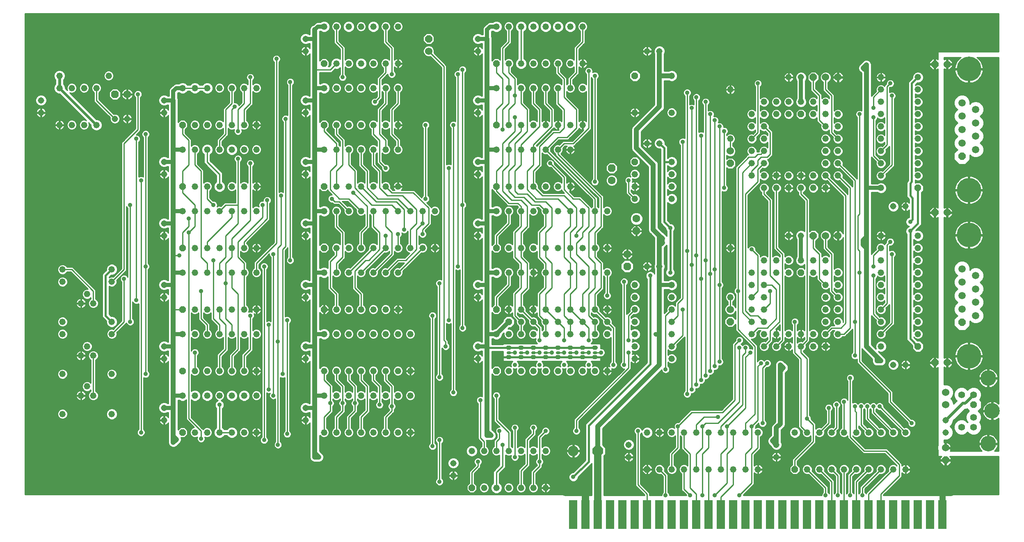
<source format=gbl>
G75*
G70*
%OFA0B0*%
%FSLAX24Y24*%
%IPPOS*%
%LPD*%
%AMOC8*
5,1,8,0,0,1.08239X$1,22.5*
%
%ADD10OC8,0.0520*%
%ADD11C,0.0520*%
%ADD12R,0.0650X0.2350*%
%ADD13C,0.1266*%
%ADD14C,0.0554*%
%ADD15OC8,0.0554*%
%ADD16C,0.0515*%
%ADD17C,0.0630*%
%ADD18OC8,0.0630*%
%ADD19OC8,0.0600*%
%ADD20C,0.0600*%
%ADD21C,0.2000*%
%ADD22OC8,0.0594*%
%ADD23C,0.0594*%
%ADD24OC8,0.0860*%
%ADD25C,0.0860*%
%ADD26C,0.2500*%
%ADD27C,0.0100*%
%ADD28C,0.0600*%
%ADD29C,0.0400*%
%ADD30C,0.0357*%
%ADD31C,0.0160*%
%ADD32C,0.0320*%
%ADD33C,0.0500*%
%ADD34C,0.0240*%
%ADD35C,0.0350*%
D10*
X013430Y008600D03*
X013430Y013600D03*
X013430Y018600D03*
X013430Y023600D03*
X013430Y028600D03*
X013430Y033600D03*
X024930Y033600D03*
X024930Y038600D03*
X038930Y038600D03*
X038930Y033600D03*
X038930Y028600D03*
X038930Y023600D03*
X038930Y018600D03*
X039930Y017600D03*
X038930Y013600D03*
X024930Y018600D03*
X024930Y023600D03*
X024930Y028600D03*
X050180Y030600D03*
X050180Y037600D03*
X063680Y034475D03*
X073180Y028475D03*
X063680Y021600D03*
X073180Y015600D03*
X063180Y005600D03*
X051180Y005600D03*
X036930Y004100D03*
D11*
X037930Y004100D03*
X038930Y004100D03*
X039930Y004100D03*
X040930Y004100D03*
X041930Y004100D03*
X042930Y004100D03*
X042930Y007100D03*
X041930Y007100D03*
X040930Y007100D03*
X039930Y007100D03*
X038930Y007100D03*
X037930Y007100D03*
X036930Y007100D03*
X031930Y008600D03*
X030930Y008600D03*
X029930Y008600D03*
X028930Y008600D03*
X027930Y008600D03*
X026930Y008600D03*
X025930Y008600D03*
X024930Y008600D03*
X024930Y011600D03*
X025930Y011600D03*
X026930Y011600D03*
X027930Y011600D03*
X028930Y011600D03*
X029930Y011600D03*
X030930Y011600D03*
X031930Y011600D03*
X031930Y013600D03*
X030930Y013600D03*
X029930Y013600D03*
X028930Y013600D03*
X027930Y013600D03*
X026930Y013600D03*
X025930Y013600D03*
X024930Y013600D03*
X024930Y016600D03*
X025930Y016600D03*
X026930Y016600D03*
X027930Y016600D03*
X028930Y016600D03*
X029930Y016600D03*
X030930Y016600D03*
X031930Y016600D03*
X030930Y018600D03*
X029930Y018600D03*
X028930Y018600D03*
X027930Y018600D03*
X026930Y018600D03*
X025930Y018600D03*
X025930Y021600D03*
X024930Y021600D03*
X026930Y021600D03*
X027930Y021600D03*
X028930Y021600D03*
X029930Y021600D03*
X030930Y021600D03*
X030930Y023600D03*
X031930Y023600D03*
X032930Y023600D03*
X033930Y023600D03*
X029930Y023600D03*
X028930Y023600D03*
X027930Y023600D03*
X026930Y023600D03*
X025930Y023600D03*
X025930Y026600D03*
X024930Y026600D03*
X026930Y026600D03*
X027930Y026600D03*
X028930Y026600D03*
X029930Y026600D03*
X030930Y026600D03*
X031930Y026600D03*
X032930Y026600D03*
X033930Y026600D03*
X030930Y028600D03*
X029930Y028600D03*
X028930Y028600D03*
X027930Y028600D03*
X026930Y028600D03*
X025930Y028600D03*
X025930Y031600D03*
X024930Y031600D03*
X026930Y031600D03*
X027930Y031600D03*
X028930Y031600D03*
X029930Y031600D03*
X030930Y031600D03*
X030930Y033600D03*
X029930Y033600D03*
X028930Y033600D03*
X027930Y033600D03*
X026930Y033600D03*
X025930Y033600D03*
X025930Y036600D03*
X024930Y036600D03*
X026930Y036600D03*
X027930Y036600D03*
X028930Y036600D03*
X029930Y036600D03*
X030930Y036600D03*
X030930Y038600D03*
X029930Y038600D03*
X028930Y038600D03*
X027930Y038600D03*
X026930Y038600D03*
X025930Y038600D03*
X025930Y041600D03*
X024930Y041600D03*
X026930Y041600D03*
X027930Y041600D03*
X028930Y041600D03*
X029930Y041600D03*
X030930Y041600D03*
X038930Y041600D03*
X039930Y041600D03*
X040930Y041600D03*
X041930Y041600D03*
X042930Y041600D03*
X043930Y041600D03*
X044930Y041600D03*
X045930Y041600D03*
X045930Y038600D03*
X044930Y038600D03*
X043930Y038600D03*
X042930Y038600D03*
X041930Y038600D03*
X040930Y038600D03*
X039930Y038600D03*
X039930Y036600D03*
X038930Y036600D03*
X040930Y036600D03*
X041930Y036600D03*
X042930Y036600D03*
X043930Y036600D03*
X044930Y036600D03*
X045930Y036600D03*
X050180Y034600D03*
X053180Y034600D03*
X057930Y036475D03*
X060680Y035475D03*
X061680Y035475D03*
X062680Y035475D03*
X062680Y034475D03*
X061680Y034475D03*
X060680Y034475D03*
X059680Y034475D03*
X059680Y033475D03*
X060680Y033475D03*
X060680Y032475D03*
X059680Y032475D03*
X059680Y031475D03*
X060680Y031475D03*
X060680Y030475D03*
X059680Y030475D03*
X059680Y029475D03*
X060680Y029475D03*
X061680Y029475D03*
X062680Y029475D03*
X062680Y028475D03*
X061680Y028475D03*
X060680Y028475D03*
X063680Y028475D03*
X064680Y028475D03*
X065680Y028475D03*
X065680Y029475D03*
X064680Y029475D03*
X063680Y029475D03*
X065680Y030475D03*
X066680Y030475D03*
X066680Y029475D03*
X070180Y029475D03*
X070180Y028475D03*
X073180Y029475D03*
X073180Y030475D03*
X073180Y031475D03*
X073180Y032475D03*
X073180Y033475D03*
X073180Y034475D03*
X073180Y035475D03*
X073180Y036475D03*
X073180Y037475D03*
X070180Y037475D03*
X070180Y036475D03*
X070180Y035475D03*
X070180Y034475D03*
X070180Y033475D03*
X070180Y032475D03*
X070180Y031475D03*
X070180Y030475D03*
X066680Y031475D03*
X065680Y031475D03*
X065680Y032475D03*
X066680Y032475D03*
X066680Y033475D03*
X065680Y033475D03*
X065680Y034475D03*
X064680Y034475D03*
X064680Y035475D03*
X063680Y035475D03*
X065680Y035475D03*
X066680Y034475D03*
X057930Y032475D03*
X053180Y030600D03*
X053180Y029600D03*
X053180Y028600D03*
X053180Y027600D03*
X050180Y027600D03*
X050180Y028600D03*
X050180Y029600D03*
X044930Y028600D03*
X043930Y028600D03*
X042930Y028600D03*
X041930Y028600D03*
X040930Y028600D03*
X039930Y028600D03*
X039930Y026600D03*
X038930Y026600D03*
X040930Y026600D03*
X041930Y026600D03*
X042930Y026600D03*
X043930Y026600D03*
X044930Y026600D03*
X045930Y026600D03*
X046930Y026600D03*
X047930Y026600D03*
X047930Y023600D03*
X046930Y023600D03*
X045930Y023600D03*
X044930Y023600D03*
X043930Y023600D03*
X042930Y023600D03*
X041930Y023600D03*
X040930Y023600D03*
X039930Y023600D03*
X039930Y021600D03*
X038930Y021600D03*
X040930Y021600D03*
X041930Y021600D03*
X042930Y021600D03*
X043930Y021600D03*
X044930Y021600D03*
X045930Y021600D03*
X046930Y021600D03*
X047930Y021600D03*
X050180Y020600D03*
X050180Y019600D03*
X050180Y018600D03*
X050180Y017600D03*
X050180Y016600D03*
X047930Y016600D03*
X046930Y016600D03*
X046930Y017600D03*
X047930Y017600D03*
X047930Y018600D03*
X046930Y018600D03*
X045930Y018600D03*
X044930Y018600D03*
X043930Y018600D03*
X042930Y018600D03*
X041930Y018600D03*
X040930Y018600D03*
X039930Y018600D03*
X040930Y017600D03*
X041930Y017600D03*
X042930Y017600D03*
X043930Y017600D03*
X044930Y017600D03*
X045930Y017600D03*
X045930Y016600D03*
X044930Y016600D03*
X043930Y016600D03*
X042930Y016600D03*
X041930Y016600D03*
X040930Y016600D03*
X039930Y016600D03*
X038930Y016600D03*
X039930Y013600D03*
X040930Y013600D03*
X041930Y013600D03*
X042930Y013600D03*
X043930Y013600D03*
X044930Y013600D03*
X045930Y013600D03*
X046930Y013600D03*
X047930Y013600D03*
X050180Y014600D03*
X050180Y015600D03*
X053180Y015600D03*
X053180Y014600D03*
X053180Y016600D03*
X053180Y017600D03*
X053180Y018600D03*
X053180Y019600D03*
X053180Y020600D03*
X057930Y019600D03*
X059680Y019600D03*
X060680Y019600D03*
X060680Y018600D03*
X059680Y018600D03*
X059680Y017600D03*
X060680Y017600D03*
X060680Y016600D03*
X059680Y016600D03*
X061680Y016600D03*
X062680Y016600D03*
X063680Y016600D03*
X064680Y016600D03*
X065680Y016600D03*
X066680Y016600D03*
X066680Y017600D03*
X065680Y017600D03*
X065680Y018600D03*
X066680Y018600D03*
X066680Y019600D03*
X065680Y019600D03*
X065680Y020600D03*
X066680Y020600D03*
X066680Y021600D03*
X065680Y021600D03*
X064680Y021600D03*
X064680Y022600D03*
X063680Y022600D03*
X062680Y022600D03*
X061680Y022600D03*
X060680Y022600D03*
X060680Y021600D03*
X059680Y021600D03*
X059680Y020600D03*
X060680Y020600D03*
X061680Y021600D03*
X062680Y021600D03*
X065680Y022600D03*
X070180Y022600D03*
X070180Y021600D03*
X070180Y020600D03*
X070180Y019600D03*
X070180Y018600D03*
X070180Y017600D03*
X070180Y016600D03*
X070180Y015600D03*
X073180Y016600D03*
X073180Y017600D03*
X073180Y018600D03*
X073180Y019600D03*
X073180Y020600D03*
X073180Y021600D03*
X073180Y022600D03*
X073180Y023600D03*
X073180Y024600D03*
X070180Y024600D03*
X070180Y023600D03*
X057930Y023600D03*
X044930Y031600D03*
X043930Y031600D03*
X042930Y031600D03*
X041930Y031600D03*
X040930Y031600D03*
X039930Y031600D03*
X038930Y031600D03*
X039930Y033600D03*
X040930Y033600D03*
X041930Y033600D03*
X042930Y033600D03*
X043930Y033600D03*
X044930Y033600D03*
X045930Y033600D03*
X053180Y037600D03*
X019430Y036600D03*
X018430Y036600D03*
X017430Y036600D03*
X016430Y036600D03*
X015430Y036600D03*
X014430Y036600D03*
X013430Y036600D03*
X014430Y033600D03*
X015430Y033600D03*
X016430Y033600D03*
X017430Y033600D03*
X018430Y033600D03*
X019430Y033600D03*
X019430Y031600D03*
X018430Y031600D03*
X017430Y031600D03*
X016430Y031600D03*
X015430Y031600D03*
X014430Y031600D03*
X013430Y031600D03*
X014430Y028600D03*
X015430Y028600D03*
X016430Y028600D03*
X017430Y028600D03*
X018430Y028600D03*
X019430Y028600D03*
X019430Y026600D03*
X018430Y026600D03*
X017430Y026600D03*
X016430Y026600D03*
X015430Y026600D03*
X014430Y026600D03*
X013430Y026600D03*
X014430Y023600D03*
X015430Y023600D03*
X016430Y023600D03*
X017430Y023600D03*
X018430Y023600D03*
X019430Y023600D03*
X019430Y021600D03*
X018430Y021600D03*
X017430Y021600D03*
X016430Y021600D03*
X015430Y021600D03*
X014430Y021600D03*
X013430Y021600D03*
X014430Y018600D03*
X015430Y018600D03*
X016430Y018600D03*
X017430Y018600D03*
X018430Y018600D03*
X019430Y018600D03*
X019430Y016600D03*
X018430Y016600D03*
X017430Y016600D03*
X016430Y016600D03*
X015430Y016600D03*
X014430Y016600D03*
X013430Y016600D03*
X014430Y013600D03*
X015430Y013600D03*
X016430Y013600D03*
X017430Y013600D03*
X018430Y013600D03*
X019430Y013600D03*
X019430Y011600D03*
X018430Y011600D03*
X017430Y011600D03*
X016430Y011600D03*
X015430Y011600D03*
X014430Y011600D03*
X013430Y011600D03*
X014430Y008600D03*
X015430Y008600D03*
X016430Y008600D03*
X017430Y008600D03*
X018430Y008600D03*
X019430Y008600D03*
X007680Y010100D03*
X006180Y011600D03*
X005180Y011600D03*
X005680Y012350D03*
X003680Y013350D03*
X005180Y014850D03*
X005680Y015600D03*
X006180Y014850D03*
X007680Y013350D03*
X003680Y010100D03*
X003680Y016600D03*
X003680Y017600D03*
X005180Y019100D03*
X006180Y019100D03*
X005680Y019850D03*
X003680Y020850D03*
X003680Y021850D03*
X007680Y021850D03*
X007680Y020850D03*
X007680Y017600D03*
X007680Y016600D03*
X006430Y033600D03*
X005430Y033600D03*
X004430Y033600D03*
X003430Y033600D03*
X003430Y036600D03*
X004430Y036600D03*
X005430Y036600D03*
X006430Y036600D03*
X007430Y037600D03*
X003430Y037600D03*
X060680Y015600D03*
X061680Y015600D03*
X062680Y015600D03*
X063680Y015600D03*
X064680Y015600D03*
X065680Y015600D03*
X065180Y008600D03*
X064180Y008600D03*
X063180Y008600D03*
X060180Y008600D03*
X059180Y008600D03*
X058180Y008600D03*
X057180Y008600D03*
X056180Y008600D03*
X055180Y008600D03*
X054180Y008600D03*
X053180Y008600D03*
X052180Y008600D03*
X051180Y008600D03*
X052180Y005600D03*
X053180Y005600D03*
X054180Y005600D03*
X055180Y005600D03*
X056180Y005600D03*
X057180Y005600D03*
X058180Y005600D03*
X059180Y005600D03*
X060180Y005600D03*
X064180Y005600D03*
X065180Y005600D03*
X066180Y005600D03*
X067180Y005600D03*
X068180Y005600D03*
X069180Y005600D03*
X070180Y005600D03*
X071180Y005600D03*
X072180Y005600D03*
X072180Y008600D03*
X071180Y008600D03*
X070180Y008600D03*
X069180Y008600D03*
X068180Y008600D03*
X067180Y008600D03*
X066180Y008600D03*
D12*
X066180Y001915D03*
X065180Y001915D03*
X064180Y001915D03*
X063180Y001915D03*
X062180Y001915D03*
X061180Y001915D03*
X060180Y001915D03*
X059180Y001915D03*
X058180Y001915D03*
X057180Y001915D03*
X056180Y001915D03*
X055180Y001915D03*
X054180Y001915D03*
X053180Y001915D03*
X052180Y001915D03*
X051180Y001915D03*
X050180Y001915D03*
X049180Y001915D03*
X048180Y001915D03*
X047180Y001915D03*
X046180Y001915D03*
X045180Y001915D03*
X067180Y001915D03*
X068180Y001915D03*
X069180Y001915D03*
X070180Y001915D03*
X071180Y001915D03*
X072180Y001915D03*
X073180Y001915D03*
X074180Y001915D03*
X075180Y001915D03*
D13*
X078886Y007689D03*
X079205Y010350D03*
X078886Y013011D03*
D14*
X077705Y011669D03*
X076724Y011669D03*
X077705Y009838D03*
X077705Y009031D03*
X076724Y009031D03*
D15*
X077705Y010862D03*
D16*
X075430Y009600D03*
X075430Y008600D03*
X072180Y014100D03*
X071180Y014100D03*
X061680Y007600D03*
X061680Y006600D03*
X049680Y006600D03*
X049680Y007600D03*
X037430Y014600D03*
X037430Y015600D03*
X037430Y019600D03*
X037430Y020600D03*
X037430Y024600D03*
X037430Y025600D03*
X037430Y029600D03*
X037430Y030600D03*
X037430Y034600D03*
X037430Y035600D03*
X037430Y039600D03*
X037430Y040600D03*
X051180Y039600D03*
X052180Y039600D03*
X062680Y037475D03*
X063680Y037475D03*
X052180Y032100D03*
X051180Y032100D03*
X062680Y024600D03*
X063680Y024600D03*
X071180Y026975D03*
X072180Y026975D03*
X052180Y022100D03*
X051180Y022100D03*
X023430Y020600D03*
X023430Y019600D03*
X023430Y015600D03*
X023430Y014600D03*
X023430Y010600D03*
X023430Y009600D03*
X011930Y009600D03*
X011930Y010600D03*
X011930Y014600D03*
X011930Y015600D03*
X011930Y019600D03*
X011930Y020600D03*
X011930Y024600D03*
X011930Y025600D03*
X011930Y029600D03*
X011930Y030600D03*
X008930Y034100D03*
X007930Y034100D03*
X011930Y034600D03*
X011930Y035600D03*
X001930Y035600D03*
X001930Y034600D03*
X023430Y034600D03*
X023430Y035600D03*
X023430Y039600D03*
X023430Y040600D03*
X023430Y030600D03*
X023430Y029600D03*
X023430Y025600D03*
X023430Y024600D03*
X035430Y006100D03*
X035430Y005100D03*
D17*
X049555Y023100D03*
X050305Y025975D03*
X048305Y029100D03*
X008930Y036100D03*
D18*
X007930Y036100D03*
X048305Y030100D03*
X050305Y024975D03*
X049555Y022100D03*
D19*
X057930Y017600D03*
X064680Y024600D03*
X074555Y026475D03*
X057930Y030475D03*
X064680Y037475D03*
X074555Y038538D03*
X033430Y040600D03*
X074555Y014288D03*
X075430Y006350D03*
D20*
X075430Y007350D03*
X075430Y010850D03*
X075430Y011850D03*
X075555Y014288D03*
X057930Y018600D03*
X065680Y024600D03*
X066680Y024600D03*
X075555Y026475D03*
X057930Y031475D03*
X065680Y037475D03*
X066680Y037475D03*
X075555Y038538D03*
X033430Y039600D03*
D21*
X077315Y038144D03*
X077315Y028306D03*
X077315Y024644D03*
X077315Y014806D03*
D22*
X076756Y017544D03*
X076756Y031044D03*
D23*
X076756Y032134D03*
X077874Y031589D03*
X077874Y032680D03*
X076756Y033225D03*
X076756Y034316D03*
X077874Y034861D03*
X077874Y033770D03*
X076756Y035406D03*
X076756Y021906D03*
X077874Y021361D03*
X077874Y020270D03*
X076756Y019725D03*
X076756Y020816D03*
X077874Y019180D03*
X077874Y018089D03*
X076756Y018634D03*
D24*
X047180Y007100D03*
D25*
X045180Y007100D03*
D26*
X078180Y005100D03*
X078180Y041100D03*
X002180Y041100D03*
X002180Y005100D03*
D27*
X000630Y003550D02*
X000630Y042650D01*
X079730Y042650D01*
X079730Y039550D01*
X074805Y039550D01*
X074805Y038924D01*
X074741Y038987D01*
X074605Y038987D01*
X074605Y038588D01*
X074505Y038588D01*
X074505Y038987D01*
X074369Y038987D01*
X074105Y038724D01*
X074105Y038587D01*
X074505Y038587D01*
X074505Y038488D01*
X074105Y038488D01*
X074105Y038351D01*
X074369Y038088D01*
X074505Y038088D01*
X074505Y038487D01*
X074605Y038487D01*
X074605Y038088D01*
X074741Y038088D01*
X074805Y038151D01*
X074805Y026861D01*
X074741Y026925D01*
X074605Y026925D01*
X074605Y026525D01*
X074505Y026525D01*
X074505Y026925D01*
X074369Y026925D01*
X074105Y026661D01*
X074105Y026525D01*
X074505Y026525D01*
X074505Y026425D01*
X074605Y026425D01*
X074605Y026025D01*
X074741Y026025D01*
X074805Y026089D01*
X074805Y014674D01*
X074741Y014737D01*
X074605Y014737D01*
X074605Y014338D01*
X074505Y014338D01*
X074505Y014737D01*
X074369Y014737D01*
X074105Y014474D01*
X074105Y014337D01*
X074505Y014337D01*
X074505Y014238D01*
X074105Y014238D01*
X074105Y014101D01*
X074369Y013838D01*
X074505Y013838D01*
X074505Y014237D01*
X074605Y014237D01*
X074605Y013838D01*
X074741Y013838D01*
X074805Y013901D01*
X074805Y007540D01*
X074780Y007479D01*
X074780Y007221D01*
X074805Y007160D01*
X074805Y006650D01*
X075094Y006650D01*
X074980Y006536D01*
X074980Y006400D01*
X075380Y006400D01*
X075380Y006300D01*
X075480Y006300D01*
X075480Y006400D01*
X075880Y006400D01*
X075880Y006536D01*
X075766Y006650D01*
X079730Y006650D01*
X079730Y003550D01*
X076020Y003550D01*
X075855Y003481D01*
X075849Y003475D01*
X070380Y003475D01*
X070380Y003517D01*
X071763Y004900D01*
X071880Y005017D01*
X071880Y005320D01*
X071913Y005287D01*
X071965Y005249D01*
X072023Y005220D01*
X072084Y005200D01*
X072148Y005190D01*
X072150Y005190D01*
X072150Y005570D01*
X072210Y005570D01*
X072210Y005630D01*
X072150Y005630D01*
X072150Y006010D01*
X072148Y006010D01*
X072084Y006000D01*
X072023Y005980D01*
X071965Y005951D01*
X071913Y005913D01*
X071880Y005880D01*
X071880Y006058D01*
X070755Y007183D01*
X070638Y007300D01*
X068888Y007300D01*
X067880Y008308D01*
X067880Y008320D01*
X067948Y008252D01*
X068098Y008190D01*
X068262Y008190D01*
X068412Y008252D01*
X068528Y008368D01*
X068590Y008518D01*
X068590Y008682D01*
X068528Y008832D01*
X068412Y008948D01*
X068380Y008961D01*
X068380Y009117D01*
X068783Y008714D01*
X068770Y008682D01*
X068770Y008518D01*
X068832Y008368D01*
X068948Y008252D01*
X069098Y008190D01*
X069262Y008190D01*
X069412Y008252D01*
X069528Y008368D01*
X069590Y008518D01*
X069590Y008682D01*
X069528Y008832D01*
X069412Y008948D01*
X069262Y009010D01*
X069098Y009010D01*
X069066Y008997D01*
X068755Y009308D01*
X068755Y010461D01*
X068805Y010511D01*
X068855Y010461D01*
X068855Y009642D01*
X069783Y008714D01*
X069770Y008682D01*
X069770Y008518D01*
X069832Y008368D01*
X069948Y008252D01*
X070098Y008190D01*
X070262Y008190D01*
X070412Y008252D01*
X070528Y008368D01*
X070590Y008518D01*
X070590Y008682D01*
X070528Y008832D01*
X070412Y008948D01*
X070262Y009010D01*
X070098Y009010D01*
X070066Y008997D01*
X069255Y009808D01*
X069255Y010461D01*
X069305Y010511D01*
X069355Y010461D01*
X069355Y010142D01*
X070783Y008714D01*
X070770Y008682D01*
X070770Y008518D01*
X070832Y008368D01*
X070948Y008252D01*
X071098Y008190D01*
X071262Y008190D01*
X071412Y008252D01*
X071528Y008368D01*
X071590Y008518D01*
X071590Y008682D01*
X071528Y008832D01*
X071412Y008948D01*
X071262Y009010D01*
X071098Y009010D01*
X071066Y008997D01*
X069755Y010308D01*
X069755Y010461D01*
X069805Y010511D01*
X069869Y010447D01*
X069990Y010397D01*
X070101Y010397D01*
X071783Y008714D01*
X071770Y008682D01*
X071770Y008518D01*
X071832Y008368D01*
X071948Y008252D01*
X072098Y008190D01*
X072262Y008190D01*
X072412Y008252D01*
X072528Y008368D01*
X072590Y008518D01*
X072590Y008682D01*
X072528Y008832D01*
X072412Y008948D01*
X072262Y009010D01*
X072098Y009010D01*
X072066Y008997D01*
X070383Y010679D01*
X070383Y010790D01*
X070333Y010911D01*
X070241Y011003D01*
X070120Y011053D01*
X069990Y011053D01*
X069869Y011003D01*
X069805Y010939D01*
X069741Y011003D01*
X069620Y011053D01*
X069490Y011053D01*
X069369Y011003D01*
X069305Y010939D01*
X069241Y011003D01*
X069120Y011053D01*
X068990Y011053D01*
X068869Y011003D01*
X068805Y010939D01*
X068741Y011003D01*
X068620Y011053D01*
X068490Y011053D01*
X068369Y011003D01*
X068305Y010939D01*
X068241Y011003D01*
X068120Y011053D01*
X067990Y011053D01*
X067880Y011008D01*
X067880Y012773D01*
X067958Y012851D01*
X068008Y012972D01*
X068008Y013103D01*
X067958Y013224D01*
X067866Y013316D01*
X067745Y013366D01*
X067615Y013366D01*
X067494Y013316D01*
X067402Y013224D01*
X067352Y013103D01*
X067352Y012972D01*
X067402Y012851D01*
X067480Y012773D01*
X067480Y011234D01*
X067458Y011286D01*
X067366Y011378D01*
X067245Y011428D01*
X067115Y011428D01*
X066994Y011378D01*
X066902Y011286D01*
X066852Y011165D01*
X066852Y011035D01*
X066902Y010914D01*
X066980Y010836D01*
X066980Y008961D01*
X066948Y008948D01*
X066832Y008832D01*
X066770Y008682D01*
X066770Y008518D01*
X066832Y008368D01*
X066948Y008252D01*
X067098Y008190D01*
X067262Y008190D01*
X067412Y008252D01*
X067480Y008320D01*
X067480Y008142D01*
X067597Y008025D01*
X064880Y008025D01*
X064880Y007927D02*
X067696Y007927D01*
X067597Y008025D02*
X068722Y006900D01*
X070472Y006900D01*
X071480Y005892D01*
X071480Y005880D01*
X071412Y005948D01*
X071262Y006010D01*
X071098Y006010D01*
X070948Y005948D01*
X070832Y005832D01*
X070770Y005682D01*
X070770Y005518D01*
X070783Y005486D01*
X068980Y003683D01*
X068980Y003609D01*
X068958Y003661D01*
X068880Y003739D01*
X068880Y004017D01*
X070066Y005203D01*
X070098Y005190D01*
X070262Y005190D01*
X070412Y005252D01*
X070528Y005368D01*
X070590Y005518D01*
X070590Y005682D01*
X070528Y005832D01*
X070412Y005948D01*
X070262Y006010D01*
X070098Y006010D01*
X069948Y005948D01*
X069832Y005832D01*
X069770Y005682D01*
X069770Y005518D01*
X069783Y005486D01*
X068480Y004183D01*
X068480Y003739D01*
X068402Y003661D01*
X068380Y003609D01*
X068380Y004517D01*
X069066Y005203D01*
X069098Y005190D01*
X069262Y005190D01*
X069412Y005252D01*
X069528Y005368D01*
X069590Y005518D01*
X069590Y005682D01*
X069528Y005832D01*
X069412Y005948D01*
X069262Y006010D01*
X069098Y006010D01*
X068948Y005948D01*
X068832Y005832D01*
X068770Y005682D01*
X068770Y005518D01*
X068783Y005486D01*
X067980Y004683D01*
X067980Y003609D01*
X067958Y003661D01*
X067880Y003739D01*
X067880Y005017D01*
X068066Y005203D01*
X068098Y005190D01*
X068262Y005190D01*
X068412Y005252D01*
X068528Y005368D01*
X068590Y005518D01*
X068590Y005682D01*
X068528Y005832D01*
X068412Y005948D01*
X068262Y006010D01*
X068098Y006010D01*
X067948Y005948D01*
X067832Y005832D01*
X067770Y005682D01*
X067770Y005518D01*
X067783Y005486D01*
X067480Y005183D01*
X067480Y003739D01*
X067402Y003661D01*
X067380Y003609D01*
X067380Y005239D01*
X067412Y005252D01*
X067528Y005368D01*
X067590Y005518D01*
X067590Y005682D01*
X067528Y005832D01*
X067412Y005948D01*
X067262Y006010D01*
X067098Y006010D01*
X066948Y005948D01*
X066832Y005832D01*
X066770Y005682D01*
X066770Y005518D01*
X066832Y005368D01*
X066948Y005252D01*
X066980Y005239D01*
X066980Y003609D01*
X066958Y003661D01*
X066880Y003739D01*
X066880Y005183D01*
X066577Y005486D01*
X066590Y005518D01*
X066590Y005682D01*
X066528Y005832D01*
X066412Y005948D01*
X066262Y006010D01*
X066098Y006010D01*
X065948Y005948D01*
X065832Y005832D01*
X065770Y005682D01*
X065770Y005518D01*
X065832Y005368D01*
X065948Y005252D01*
X066098Y005190D01*
X066262Y005190D01*
X066294Y005203D01*
X066480Y005017D01*
X066480Y003739D01*
X066402Y003661D01*
X066380Y003609D01*
X066380Y004683D01*
X065577Y005486D01*
X065590Y005518D01*
X065590Y005682D01*
X065528Y005832D01*
X065412Y005948D01*
X065262Y006010D01*
X065098Y006010D01*
X064948Y005948D01*
X064832Y005832D01*
X064770Y005682D01*
X064770Y005518D01*
X064832Y005368D01*
X064948Y005252D01*
X065098Y005190D01*
X065262Y005190D01*
X065294Y005203D01*
X065980Y004517D01*
X065980Y003609D01*
X065958Y003661D01*
X065880Y003739D01*
X065880Y004183D01*
X064577Y005486D01*
X064590Y005518D01*
X064590Y005682D01*
X064528Y005832D01*
X064412Y005948D01*
X064262Y006010D01*
X064098Y006010D01*
X063948Y005948D01*
X063832Y005832D01*
X063770Y005682D01*
X063770Y005518D01*
X063832Y005368D01*
X063948Y005252D01*
X064098Y005190D01*
X064262Y005190D01*
X064294Y005203D01*
X065480Y004017D01*
X065480Y003739D01*
X065402Y003661D01*
X065352Y003540D01*
X065352Y003475D01*
X059008Y003475D01*
X059008Y003521D01*
X059763Y004275D01*
X059880Y004392D01*
X059880Y005320D01*
X059913Y005287D01*
X059965Y005249D01*
X060023Y005220D01*
X060084Y005200D01*
X060148Y005190D01*
X060150Y005190D01*
X060150Y005570D01*
X060210Y005570D01*
X060210Y005630D01*
X060150Y005630D01*
X060150Y006010D01*
X060148Y006010D01*
X060084Y006000D01*
X060023Y005980D01*
X059965Y005951D01*
X059913Y005913D01*
X059880Y005880D01*
X059880Y006767D01*
X060263Y007150D01*
X060380Y007267D01*
X060380Y008239D01*
X060412Y008252D01*
X060528Y008368D01*
X060590Y008518D01*
X060590Y008682D01*
X060528Y008832D01*
X060412Y008948D01*
X060262Y009010D01*
X060098Y009010D01*
X059977Y008960D01*
X060008Y009035D01*
X060008Y009146D01*
X060227Y009364D01*
X060227Y009285D01*
X060277Y009164D01*
X060369Y009072D01*
X060490Y009022D01*
X060620Y009022D01*
X060741Y009072D01*
X060833Y009164D01*
X060883Y009285D01*
X060883Y009415D01*
X060833Y009536D01*
X060755Y009614D01*
X060755Y013767D01*
X060884Y013897D01*
X060995Y013897D01*
X061116Y013947D01*
X061208Y014039D01*
X061258Y014160D01*
X061258Y014290D01*
X061208Y014411D01*
X061116Y014503D01*
X060995Y014553D01*
X060865Y014553D01*
X060744Y014503D01*
X060680Y014439D01*
X060616Y014503D01*
X060495Y014553D01*
X060365Y014553D01*
X060244Y014503D01*
X060152Y014411D01*
X060130Y014359D01*
X060130Y015683D01*
X059623Y016190D01*
X059762Y016190D01*
X059912Y016252D01*
X060028Y016368D01*
X060090Y016518D01*
X060090Y016682D01*
X060077Y016714D01*
X060263Y016900D01*
X060400Y016900D01*
X060332Y016832D01*
X060270Y016682D01*
X060270Y016518D01*
X060332Y016368D01*
X060448Y016252D01*
X060598Y016190D01*
X060762Y016190D01*
X060912Y016252D01*
X060980Y016320D01*
X060980Y016183D01*
X060794Y015997D01*
X060762Y016010D01*
X060598Y016010D01*
X060448Y015948D01*
X060332Y015832D01*
X060270Y015682D01*
X060270Y015518D01*
X060332Y015368D01*
X060448Y015252D01*
X060598Y015190D01*
X060762Y015190D01*
X060912Y015252D01*
X061028Y015368D01*
X061090Y015518D01*
X061090Y015682D01*
X061077Y015714D01*
X061263Y015900D01*
X061380Y016017D01*
X061380Y016320D01*
X061413Y016287D01*
X061465Y016249D01*
X061523Y016220D01*
X061584Y016200D01*
X061648Y016190D01*
X061650Y016190D01*
X061650Y016570D01*
X061710Y016570D01*
X061710Y016190D01*
X061712Y016190D01*
X061776Y016200D01*
X061837Y016220D01*
X061895Y016249D01*
X061947Y016287D01*
X061980Y016320D01*
X061980Y016183D01*
X061794Y015997D01*
X061762Y016010D01*
X061598Y016010D01*
X061448Y015948D01*
X061332Y015832D01*
X061270Y015682D01*
X061270Y015518D01*
X061332Y015368D01*
X061448Y015252D01*
X061598Y015190D01*
X061762Y015190D01*
X061912Y015252D01*
X062028Y015368D01*
X062090Y015518D01*
X062090Y015682D01*
X062077Y015714D01*
X062380Y016017D01*
X062380Y016320D01*
X062448Y016252D01*
X062598Y016190D01*
X062762Y016190D01*
X062912Y016252D01*
X062980Y016320D01*
X062980Y015880D01*
X062947Y015913D01*
X062895Y015951D01*
X062837Y015980D01*
X062776Y016000D01*
X062712Y016010D01*
X062710Y016010D01*
X062710Y015630D01*
X062650Y015630D01*
X062650Y016010D01*
X062648Y016010D01*
X062584Y016000D01*
X062523Y015980D01*
X062465Y015951D01*
X062413Y015913D01*
X062367Y015867D01*
X062329Y015815D01*
X062300Y015757D01*
X062280Y015696D01*
X062270Y015632D01*
X062270Y015630D01*
X062650Y015630D01*
X062650Y015570D01*
X062710Y015570D01*
X062710Y015190D01*
X062712Y015190D01*
X062776Y015200D01*
X062837Y015220D01*
X062895Y015249D01*
X062947Y015287D01*
X062980Y015320D01*
X062980Y015017D01*
X063097Y014900D01*
X063480Y014517D01*
X063480Y009017D01*
X063597Y008900D01*
X063783Y008714D01*
X063770Y008682D01*
X063770Y008518D01*
X063832Y008368D01*
X063948Y008252D01*
X064098Y008190D01*
X064262Y008190D01*
X064412Y008252D01*
X064480Y008320D01*
X064480Y007933D01*
X062980Y006433D01*
X062980Y005980D01*
X062770Y005770D01*
X062770Y005430D01*
X063010Y005190D01*
X063350Y005190D01*
X063590Y005430D01*
X063590Y005770D01*
X063380Y005980D01*
X063380Y006267D01*
X064763Y007650D01*
X064880Y007767D01*
X064880Y008320D01*
X064948Y008252D01*
X065098Y008190D01*
X065262Y008190D01*
X065412Y008252D01*
X065528Y008368D01*
X065590Y008518D01*
X065590Y008682D01*
X065577Y008714D01*
X066013Y009150D01*
X066130Y009267D01*
X066130Y010336D01*
X066208Y010414D01*
X066258Y010535D01*
X066258Y010665D01*
X066208Y010786D01*
X066116Y010878D01*
X065995Y010928D01*
X065865Y010928D01*
X065744Y010878D01*
X065652Y010786D01*
X065602Y010665D01*
X065602Y010535D01*
X065652Y010414D01*
X065730Y010336D01*
X065730Y009433D01*
X065294Y008997D01*
X065262Y009010D01*
X065098Y009010D01*
X064948Y008948D01*
X064880Y008880D01*
X064880Y009308D01*
X064508Y009679D01*
X064508Y009790D01*
X064458Y009911D01*
X064380Y009989D01*
X064380Y014683D01*
X063880Y015183D01*
X063880Y015239D01*
X063912Y015252D01*
X064028Y015368D01*
X064090Y015518D01*
X064090Y015682D01*
X064077Y015714D01*
X064380Y016017D01*
X064380Y016320D01*
X064448Y016252D01*
X064598Y016190D01*
X064762Y016190D01*
X064912Y016252D01*
X065028Y016368D01*
X065090Y016518D01*
X065090Y016682D01*
X065028Y016832D01*
X064912Y016948D01*
X064762Y017010D01*
X064598Y017010D01*
X064448Y016948D01*
X064380Y016880D01*
X064380Y021320D01*
X064448Y021252D01*
X064598Y021190D01*
X064762Y021190D01*
X064912Y021252D01*
X064980Y021320D01*
X064980Y021017D01*
X065283Y020714D01*
X065270Y020682D01*
X065270Y020518D01*
X065332Y020368D01*
X065448Y020252D01*
X065598Y020190D01*
X065762Y020190D01*
X065912Y020252D01*
X065980Y020320D01*
X065980Y020017D01*
X066097Y019900D01*
X066283Y019714D01*
X066270Y019682D01*
X066270Y019518D01*
X066332Y019368D01*
X066448Y019252D01*
X066598Y019190D01*
X066762Y019190D01*
X066912Y019252D01*
X067028Y019368D01*
X067090Y019518D01*
X067090Y019682D01*
X067028Y019832D01*
X066912Y019948D01*
X066762Y020010D01*
X066598Y020010D01*
X066566Y019997D01*
X066380Y020183D01*
X066380Y020320D01*
X066448Y020252D01*
X066598Y020190D01*
X066762Y020190D01*
X066912Y020252D01*
X067028Y020368D01*
X067090Y020518D01*
X067090Y020682D01*
X067028Y020832D01*
X066912Y020948D01*
X066762Y021010D01*
X066598Y021010D01*
X066448Y020948D01*
X066380Y020880D01*
X066380Y021320D01*
X066448Y021252D01*
X066598Y021190D01*
X066762Y021190D01*
X066912Y021252D01*
X067028Y021368D01*
X067090Y021518D01*
X067090Y021682D01*
X067028Y021832D01*
X066912Y021948D01*
X066762Y022010D01*
X066598Y022010D01*
X066448Y021948D01*
X066380Y021880D01*
X066380Y023183D01*
X065880Y023683D01*
X065880Y024196D01*
X065935Y024219D01*
X066061Y024345D01*
X066130Y024510D01*
X066130Y024690D01*
X066061Y024855D01*
X065935Y024981D01*
X065770Y025050D01*
X065590Y025050D01*
X065425Y024981D01*
X065299Y024855D01*
X065230Y024690D01*
X065230Y024510D01*
X065299Y024345D01*
X065425Y024219D01*
X065480Y024196D01*
X065480Y023517D01*
X065597Y023400D01*
X065980Y023017D01*
X065980Y022880D01*
X065912Y022948D01*
X065762Y023010D01*
X065598Y023010D01*
X065448Y022948D01*
X065380Y022880D01*
X065380Y023183D01*
X065263Y023300D01*
X064880Y023683D01*
X064880Y024164D01*
X065130Y024414D01*
X065130Y024786D01*
X064866Y025050D01*
X064494Y025050D01*
X064380Y024936D01*
X064380Y027558D01*
X064263Y027675D01*
X063880Y028058D01*
X063880Y028114D01*
X063912Y028127D01*
X064028Y028243D01*
X064090Y028393D01*
X064090Y028557D01*
X064028Y028707D01*
X063912Y028823D01*
X063762Y028885D01*
X063598Y028885D01*
X063448Y028823D01*
X063332Y028707D01*
X063270Y028557D01*
X063270Y028393D01*
X063332Y028243D01*
X063448Y028127D01*
X063480Y028114D01*
X063480Y027892D01*
X063980Y027392D01*
X063980Y024947D01*
X063939Y024988D01*
X063771Y025057D01*
X063589Y025057D01*
X063421Y024988D01*
X063292Y024859D01*
X063223Y024691D01*
X063223Y024509D01*
X063292Y024341D01*
X063320Y024313D01*
X063320Y022891D01*
X063290Y022861D01*
X063220Y022691D01*
X063220Y022508D01*
X063290Y022339D01*
X063419Y022210D01*
X063588Y022140D01*
X063771Y022140D01*
X063941Y022210D01*
X063980Y022249D01*
X063980Y021880D01*
X063850Y022010D01*
X063510Y022010D01*
X063270Y021770D01*
X063270Y021430D01*
X063510Y021190D01*
X063850Y021190D01*
X063980Y021320D01*
X063980Y016880D01*
X063947Y016913D01*
X063895Y016951D01*
X063837Y016980D01*
X063776Y017000D01*
X063712Y017010D01*
X063710Y017010D01*
X063710Y016630D01*
X063650Y016630D01*
X063650Y017010D01*
X063648Y017010D01*
X063584Y017000D01*
X063523Y016980D01*
X063465Y016951D01*
X063413Y016913D01*
X063380Y016880D01*
X063380Y017336D01*
X063458Y017414D01*
X063508Y017535D01*
X063508Y017665D01*
X063458Y017786D01*
X063366Y017878D01*
X063245Y017928D01*
X063115Y017928D01*
X062994Y017878D01*
X062902Y017786D01*
X062852Y017665D01*
X062852Y017535D01*
X062902Y017414D01*
X062980Y017336D01*
X062980Y016880D01*
X062912Y016948D01*
X062762Y017010D01*
X062598Y017010D01*
X062448Y016948D01*
X062380Y016880D01*
X062380Y021320D01*
X062448Y021252D01*
X062598Y021190D01*
X062762Y021190D01*
X062912Y021252D01*
X063028Y021368D01*
X063090Y021518D01*
X063090Y021682D01*
X063028Y021832D01*
X062912Y021948D01*
X062762Y022010D01*
X062598Y022010D01*
X062448Y021948D01*
X062380Y021880D01*
X062380Y022320D01*
X062448Y022252D01*
X062598Y022190D01*
X062762Y022190D01*
X062912Y022252D01*
X063028Y022368D01*
X063090Y022518D01*
X063090Y022682D01*
X063028Y022832D01*
X062912Y022948D01*
X062762Y023010D01*
X062598Y023010D01*
X062448Y022948D01*
X062380Y022880D01*
X062380Y023183D01*
X062263Y023300D01*
X061880Y023683D01*
X061880Y028114D01*
X061912Y028127D01*
X062028Y028243D01*
X062090Y028393D01*
X062090Y028557D01*
X062028Y028707D01*
X061912Y028823D01*
X061762Y028885D01*
X061598Y028885D01*
X061448Y028823D01*
X061332Y028707D01*
X061270Y028557D01*
X061270Y028393D01*
X061332Y028243D01*
X061448Y028127D01*
X061480Y028114D01*
X061480Y023517D01*
X061980Y023017D01*
X061980Y022880D01*
X061912Y022948D01*
X061762Y023010D01*
X061598Y023010D01*
X061448Y022948D01*
X061380Y022880D01*
X061380Y027558D01*
X060880Y028058D01*
X060880Y028114D01*
X060912Y028127D01*
X061028Y028243D01*
X061090Y028393D01*
X061090Y028557D01*
X061028Y028707D01*
X060912Y028823D01*
X060762Y028885D01*
X060598Y028885D01*
X060448Y028823D01*
X060332Y028707D01*
X060270Y028557D01*
X060270Y028393D01*
X060332Y028243D01*
X060448Y028127D01*
X060480Y028114D01*
X060480Y027892D01*
X060597Y027775D01*
X060980Y027392D01*
X060980Y022880D01*
X060912Y022948D01*
X060762Y023010D01*
X060598Y023010D01*
X060448Y022948D01*
X060380Y022880D01*
X060380Y023058D01*
X060008Y023429D01*
X060008Y023540D01*
X059958Y023661D01*
X059866Y023753D01*
X059745Y023803D01*
X059615Y023803D01*
X059494Y023753D01*
X059402Y023661D01*
X059380Y023609D01*
X059380Y027892D01*
X060380Y028892D01*
X060380Y029195D01*
X060448Y029127D01*
X060598Y029065D01*
X060762Y029065D01*
X060912Y029127D01*
X061028Y029243D01*
X061090Y029393D01*
X061090Y029557D01*
X061028Y029707D01*
X060912Y029823D01*
X060762Y029885D01*
X060598Y029885D01*
X060448Y029823D01*
X060380Y029755D01*
X060380Y029892D01*
X066980Y029892D01*
X066912Y029823D02*
X066762Y029885D01*
X066598Y029885D01*
X066448Y029823D01*
X066332Y029707D01*
X066270Y029557D01*
X066270Y029393D01*
X066332Y029243D01*
X066448Y029127D01*
X066598Y029065D01*
X066762Y029065D01*
X066794Y029078D01*
X067480Y028392D01*
X067480Y027958D01*
X067388Y028050D01*
X066077Y029361D01*
X066090Y029393D01*
X066090Y029557D01*
X066028Y029707D01*
X065912Y029823D01*
X065762Y029885D01*
X065598Y029885D01*
X065448Y029823D01*
X065332Y029707D01*
X065270Y029557D01*
X065270Y029393D01*
X065332Y029243D01*
X065448Y029127D01*
X065598Y029065D01*
X065762Y029065D01*
X065794Y029078D01*
X067105Y027767D01*
X067105Y024748D01*
X067097Y024773D01*
X067065Y024836D01*
X067023Y024893D01*
X066973Y024943D01*
X066916Y024985D01*
X066853Y025017D01*
X066785Y025039D01*
X066730Y025048D01*
X066730Y024650D01*
X066630Y024650D01*
X066630Y025048D01*
X066575Y025039D01*
X066507Y025017D01*
X066444Y024985D01*
X066387Y024943D01*
X066337Y024893D01*
X066295Y024836D01*
X066263Y024773D01*
X066241Y024705D01*
X066232Y024650D01*
X066630Y024650D01*
X066630Y024550D01*
X066730Y024550D01*
X066730Y024152D01*
X066785Y024161D01*
X066853Y024183D01*
X066916Y024215D01*
X066973Y024257D01*
X067023Y024307D01*
X067065Y024364D01*
X067097Y024427D01*
X067105Y024452D01*
X067105Y017558D01*
X067090Y017543D01*
X067090Y017682D01*
X067028Y017832D01*
X066912Y017948D01*
X066762Y018010D01*
X066598Y018010D01*
X066448Y017948D01*
X066332Y017832D01*
X066270Y017682D01*
X066270Y017518D01*
X066332Y017368D01*
X066400Y017300D01*
X066097Y017300D01*
X065794Y016997D01*
X065762Y017010D01*
X065598Y017010D01*
X065448Y016948D01*
X065332Y016832D01*
X065270Y016682D01*
X065270Y016518D01*
X065332Y016368D01*
X065448Y016252D01*
X065598Y016190D01*
X065762Y016190D01*
X065912Y016252D01*
X066028Y016368D01*
X066090Y016518D01*
X066090Y016682D01*
X066077Y016714D01*
X066263Y016900D01*
X066400Y016900D01*
X066332Y016832D01*
X066270Y016682D01*
X066270Y016518D01*
X066332Y016368D01*
X066448Y016252D01*
X066598Y016190D01*
X066762Y016190D01*
X066912Y016252D01*
X067028Y016368D01*
X067041Y016400D01*
X067263Y016400D01*
X067380Y016517D01*
X067855Y016992D01*
X067855Y015114D01*
X067777Y015036D01*
X067727Y014915D01*
X067727Y014785D01*
X067777Y014664D01*
X067869Y014572D01*
X067990Y014522D01*
X068120Y014522D01*
X068230Y014567D01*
X068230Y014267D01*
X070730Y011767D01*
X070730Y011017D01*
X072352Y009396D01*
X072352Y009285D01*
X072402Y009164D01*
X072494Y009072D01*
X072615Y009022D01*
X072745Y009022D01*
X072866Y009072D01*
X072958Y009164D01*
X073008Y009285D01*
X073008Y009415D01*
X072958Y009536D01*
X072866Y009628D01*
X072745Y009678D01*
X072634Y009678D01*
X071130Y011183D01*
X071130Y011933D01*
X071013Y012050D01*
X068630Y014433D01*
X068630Y015430D01*
X068653Y015373D01*
X068766Y015261D01*
X069468Y014559D01*
X069468Y014333D01*
X069528Y014186D01*
X069641Y014073D01*
X069788Y014013D01*
X070260Y014013D01*
X070407Y014073D01*
X070519Y014186D01*
X070580Y014333D01*
X070580Y014492D01*
X070519Y014639D01*
X070407Y014752D01*
X070207Y014952D01*
X070094Y015064D01*
X069968Y015190D01*
X070088Y015140D01*
X070271Y015140D01*
X070441Y015210D01*
X070570Y015339D01*
X070640Y015508D01*
X070640Y015691D01*
X070570Y015861D01*
X070441Y015990D01*
X070271Y016060D01*
X070088Y016060D01*
X069919Y015990D01*
X069790Y015861D01*
X069720Y015691D01*
X069720Y015508D01*
X069770Y015388D01*
X069392Y015766D01*
X069392Y018105D01*
X069783Y017714D01*
X069770Y017682D01*
X069770Y017518D01*
X069832Y017368D01*
X069948Y017252D01*
X070098Y017190D01*
X070262Y017190D01*
X070412Y017252D01*
X070528Y017368D01*
X070590Y017518D01*
X070590Y017682D01*
X070528Y017832D01*
X070412Y017948D01*
X070262Y018010D01*
X070098Y018010D01*
X070066Y017997D01*
X069755Y018308D01*
X069755Y021086D01*
X069833Y021164D01*
X069883Y021285D01*
X069883Y021317D01*
X069948Y021252D01*
X070098Y021190D01*
X070262Y021190D01*
X070412Y021252D01*
X070480Y021320D01*
X070480Y020880D01*
X070412Y020948D01*
X070262Y021010D01*
X070098Y021010D01*
X069948Y020948D01*
X069832Y020832D01*
X069770Y020682D01*
X069770Y020518D01*
X069832Y020368D01*
X069948Y020252D01*
X070098Y020190D01*
X070262Y020190D01*
X070412Y020252D01*
X070480Y020320D01*
X070480Y019880D01*
X070412Y019948D01*
X070262Y020010D01*
X070098Y020010D01*
X069948Y019948D01*
X069832Y019832D01*
X069770Y019682D01*
X069770Y019518D01*
X069832Y019368D01*
X069948Y019252D01*
X070098Y019190D01*
X070262Y019190D01*
X070412Y019252D01*
X070480Y019320D01*
X070480Y019183D01*
X070294Y018997D01*
X070262Y019010D01*
X070098Y019010D01*
X069948Y018948D01*
X069832Y018832D01*
X069770Y018682D01*
X069770Y018518D01*
X069832Y018368D01*
X069948Y018252D01*
X070098Y018190D01*
X070262Y018190D01*
X070412Y018252D01*
X070528Y018368D01*
X070590Y018518D01*
X070590Y018682D01*
X070577Y018714D01*
X070855Y018992D01*
X070855Y017558D01*
X070294Y016997D01*
X070262Y017010D01*
X070098Y017010D01*
X069948Y016948D01*
X069832Y016832D01*
X069770Y016682D01*
X069770Y016518D01*
X069832Y016368D01*
X069948Y016252D01*
X070098Y016190D01*
X070262Y016190D01*
X070412Y016252D01*
X070528Y016368D01*
X070590Y016518D01*
X070590Y016682D01*
X070577Y016714D01*
X071138Y017275D01*
X071255Y017392D01*
X071255Y022836D01*
X071333Y022914D01*
X071383Y023035D01*
X071383Y023165D01*
X071333Y023286D01*
X071241Y023378D01*
X071120Y023428D01*
X070990Y023428D01*
X070880Y023383D01*
X070880Y023767D01*
X070884Y023772D01*
X070995Y023772D01*
X071116Y023822D01*
X071208Y023914D01*
X071258Y024035D01*
X071258Y024165D01*
X071208Y024286D01*
X071116Y024378D01*
X070995Y024428D01*
X070865Y024428D01*
X070744Y024378D01*
X070652Y024286D01*
X070602Y024165D01*
X070602Y024054D01*
X070597Y024050D01*
X070480Y023933D01*
X070480Y023880D01*
X070412Y023948D01*
X070262Y024010D01*
X070098Y024010D01*
X069948Y023948D01*
X069832Y023832D01*
X069770Y023682D01*
X069770Y023518D01*
X069783Y023486D01*
X069472Y023175D01*
X069392Y023095D01*
X069392Y028115D01*
X069889Y028115D01*
X069919Y028085D01*
X070088Y028015D01*
X070271Y028015D01*
X070441Y028085D01*
X070570Y028214D01*
X070640Y028383D01*
X070640Y028566D01*
X070570Y028736D01*
X070441Y028865D01*
X070271Y028935D01*
X070088Y028935D01*
X069919Y028865D01*
X069889Y028835D01*
X069392Y028835D01*
X069392Y030980D01*
X069783Y030589D01*
X069770Y030557D01*
X069770Y030393D01*
X069832Y030243D01*
X069948Y030127D01*
X070098Y030065D01*
X070262Y030065D01*
X070412Y030127D01*
X070528Y030243D01*
X070590Y030393D01*
X070590Y030557D01*
X070528Y030707D01*
X070412Y030823D01*
X070262Y030885D01*
X070098Y030885D01*
X070066Y030872D01*
X069755Y031183D01*
X069755Y033961D01*
X069833Y034039D01*
X069883Y034160D01*
X069883Y034192D01*
X069948Y034127D01*
X070098Y034065D01*
X070262Y034065D01*
X070412Y034127D01*
X070480Y034195D01*
X070480Y033755D01*
X070412Y033823D01*
X070262Y033885D01*
X070098Y033885D01*
X069948Y033823D01*
X069832Y033707D01*
X069770Y033557D01*
X069770Y033393D01*
X069832Y033243D01*
X069948Y033127D01*
X070098Y033065D01*
X070262Y033065D01*
X070412Y033127D01*
X070480Y033195D01*
X070480Y032755D01*
X070412Y032823D01*
X070262Y032885D01*
X070098Y032885D01*
X069948Y032823D01*
X069832Y032707D01*
X069770Y032557D01*
X069770Y032393D01*
X069832Y032243D01*
X069948Y032127D01*
X070098Y032065D01*
X070262Y032065D01*
X070412Y032127D01*
X070480Y032195D01*
X070480Y032058D01*
X070294Y031872D01*
X070262Y031885D01*
X070098Y031885D01*
X069948Y031823D01*
X069832Y031707D01*
X069770Y031557D01*
X069770Y031393D01*
X069832Y031243D01*
X069948Y031127D01*
X070098Y031065D01*
X070262Y031065D01*
X070412Y031127D01*
X070528Y031243D01*
X070590Y031393D01*
X070590Y031557D01*
X070577Y031589D01*
X070855Y031867D01*
X070855Y030433D01*
X070294Y029872D01*
X070262Y029885D01*
X070098Y029885D01*
X069948Y029823D01*
X069832Y029707D01*
X069770Y029557D01*
X069770Y029393D01*
X069832Y029243D01*
X069948Y029127D01*
X070098Y029065D01*
X070262Y029065D01*
X070412Y029127D01*
X070528Y029243D01*
X070590Y029393D01*
X070590Y029557D01*
X070577Y029589D01*
X071255Y030267D01*
X071255Y035711D01*
X071333Y035789D01*
X071383Y035910D01*
X071383Y036040D01*
X071333Y036161D01*
X071241Y036253D01*
X071120Y036303D01*
X070990Y036303D01*
X070880Y036258D01*
X070880Y036642D01*
X070884Y036647D01*
X070995Y036647D01*
X071116Y036697D01*
X071208Y036789D01*
X071258Y036910D01*
X071258Y037040D01*
X071208Y037161D01*
X071116Y037253D01*
X070995Y037303D01*
X070865Y037303D01*
X070744Y037253D01*
X070652Y037161D01*
X070602Y037040D01*
X070602Y036929D01*
X070597Y036925D01*
X070480Y036808D01*
X070480Y036755D01*
X070412Y036823D01*
X070262Y036885D01*
X070098Y036885D01*
X069948Y036823D01*
X069832Y036707D01*
X069770Y036557D01*
X069770Y036393D01*
X069392Y036393D01*
X069392Y036295D02*
X069717Y036295D01*
X069783Y036361D02*
X069392Y035970D01*
X069392Y038555D01*
X069332Y038702D01*
X069219Y038814D01*
X069072Y038875D01*
X068913Y038875D01*
X068766Y038814D01*
X068403Y038452D01*
X068343Y038305D01*
X068343Y038145D01*
X068403Y037998D01*
X068516Y037886D01*
X068593Y037809D01*
X068593Y034763D01*
X068495Y034803D01*
X068365Y034803D01*
X068244Y034753D01*
X068152Y034661D01*
X068102Y034540D01*
X068102Y034410D01*
X068152Y034289D01*
X068230Y034211D01*
X068230Y029208D01*
X067077Y030361D01*
X067090Y030393D01*
X067090Y030557D01*
X067028Y030707D01*
X066912Y030823D01*
X066762Y030885D01*
X066598Y030885D01*
X066448Y030823D01*
X066332Y030707D01*
X066270Y030557D01*
X066270Y030393D01*
X066332Y030243D01*
X066448Y030127D01*
X066598Y030065D01*
X066762Y030065D01*
X066794Y030078D01*
X067855Y029017D01*
X067855Y028583D01*
X067077Y029361D01*
X067090Y029393D01*
X067090Y029557D01*
X067028Y029707D01*
X066912Y029823D01*
X066941Y029794D02*
X067079Y029794D01*
X067033Y029695D02*
X067177Y029695D01*
X067276Y029597D02*
X067073Y029597D01*
X067090Y029498D02*
X067374Y029498D01*
X067473Y029400D02*
X067090Y029400D01*
X067137Y029301D02*
X067571Y029301D01*
X067670Y029203D02*
X067235Y029203D01*
X067334Y029104D02*
X067768Y029104D01*
X067855Y029006D02*
X067432Y029006D01*
X067531Y028907D02*
X067855Y028907D01*
X067855Y028809D02*
X067629Y028809D01*
X067728Y028710D02*
X067855Y028710D01*
X067855Y028612D02*
X067826Y028612D01*
X067680Y028475D02*
X066680Y029475D01*
X066308Y029301D02*
X066137Y029301D01*
X066090Y029400D02*
X066270Y029400D01*
X066270Y029498D02*
X066090Y029498D01*
X066073Y029597D02*
X066287Y029597D01*
X066327Y029695D02*
X066033Y029695D01*
X065941Y029794D02*
X066419Y029794D01*
X066540Y030089D02*
X065820Y030089D01*
X065762Y030065D02*
X065912Y030127D01*
X066028Y030243D01*
X066090Y030393D01*
X066090Y030557D01*
X066028Y030707D01*
X065912Y030823D01*
X065762Y030885D01*
X065598Y030885D01*
X065448Y030823D01*
X065332Y030707D01*
X065270Y030557D01*
X065270Y030393D01*
X065332Y030243D01*
X065448Y030127D01*
X065598Y030065D01*
X065762Y030065D01*
X065540Y030089D02*
X060820Y030089D01*
X060762Y030065D02*
X060912Y030127D01*
X061028Y030243D01*
X061090Y030393D01*
X061090Y030557D01*
X061028Y030707D01*
X060960Y030775D01*
X061013Y030775D01*
X061130Y030892D01*
X061380Y031142D01*
X061380Y033058D01*
X061263Y033175D01*
X061077Y033361D01*
X061090Y033393D01*
X061090Y033557D01*
X061028Y033707D01*
X060912Y033823D01*
X060762Y033885D01*
X060598Y033885D01*
X060448Y033823D01*
X060380Y033755D01*
X060380Y034195D01*
X060448Y034127D01*
X060598Y034065D01*
X060762Y034065D01*
X060912Y034127D01*
X061028Y034243D01*
X061090Y034393D01*
X061090Y034557D01*
X061028Y034707D01*
X060912Y034823D01*
X060762Y034885D01*
X060598Y034885D01*
X060448Y034823D01*
X060380Y034755D01*
X060380Y035195D01*
X060448Y035127D01*
X060598Y035065D01*
X060762Y035065D01*
X060912Y035127D01*
X061028Y035243D01*
X061090Y035393D01*
X061090Y035557D01*
X061028Y035707D01*
X060912Y035823D01*
X060762Y035885D01*
X060598Y035885D01*
X060448Y035823D01*
X060380Y035755D01*
X060380Y036711D01*
X060458Y036789D01*
X060508Y036910D01*
X060508Y037040D01*
X060458Y037161D01*
X060366Y037253D01*
X060245Y037303D01*
X060115Y037303D01*
X059994Y037253D01*
X059902Y037161D01*
X059852Y037040D01*
X059852Y036910D01*
X059902Y036789D01*
X059980Y036711D01*
X059980Y034755D01*
X059912Y034823D01*
X059762Y034885D01*
X059598Y034885D01*
X059448Y034823D01*
X059332Y034707D01*
X059270Y034557D01*
X059270Y034393D01*
X059332Y034243D01*
X059448Y034127D01*
X059598Y034065D01*
X059762Y034065D01*
X059912Y034127D01*
X059980Y034195D01*
X059980Y033755D01*
X059912Y033823D01*
X059762Y033885D01*
X059598Y033885D01*
X059448Y033823D01*
X059332Y033707D01*
X059270Y033557D01*
X059270Y033393D01*
X059332Y033243D01*
X059448Y033127D01*
X059598Y033065D01*
X059762Y033065D01*
X059912Y033127D01*
X059980Y033195D01*
X059980Y033058D01*
X059794Y032872D01*
X059762Y032885D01*
X059598Y032885D01*
X059448Y032823D01*
X059332Y032707D01*
X059270Y032557D01*
X059270Y032393D01*
X059332Y032243D01*
X059448Y032127D01*
X059598Y032065D01*
X059762Y032065D01*
X059912Y032127D01*
X060028Y032243D01*
X060090Y032393D01*
X060090Y032557D01*
X060077Y032589D01*
X060263Y032775D01*
X060380Y032892D01*
X060380Y033195D01*
X060448Y033127D01*
X060598Y033065D01*
X060762Y033065D01*
X060794Y033078D01*
X060980Y032892D01*
X060980Y032755D01*
X060912Y032823D01*
X060762Y032885D01*
X060598Y032885D01*
X060448Y032823D01*
X060332Y032707D01*
X060270Y032557D01*
X060270Y032393D01*
X060332Y032243D01*
X060448Y032127D01*
X060598Y032065D01*
X060762Y032065D01*
X060912Y032127D01*
X060980Y032195D01*
X060980Y031755D01*
X060912Y031823D01*
X060762Y031885D01*
X060598Y031885D01*
X060448Y031823D01*
X060332Y031707D01*
X060270Y031557D01*
X060270Y031425D01*
X060097Y031425D01*
X060090Y031418D01*
X060090Y031557D01*
X060028Y031707D01*
X059912Y031823D01*
X059762Y031885D01*
X059598Y031885D01*
X059448Y031823D01*
X059332Y031707D01*
X059270Y031557D01*
X059270Y031393D01*
X059332Y031243D01*
X059400Y031175D01*
X059347Y031175D01*
X059230Y031058D01*
X058472Y030300D01*
X058355Y030183D01*
X058355Y020364D01*
X058277Y020286D01*
X058227Y020165D01*
X058227Y020035D01*
X058277Y019914D01*
X058355Y019836D01*
X058355Y018750D01*
X058311Y018855D01*
X058185Y018981D01*
X058130Y019004D01*
X058130Y019239D01*
X058162Y019252D01*
X058278Y019368D01*
X058340Y019518D01*
X058340Y019682D01*
X058278Y019832D01*
X058162Y019948D01*
X058012Y020010D01*
X057848Y020010D01*
X057698Y019948D01*
X057582Y019832D01*
X057520Y019682D01*
X057520Y019518D01*
X057582Y019368D01*
X057698Y019252D01*
X057730Y019239D01*
X057730Y019004D01*
X057675Y018981D01*
X057549Y018855D01*
X057480Y018690D01*
X057480Y018510D01*
X057549Y018345D01*
X057675Y018219D01*
X057840Y018150D01*
X058020Y018150D01*
X058185Y018219D01*
X058311Y018345D01*
X058355Y018450D01*
X058355Y017811D01*
X058116Y018050D01*
X057744Y018050D01*
X057480Y017786D01*
X057480Y017414D01*
X057744Y017150D01*
X058116Y017150D01*
X058355Y017389D01*
X058355Y016892D01*
X058472Y016775D01*
X058472Y016775D01*
X059730Y015517D01*
X059730Y015383D01*
X059620Y015428D01*
X059508Y015428D01*
X059508Y015540D01*
X059458Y015661D01*
X059366Y015753D01*
X059245Y015803D01*
X059115Y015803D01*
X058994Y015753D01*
X058930Y015689D01*
X058866Y015753D01*
X058784Y015787D01*
X058866Y015822D01*
X058958Y015914D01*
X059008Y016035D01*
X059008Y016165D01*
X058958Y016286D01*
X058866Y016378D01*
X058745Y016428D01*
X058615Y016428D01*
X058494Y016378D01*
X058402Y016286D01*
X058352Y016165D01*
X058352Y016054D01*
X058105Y015808D01*
X058105Y011308D01*
X057222Y010425D01*
X054722Y010425D01*
X054605Y010308D01*
X053726Y009428D01*
X053615Y009428D01*
X053494Y009378D01*
X053402Y009286D01*
X053352Y009165D01*
X053352Y009035D01*
X053383Y008960D01*
X053262Y009010D01*
X053098Y009010D01*
X052948Y008948D01*
X052832Y008832D01*
X052770Y008682D01*
X052770Y008518D01*
X052832Y008368D01*
X052948Y008252D01*
X053098Y008190D01*
X053262Y008190D01*
X053412Y008252D01*
X053480Y008320D01*
X053480Y007433D01*
X052980Y006933D01*
X052980Y005961D01*
X052948Y005948D01*
X052832Y005832D01*
X052770Y005682D01*
X052770Y005518D01*
X052832Y005368D01*
X052948Y005252D01*
X053098Y005190D01*
X053262Y005190D01*
X053412Y005252D01*
X053528Y005368D01*
X053590Y005518D01*
X053590Y005682D01*
X053528Y005832D01*
X053412Y005948D01*
X053380Y005961D01*
X053380Y006767D01*
X053763Y007150D01*
X053880Y007267D01*
X053880Y008320D01*
X053948Y008252D01*
X053980Y008239D01*
X053980Y007267D01*
X054097Y007150D01*
X054480Y006767D01*
X054480Y005880D01*
X054412Y005948D01*
X054262Y006010D01*
X054098Y006010D01*
X053948Y005948D01*
X053832Y005832D01*
X053770Y005682D01*
X053770Y005518D01*
X053832Y005368D01*
X053948Y005252D01*
X053980Y005239D01*
X053980Y003892D01*
X054097Y003775D01*
X054352Y003521D01*
X054352Y003475D01*
X053008Y003475D01*
X053008Y003540D01*
X052958Y003661D01*
X052880Y003739D01*
X052880Y005183D01*
X052577Y005486D01*
X052590Y005518D01*
X052590Y005682D01*
X052528Y005832D01*
X052412Y005948D01*
X052262Y006010D01*
X052098Y006010D01*
X051948Y005948D01*
X051832Y005832D01*
X051770Y005682D01*
X051770Y005518D01*
X051832Y005368D01*
X051948Y005252D01*
X052098Y005190D01*
X052262Y005190D01*
X052294Y005203D01*
X052480Y005017D01*
X052480Y003739D01*
X052402Y003661D01*
X052352Y003540D01*
X052352Y003475D01*
X051380Y003475D01*
X051380Y003683D01*
X050630Y004433D01*
X050630Y008461D01*
X050708Y008539D01*
X050720Y008567D01*
X050720Y008508D01*
X050790Y008339D01*
X050919Y008210D01*
X051088Y008140D01*
X051271Y008140D01*
X051441Y008210D01*
X051570Y008339D01*
X051640Y008508D01*
X051640Y008691D01*
X051570Y008861D01*
X051441Y008990D01*
X051271Y009060D01*
X051088Y009060D01*
X050919Y008990D01*
X050790Y008861D01*
X050758Y008784D01*
X050758Y008790D01*
X050708Y008911D01*
X050616Y009003D01*
X050495Y009053D01*
X050365Y009053D01*
X050244Y009003D01*
X050152Y008911D01*
X050102Y008790D01*
X050102Y008660D01*
X050152Y008539D01*
X050230Y008461D01*
X050230Y004267D01*
X050347Y004150D01*
X050980Y003517D01*
X050980Y003475D01*
X047680Y003475D01*
X047680Y006709D01*
X047810Y006839D01*
X047810Y007361D01*
X047580Y007591D01*
X047580Y008934D01*
X052352Y013706D01*
X052352Y013660D01*
X052402Y013539D01*
X052494Y013447D01*
X052615Y013397D01*
X052745Y013397D01*
X052866Y013447D01*
X052958Y013539D01*
X053008Y013660D01*
X053008Y013790D01*
X052958Y013911D01*
X052880Y013989D01*
X052880Y014320D01*
X052948Y014252D01*
X053098Y014190D01*
X053262Y014190D01*
X053412Y014252D01*
X053528Y014368D01*
X053590Y014518D01*
X053590Y014682D01*
X053528Y014832D01*
X053412Y014948D01*
X053262Y015010D01*
X053098Y015010D01*
X052948Y014948D01*
X052880Y014880D01*
X052880Y015320D01*
X052948Y015252D01*
X053098Y015190D01*
X053262Y015190D01*
X053412Y015252D01*
X053528Y015368D01*
X053590Y015518D01*
X053590Y015682D01*
X053577Y015714D01*
X054138Y016275D01*
X054230Y016367D01*
X054230Y011989D01*
X054152Y011911D01*
X054102Y011790D01*
X054102Y011660D01*
X054152Y011539D01*
X054244Y011447D01*
X054365Y011397D01*
X054495Y011397D01*
X054616Y011447D01*
X054708Y011539D01*
X054758Y011660D01*
X054758Y011772D01*
X054870Y011772D01*
X054991Y011822D01*
X055083Y011914D01*
X055133Y012035D01*
X055133Y012147D01*
X055245Y012147D01*
X055366Y012197D01*
X055458Y012289D01*
X055508Y012410D01*
X055508Y012522D01*
X055620Y012522D01*
X055741Y012572D01*
X055833Y012664D01*
X055883Y012785D01*
X055883Y012897D01*
X055995Y012897D01*
X056116Y012947D01*
X056208Y013039D01*
X056258Y013160D01*
X056258Y013272D01*
X056370Y013272D01*
X056491Y013322D01*
X056583Y013414D01*
X056633Y013535D01*
X056633Y013647D01*
X056745Y013647D01*
X056866Y013697D01*
X056958Y013789D01*
X057008Y013910D01*
X057008Y014022D01*
X057120Y014022D01*
X057241Y014072D01*
X057333Y014164D01*
X057383Y014285D01*
X057383Y014415D01*
X057333Y014536D01*
X057255Y014614D01*
X057255Y020336D01*
X057333Y020414D01*
X057383Y020535D01*
X057383Y020665D01*
X057333Y020786D01*
X057255Y020864D01*
X057255Y028192D01*
X057365Y028147D01*
X057495Y028147D01*
X057616Y028197D01*
X057708Y028289D01*
X057758Y028410D01*
X057758Y028540D01*
X057708Y028661D01*
X057630Y028739D01*
X057630Y030139D01*
X057744Y030025D01*
X058116Y030025D01*
X058380Y030289D01*
X058380Y030661D01*
X058116Y030925D01*
X057744Y030925D01*
X057630Y030811D01*
X057630Y031139D01*
X057675Y031094D01*
X057840Y031025D01*
X058020Y031025D01*
X058185Y031094D01*
X058311Y031220D01*
X058380Y031385D01*
X058380Y031565D01*
X058311Y031730D01*
X058185Y031856D01*
X058130Y031879D01*
X058130Y032114D01*
X058162Y032127D01*
X058278Y032243D01*
X058340Y032393D01*
X058340Y032557D01*
X058278Y032707D01*
X058162Y032823D01*
X058012Y032885D01*
X057848Y032885D01*
X057698Y032823D01*
X057630Y032755D01*
X057630Y032836D01*
X057708Y032914D01*
X057758Y033035D01*
X057758Y033165D01*
X057708Y033286D01*
X057616Y033378D01*
X057495Y033428D01*
X057383Y033428D01*
X057383Y033540D01*
X057333Y033661D01*
X057241Y033753D01*
X057120Y033803D01*
X056990Y033803D01*
X056959Y033791D01*
X057008Y033910D01*
X057008Y034040D01*
X056958Y034161D01*
X056866Y034253D01*
X056745Y034303D01*
X056615Y034303D01*
X056584Y034291D01*
X056633Y034410D01*
X056633Y034540D01*
X056583Y034661D01*
X056491Y034753D01*
X056370Y034803D01*
X056240Y034803D01*
X056130Y034758D01*
X056130Y035211D01*
X056208Y035289D01*
X056258Y035410D01*
X056258Y035540D01*
X056208Y035661D01*
X056116Y035753D01*
X055995Y035803D01*
X055865Y035803D01*
X055744Y035753D01*
X055652Y035661D01*
X055602Y035540D01*
X055602Y035410D01*
X055652Y035289D01*
X055730Y035211D01*
X055730Y033008D01*
X055620Y033053D01*
X055490Y033053D01*
X055380Y033008D01*
X055380Y035586D01*
X055458Y035664D01*
X055508Y035785D01*
X055508Y035915D01*
X055458Y036036D01*
X055366Y036128D01*
X055245Y036178D01*
X055115Y036178D01*
X054994Y036128D01*
X054902Y036036D01*
X054852Y035915D01*
X054852Y035785D01*
X054902Y035664D01*
X054980Y035586D01*
X054980Y035258D01*
X054870Y035303D01*
X054740Y035303D01*
X054630Y035258D01*
X054630Y035961D01*
X054708Y036039D01*
X054758Y036160D01*
X054758Y036290D01*
X054708Y036411D01*
X054616Y036503D01*
X054495Y036553D01*
X054365Y036553D01*
X054244Y036503D01*
X054152Y036411D01*
X054102Y036290D01*
X054102Y036160D01*
X054152Y036039D01*
X054230Y035961D01*
X054230Y032508D01*
X054120Y032553D01*
X053990Y032553D01*
X053869Y032503D01*
X053777Y032411D01*
X053727Y032290D01*
X053727Y032160D01*
X053777Y032039D01*
X053855Y031961D01*
X052715Y031961D01*
X052792Y031884D02*
X052637Y032038D01*
X052637Y032191D01*
X052568Y032359D01*
X052439Y032488D01*
X052271Y032557D01*
X052089Y032557D01*
X051921Y032488D01*
X051792Y032359D01*
X051723Y032191D01*
X051723Y032009D01*
X051792Y031841D01*
X051921Y031712D01*
X052089Y031643D01*
X052241Y031643D01*
X052275Y031609D01*
X052275Y025669D01*
X052318Y025566D01*
X052396Y025488D01*
X052677Y025207D01*
X052677Y025150D01*
X052734Y025011D01*
X052775Y024970D01*
X052775Y024562D01*
X052769Y024577D01*
X052407Y024939D01*
X052407Y024939D01*
X052080Y025266D01*
X052080Y030430D01*
X052019Y030577D01*
X051907Y030689D01*
X050705Y031891D01*
X050705Y033059D01*
X052407Y034761D01*
X052519Y034873D01*
X052580Y035020D01*
X052580Y037200D01*
X052944Y037200D01*
X053088Y037140D01*
X053271Y037140D01*
X053441Y037210D01*
X053570Y037339D01*
X053640Y037508D01*
X053640Y037691D01*
X053570Y037861D01*
X053441Y037990D01*
X053271Y038060D01*
X053088Y038060D01*
X052944Y038000D01*
X052580Y038000D01*
X052580Y039370D01*
X052637Y039509D01*
X052637Y039691D01*
X052568Y039859D01*
X052439Y039988D01*
X052271Y040057D01*
X052089Y040057D01*
X051921Y039988D01*
X051792Y039859D01*
X051723Y039691D01*
X051723Y039509D01*
X051780Y039370D01*
X051780Y035266D01*
X050078Y033564D01*
X049966Y033452D01*
X049905Y033305D01*
X049905Y031645D01*
X049966Y031498D01*
X051280Y030184D01*
X051280Y025020D01*
X051341Y024873D01*
X051453Y024761D01*
X051453Y024761D01*
X051780Y024434D01*
X051780Y022330D01*
X051723Y022191D01*
X051723Y022009D01*
X051780Y021870D01*
X051780Y021494D01*
X051751Y021564D01*
X051644Y021671D01*
X051505Y021728D01*
X051355Y021728D01*
X051216Y021671D01*
X051109Y021564D01*
X051052Y021425D01*
X051052Y021275D01*
X051109Y021136D01*
X051150Y021095D01*
X051150Y014278D01*
X046193Y009321D01*
X046150Y009218D01*
X046150Y006341D01*
X045162Y005353D01*
X045105Y005353D01*
X044966Y005296D01*
X044859Y005189D01*
X044802Y005050D01*
X044802Y004900D01*
X044859Y004761D01*
X044966Y004654D01*
X045105Y004597D01*
X045255Y004597D01*
X045394Y004654D01*
X045501Y004761D01*
X045558Y004900D01*
X045558Y004957D01*
X046589Y005988D01*
X046667Y006066D01*
X046680Y006097D01*
X046680Y003475D01*
X044511Y003475D01*
X044505Y003481D01*
X044340Y003550D01*
X000630Y003550D01*
X000630Y003593D02*
X046680Y003593D01*
X046680Y003691D02*
X042969Y003691D01*
X042962Y003690D02*
X043026Y003700D01*
X043087Y003720D01*
X043145Y003749D01*
X043197Y003787D01*
X043243Y003833D01*
X043281Y003885D01*
X043310Y003943D01*
X043330Y004004D01*
X043340Y004068D01*
X043340Y004070D01*
X042960Y004070D01*
X042960Y004130D01*
X042900Y004130D01*
X042900Y004510D01*
X042898Y004510D01*
X042834Y004500D01*
X042773Y004480D01*
X042715Y004451D01*
X042663Y004413D01*
X042617Y004367D01*
X042579Y004315D01*
X042550Y004257D01*
X042530Y004196D01*
X042520Y004132D01*
X042520Y004130D01*
X042900Y004130D01*
X042900Y004070D01*
X042520Y004070D01*
X042520Y004068D01*
X042530Y004004D01*
X042550Y003943D01*
X042579Y003885D01*
X042617Y003833D01*
X042663Y003787D01*
X042715Y003749D01*
X042773Y003720D01*
X042834Y003700D01*
X042898Y003690D01*
X042900Y003690D01*
X042900Y004070D01*
X042960Y004070D01*
X042960Y003690D01*
X042962Y003690D01*
X042960Y003691D02*
X042900Y003691D01*
X042891Y003691D02*
X042014Y003691D01*
X042012Y003690D02*
X042162Y003752D01*
X042278Y003868D01*
X042340Y004018D01*
X042340Y004182D01*
X042278Y004332D01*
X042162Y004448D01*
X042130Y004461D01*
X042130Y005267D01*
X044937Y005267D01*
X044851Y005169D02*
X042130Y005169D01*
X042130Y005267D02*
X042630Y005767D01*
X042630Y005961D01*
X042708Y006039D01*
X042758Y006160D01*
X042758Y006290D01*
X042708Y006411D01*
X042630Y006489D01*
X042630Y006820D01*
X042698Y006752D01*
X042848Y006690D01*
X043012Y006690D01*
X043162Y006752D01*
X043278Y006868D01*
X043340Y007018D01*
X043340Y007182D01*
X043278Y007332D01*
X043162Y007448D01*
X043012Y007510D01*
X042848Y007510D01*
X042698Y007448D01*
X042630Y007380D01*
X042630Y008142D01*
X042884Y008397D01*
X042995Y008397D01*
X043116Y008447D01*
X043208Y008539D01*
X043258Y008660D01*
X043258Y008790D01*
X043208Y008911D01*
X043116Y009003D01*
X042995Y009053D01*
X042865Y009053D01*
X042744Y009003D01*
X042652Y008911D01*
X042602Y008790D01*
X042602Y008679D01*
X042347Y008425D01*
X042230Y008308D01*
X042230Y007380D01*
X042162Y007448D01*
X042012Y007510D01*
X041848Y007510D01*
X041698Y007448D01*
X041630Y007380D01*
X041630Y007892D01*
X042130Y008392D01*
X042130Y008711D01*
X042208Y008789D01*
X042258Y008910D01*
X042258Y009040D01*
X042208Y009161D01*
X042116Y009253D01*
X041995Y009303D01*
X041865Y009303D01*
X041744Y009253D01*
X041652Y009161D01*
X041602Y009040D01*
X041602Y008910D01*
X041652Y008789D01*
X041730Y008711D01*
X041730Y008558D01*
X041347Y008175D01*
X041230Y008058D01*
X041230Y007380D01*
X041162Y007448D01*
X041012Y007510D01*
X040848Y007510D01*
X040698Y007448D01*
X040630Y007380D01*
X040630Y008711D01*
X040708Y008789D01*
X040758Y008910D01*
X040758Y009040D01*
X040708Y009161D01*
X040616Y009253D01*
X040495Y009303D01*
X040365Y009303D01*
X040244Y009253D01*
X040152Y009161D01*
X040102Y009040D01*
X040102Y008910D01*
X040152Y008789D01*
X040230Y008711D01*
X040230Y007380D01*
X040162Y007448D01*
X040130Y007461D01*
X040130Y008683D01*
X039130Y009683D01*
X039130Y011336D01*
X039208Y011414D01*
X039258Y011535D01*
X039258Y011665D01*
X039208Y011786D01*
X039116Y011878D01*
X038995Y011928D01*
X038865Y011928D01*
X038744Y011878D01*
X038652Y011786D01*
X038602Y011665D01*
X038602Y011535D01*
X038652Y011414D01*
X038730Y011336D01*
X038730Y009517D01*
X038847Y009400D01*
X039194Y009053D01*
X039115Y009053D01*
X038994Y009003D01*
X038902Y008911D01*
X038852Y008790D01*
X038852Y008660D01*
X038902Y008539D01*
X038980Y008461D01*
X038980Y008183D01*
X038847Y008050D01*
X038730Y007933D01*
X038730Y007461D01*
X038698Y007448D01*
X038582Y007332D01*
X038520Y007182D01*
X038520Y007018D01*
X038582Y006868D01*
X038698Y006752D01*
X038848Y006690D01*
X039012Y006690D01*
X039162Y006752D01*
X039180Y006770D01*
X039180Y005954D01*
X038788Y005562D01*
X038718Y005492D01*
X038680Y005400D01*
X038680Y004494D01*
X038669Y004490D01*
X038540Y004361D01*
X038470Y004191D01*
X038470Y004008D01*
X038540Y003839D01*
X038669Y003710D01*
X038838Y003640D01*
X039021Y003640D01*
X039191Y003710D01*
X039320Y003839D01*
X039390Y004008D01*
X039390Y004191D01*
X039320Y004361D01*
X039191Y004490D01*
X039180Y004494D01*
X039180Y005246D01*
X039642Y005708D01*
X039680Y005800D01*
X039680Y006770D01*
X039698Y006752D01*
X039848Y006690D01*
X040012Y006690D01*
X040133Y006740D01*
X040102Y006665D01*
X040102Y006535D01*
X040152Y006414D01*
X040244Y006322D01*
X040365Y006272D01*
X040495Y006272D01*
X040616Y006322D01*
X040708Y006414D01*
X040758Y006535D01*
X040758Y006665D01*
X040727Y006740D01*
X040848Y006690D01*
X041012Y006690D01*
X041162Y006752D01*
X041230Y006820D01*
X041230Y006058D01*
X040847Y005675D01*
X040730Y005558D01*
X040730Y004461D01*
X040698Y004448D01*
X040582Y004332D01*
X040520Y004182D01*
X040520Y004018D01*
X040582Y003868D01*
X040698Y003752D01*
X040848Y003690D01*
X041012Y003690D01*
X041162Y003752D01*
X041278Y003868D01*
X041340Y004018D01*
X041340Y004182D01*
X041278Y004332D01*
X041162Y004448D01*
X041130Y004461D01*
X041130Y005392D01*
X041630Y005892D01*
X041630Y006820D01*
X041698Y006752D01*
X041848Y006690D01*
X042012Y006690D01*
X042162Y006752D01*
X042230Y006820D01*
X042230Y006489D01*
X042152Y006411D01*
X042102Y006290D01*
X042102Y006160D01*
X042152Y006039D01*
X042230Y005961D01*
X042230Y005933D01*
X041847Y005550D01*
X041730Y005433D01*
X041730Y004461D01*
X041698Y004448D01*
X041582Y004332D01*
X041520Y004182D01*
X041520Y004018D01*
X041582Y003868D01*
X041698Y003752D01*
X041848Y003690D01*
X042012Y003690D01*
X041846Y003691D02*
X041014Y003691D01*
X040846Y003691D02*
X040014Y003691D01*
X040012Y003690D02*
X040162Y003752D01*
X040278Y003868D01*
X040340Y004018D01*
X040340Y004182D01*
X040278Y004332D01*
X040162Y004448D01*
X040012Y004510D01*
X039848Y004510D01*
X039698Y004448D01*
X039582Y004332D01*
X039520Y004182D01*
X039520Y004018D01*
X039582Y003868D01*
X039698Y003752D01*
X039848Y003690D01*
X040012Y003690D01*
X039846Y003691D02*
X039145Y003691D01*
X039270Y003790D02*
X039661Y003790D01*
X039574Y003888D02*
X039340Y003888D01*
X039381Y003987D02*
X039533Y003987D01*
X039520Y004085D02*
X039390Y004085D01*
X039390Y004184D02*
X039521Y004184D01*
X039562Y004282D02*
X039353Y004282D01*
X039300Y004381D02*
X039631Y004381D01*
X039774Y004479D02*
X039202Y004479D01*
X039180Y004578D02*
X040730Y004578D01*
X040730Y004676D02*
X039180Y004676D01*
X039180Y004775D02*
X040730Y004775D01*
X040730Y004873D02*
X039180Y004873D01*
X039180Y004972D02*
X040730Y004972D01*
X040730Y005070D02*
X039180Y005070D01*
X039180Y005169D02*
X040730Y005169D01*
X040730Y005267D02*
X039201Y005267D01*
X039299Y005366D02*
X040730Y005366D01*
X040730Y005464D02*
X039398Y005464D01*
X039496Y005563D02*
X040735Y005563D01*
X040833Y005661D02*
X039595Y005661D01*
X039663Y005760D02*
X040932Y005760D01*
X041030Y005858D02*
X039680Y005858D01*
X039680Y005957D02*
X041129Y005957D01*
X041227Y006055D02*
X039680Y006055D01*
X039680Y006154D02*
X041230Y006154D01*
X041230Y006252D02*
X039680Y006252D01*
X039680Y006351D02*
X040215Y006351D01*
X040137Y006449D02*
X039680Y006449D01*
X039680Y006548D02*
X040102Y006548D01*
X040102Y006646D02*
X039680Y006646D01*
X039680Y006745D02*
X039717Y006745D01*
X039930Y007100D02*
X039930Y008600D01*
X038930Y009600D01*
X038930Y011600D01*
X039233Y011473D02*
X047020Y011473D01*
X047118Y011571D02*
X039258Y011571D01*
X039257Y011670D02*
X047217Y011670D01*
X047315Y011768D02*
X039216Y011768D01*
X039128Y011867D02*
X047414Y011867D01*
X047512Y011965D02*
X038580Y011965D01*
X038580Y011867D02*
X038732Y011867D01*
X038644Y011768D02*
X038580Y011768D01*
X038580Y011670D02*
X038603Y011670D01*
X038602Y011571D02*
X038580Y011571D01*
X038580Y011473D02*
X038627Y011473D01*
X038580Y011374D02*
X038692Y011374D01*
X038730Y011276D02*
X038580Y011276D01*
X038580Y011177D02*
X038730Y011177D01*
X038730Y011079D02*
X038580Y011079D01*
X038580Y010980D02*
X038730Y010980D01*
X038730Y010882D02*
X038580Y010882D01*
X038580Y010783D02*
X038730Y010783D01*
X038730Y010685D02*
X038580Y010685D01*
X038580Y010586D02*
X038730Y010586D01*
X038730Y010488D02*
X038580Y010488D01*
X038580Y010389D02*
X038730Y010389D01*
X038730Y010291D02*
X038580Y010291D01*
X038580Y010192D02*
X038730Y010192D01*
X038730Y010094D02*
X038580Y010094D01*
X038580Y009995D02*
X038730Y009995D01*
X038730Y009897D02*
X038580Y009897D01*
X038580Y009798D02*
X038730Y009798D01*
X038730Y009700D02*
X038580Y009700D01*
X038580Y009601D02*
X038730Y009601D01*
X038745Y009503D02*
X038580Y009503D01*
X038580Y009404D02*
X038843Y009404D01*
X038942Y009306D02*
X038580Y009306D01*
X038580Y009207D02*
X039040Y009207D01*
X039139Y009109D02*
X038580Y009109D01*
X038580Y009010D02*
X039010Y009010D01*
X038902Y008912D02*
X038580Y008912D01*
X038580Y008828D02*
X038580Y013370D01*
X038760Y013190D01*
X039100Y013190D01*
X039340Y013430D01*
X039340Y013770D01*
X039100Y014010D01*
X038760Y014010D01*
X038580Y013830D01*
X038580Y015195D01*
X039455Y015195D01*
X039455Y014434D01*
X039514Y014375D01*
X040241Y014375D01*
X040152Y014286D01*
X040102Y014165D01*
X040102Y014035D01*
X040133Y013960D01*
X040012Y014010D01*
X039848Y014010D01*
X039698Y013948D01*
X039582Y013832D01*
X039520Y013682D01*
X039520Y013518D01*
X039582Y013368D01*
X039698Y013252D01*
X039848Y013190D01*
X040012Y013190D01*
X040162Y013252D01*
X040278Y013368D01*
X040340Y013518D01*
X040340Y013682D01*
X040290Y013803D01*
X040365Y013772D01*
X040495Y013772D01*
X040570Y013803D01*
X040520Y013682D01*
X040520Y013518D01*
X040582Y013368D01*
X040698Y013252D01*
X040848Y013190D01*
X041012Y013190D01*
X041162Y013252D01*
X041278Y013368D01*
X041340Y013518D01*
X041340Y013682D01*
X041278Y013832D01*
X041162Y013948D01*
X041012Y014010D01*
X040848Y014010D01*
X040727Y013960D01*
X040758Y014035D01*
X040758Y014165D01*
X040708Y014286D01*
X040619Y014375D01*
X042241Y014375D01*
X042152Y014286D01*
X042102Y014165D01*
X042102Y014035D01*
X042133Y013960D01*
X042012Y014010D01*
X041848Y014010D01*
X041698Y013948D01*
X041582Y013832D01*
X041520Y013682D01*
X041520Y013518D01*
X041582Y013368D01*
X041698Y013252D01*
X041848Y013190D01*
X042012Y013190D01*
X042162Y013252D01*
X042278Y013368D01*
X042340Y013518D01*
X042340Y013682D01*
X042290Y013803D01*
X042365Y013772D01*
X042495Y013772D01*
X042570Y013803D01*
X042520Y013682D01*
X042520Y013518D01*
X042582Y013368D01*
X042698Y013252D01*
X042848Y013190D01*
X043012Y013190D01*
X043162Y013252D01*
X043278Y013368D01*
X043340Y013518D01*
X043340Y013682D01*
X043278Y013832D01*
X043162Y013948D01*
X043012Y014010D01*
X042848Y014010D01*
X042727Y013960D01*
X042758Y014035D01*
X042758Y014165D01*
X042708Y014286D01*
X042619Y014375D01*
X044241Y014375D01*
X044152Y014286D01*
X044102Y014165D01*
X044102Y014035D01*
X044133Y013960D01*
X044012Y014010D01*
X043848Y014010D01*
X043698Y013948D01*
X043582Y013832D01*
X043520Y013682D01*
X043520Y013518D01*
X043582Y013368D01*
X043698Y013252D01*
X043848Y013190D01*
X044012Y013190D01*
X044162Y013252D01*
X044278Y013368D01*
X044340Y013518D01*
X044340Y013682D01*
X044290Y013803D01*
X044365Y013772D01*
X044495Y013772D01*
X044570Y013803D01*
X044520Y013682D01*
X044520Y013518D01*
X044582Y013368D01*
X044698Y013252D01*
X044848Y013190D01*
X045012Y013190D01*
X045162Y013252D01*
X045278Y013368D01*
X045340Y013518D01*
X045340Y013682D01*
X045278Y013832D01*
X045162Y013948D01*
X045012Y014010D01*
X044848Y014010D01*
X044727Y013960D01*
X044758Y014035D01*
X044758Y014165D01*
X044708Y014286D01*
X044619Y014375D01*
X046241Y014375D01*
X046152Y014286D01*
X046102Y014165D01*
X046102Y014035D01*
X046133Y013960D01*
X046012Y014010D01*
X045848Y014010D01*
X045698Y013948D01*
X045582Y013832D01*
X045520Y013682D01*
X045520Y013518D01*
X045582Y013368D01*
X045698Y013252D01*
X045848Y013190D01*
X046012Y013190D01*
X046162Y013252D01*
X046278Y013368D01*
X046340Y013518D01*
X046340Y013682D01*
X046290Y013803D01*
X046365Y013772D01*
X046495Y013772D01*
X046570Y013803D01*
X046520Y013682D01*
X046520Y013518D01*
X046582Y013368D01*
X046698Y013252D01*
X046848Y013190D01*
X047012Y013190D01*
X047162Y013252D01*
X047278Y013368D01*
X047340Y013518D01*
X047340Y013682D01*
X047278Y013832D01*
X047162Y013948D01*
X047012Y014010D01*
X046848Y014010D01*
X046727Y013960D01*
X046758Y014035D01*
X046758Y014165D01*
X046708Y014286D01*
X046619Y014375D01*
X047346Y014375D01*
X047405Y014434D01*
X047405Y014772D01*
X047495Y014772D01*
X047616Y014822D01*
X047708Y014914D01*
X047758Y015035D01*
X047758Y015165D01*
X047708Y015286D01*
X047616Y015378D01*
X047495Y015428D01*
X047405Y015428D01*
X047405Y015766D01*
X047346Y015825D01*
X047088Y015825D01*
X047064Y015835D01*
X046796Y015835D01*
X046772Y015825D01*
X046619Y015825D01*
X046708Y015914D01*
X046758Y016035D01*
X046758Y016165D01*
X046727Y016240D01*
X046848Y016190D01*
X047012Y016190D01*
X047162Y016252D01*
X047278Y016368D01*
X047340Y016518D01*
X047340Y016682D01*
X047278Y016832D01*
X047162Y016948D01*
X047130Y016961D01*
X047130Y017239D01*
X047162Y017252D01*
X047278Y017368D01*
X047340Y017518D01*
X047340Y017682D01*
X047278Y017832D01*
X047162Y017948D01*
X047012Y018010D01*
X046848Y018010D01*
X046816Y017997D01*
X046630Y018183D01*
X046630Y018320D01*
X046698Y018252D01*
X046848Y018190D01*
X047012Y018190D01*
X047044Y018203D01*
X047533Y017714D01*
X047520Y017682D01*
X047520Y017518D01*
X047582Y017368D01*
X047698Y017252D01*
X047848Y017190D01*
X048012Y017190D01*
X048044Y017203D01*
X048230Y017017D01*
X048230Y016880D01*
X048162Y016948D01*
X048012Y017010D01*
X047848Y017010D01*
X047698Y016948D01*
X047582Y016832D01*
X047520Y016682D01*
X047520Y016518D01*
X047582Y016368D01*
X047698Y016252D01*
X047848Y016190D01*
X048012Y016190D01*
X048162Y016252D01*
X048230Y016320D01*
X048230Y014364D01*
X048152Y014286D01*
X048102Y014165D01*
X048102Y014035D01*
X048134Y013956D01*
X048087Y013980D01*
X048026Y014000D01*
X047962Y014010D01*
X047960Y014010D01*
X047960Y013630D01*
X048340Y013630D01*
X048340Y013632D01*
X048330Y013696D01*
X048310Y013757D01*
X048286Y013804D01*
X048365Y013772D01*
X048495Y013772D01*
X048616Y013822D01*
X048708Y013914D01*
X048758Y014035D01*
X048758Y014165D01*
X048708Y014286D01*
X048630Y014364D01*
X048630Y017183D01*
X048513Y017300D01*
X048513Y017300D01*
X048327Y017486D01*
X048340Y017518D01*
X048340Y017682D01*
X048278Y017832D01*
X048162Y017948D01*
X048012Y018010D01*
X047848Y018010D01*
X047816Y017997D01*
X047327Y018486D01*
X047340Y018518D01*
X047340Y018682D01*
X047278Y018832D01*
X047162Y018948D01*
X047130Y018961D01*
X047130Y019767D01*
X047630Y020267D01*
X047630Y021320D01*
X047698Y021252D01*
X047730Y021239D01*
X047730Y019989D01*
X047652Y019911D01*
X047602Y019790D01*
X047602Y019660D01*
X047652Y019539D01*
X047744Y019447D01*
X047865Y019397D01*
X047995Y019397D01*
X048116Y019447D01*
X048208Y019539D01*
X048258Y019660D01*
X048258Y019790D01*
X048208Y019911D01*
X048130Y019989D01*
X048130Y021239D01*
X048162Y021252D01*
X048278Y021368D01*
X048340Y021518D01*
X048340Y021682D01*
X048278Y021832D01*
X048162Y021948D01*
X048012Y022010D01*
X047848Y022010D01*
X047698Y021948D01*
X047630Y021880D01*
X047630Y022433D01*
X047513Y022550D01*
X047130Y022933D01*
X047130Y023239D01*
X047162Y023252D01*
X047278Y023368D01*
X047340Y023518D01*
X047340Y023682D01*
X047278Y023832D01*
X047162Y023948D01*
X047130Y023961D01*
X047130Y024767D01*
X047513Y025150D01*
X047630Y025267D01*
X047630Y026320D01*
X047698Y026252D01*
X047848Y026190D01*
X048012Y026190D01*
X048162Y026252D01*
X048278Y026368D01*
X048340Y026518D01*
X048340Y026682D01*
X048278Y026832D01*
X048162Y026948D01*
X048012Y027010D01*
X047848Y027010D01*
X047698Y026948D01*
X047630Y026880D01*
X047630Y027808D01*
X047513Y027925D01*
X047513Y027925D01*
X044174Y031264D01*
X044278Y031368D01*
X044340Y031518D01*
X044340Y031682D01*
X044327Y031714D01*
X044513Y031900D01*
X044650Y031900D01*
X044617Y031867D01*
X044579Y031815D01*
X044550Y031757D01*
X044530Y031696D01*
X044520Y031632D01*
X044520Y031630D01*
X044900Y031630D01*
X044900Y031570D01*
X044960Y031570D01*
X044960Y031630D01*
X045340Y031630D01*
X045340Y031632D01*
X045330Y031696D01*
X045310Y031757D01*
X045281Y031815D01*
X045243Y031867D01*
X045210Y031900D01*
X045263Y031900D01*
X045380Y032017D01*
X046630Y033267D01*
X046630Y037466D01*
X046652Y037414D01*
X046730Y037336D01*
X046730Y029239D01*
X046652Y029161D01*
X046602Y029040D01*
X046602Y028910D01*
X046652Y028789D01*
X046744Y028697D01*
X046865Y028647D01*
X046995Y028647D01*
X047116Y028697D01*
X047208Y028789D01*
X047258Y028910D01*
X047258Y029040D01*
X047208Y029161D01*
X047130Y029239D01*
X047130Y037336D01*
X047208Y037414D01*
X047258Y037535D01*
X047258Y037665D01*
X047208Y037786D01*
X047116Y037878D01*
X046995Y037928D01*
X046865Y037928D01*
X046746Y037879D01*
X046758Y037910D01*
X046758Y038040D01*
X046708Y038161D01*
X046616Y038253D01*
X046495Y038303D01*
X046365Y038303D01*
X046244Y038253D01*
X046152Y038161D01*
X046102Y038040D01*
X046102Y037910D01*
X046152Y037789D01*
X046230Y037711D01*
X046230Y036880D01*
X046162Y036948D01*
X046012Y037010D01*
X045848Y037010D01*
X045698Y036948D01*
X045582Y036832D01*
X045520Y036682D01*
X045520Y036518D01*
X045582Y036368D01*
X045698Y036252D01*
X045848Y036190D01*
X046012Y036190D01*
X046162Y036252D01*
X046230Y036320D01*
X046230Y033880D01*
X046197Y033913D01*
X046145Y033951D01*
X046087Y033980D01*
X046026Y034000D01*
X045962Y034010D01*
X045960Y034010D01*
X045960Y033630D01*
X045900Y033630D01*
X045900Y034010D01*
X045898Y034010D01*
X045834Y034000D01*
X045773Y033980D01*
X045715Y033951D01*
X045663Y033913D01*
X045630Y033880D01*
X045630Y034933D01*
X045513Y035050D01*
X044630Y035933D01*
X044630Y036320D01*
X044698Y036252D01*
X044848Y036190D01*
X045012Y036190D01*
X045162Y036252D01*
X045278Y036368D01*
X045340Y036518D01*
X045340Y036682D01*
X045278Y036832D01*
X045162Y036948D01*
X045130Y036961D01*
X045130Y037267D01*
X045513Y037650D01*
X045630Y037767D01*
X045630Y038320D01*
X045663Y038287D01*
X045715Y038249D01*
X045773Y038220D01*
X045834Y038200D01*
X045898Y038190D01*
X045900Y038190D01*
X045900Y038570D01*
X045960Y038570D01*
X045960Y038630D01*
X045900Y038630D01*
X045900Y039010D01*
X045898Y039010D01*
X045834Y039000D01*
X045773Y038980D01*
X045715Y038951D01*
X045663Y038913D01*
X045630Y038880D01*
X045630Y039767D01*
X046013Y040150D01*
X046130Y040267D01*
X046130Y041239D01*
X046162Y041252D01*
X046278Y041368D01*
X046340Y041518D01*
X046340Y041682D01*
X046278Y041832D01*
X046162Y041948D01*
X046012Y042010D01*
X045848Y042010D01*
X045698Y041948D01*
X045582Y041832D01*
X045520Y041682D01*
X045520Y041518D01*
X045582Y041368D01*
X045698Y041252D01*
X045730Y041239D01*
X045730Y040433D01*
X045230Y039933D01*
X045230Y038880D01*
X045162Y038948D01*
X045012Y039010D01*
X044848Y039010D01*
X044698Y038948D01*
X044582Y038832D01*
X044520Y038682D01*
X044520Y038518D01*
X044582Y038368D01*
X044698Y038252D01*
X044848Y038190D01*
X045012Y038190D01*
X045162Y038252D01*
X045230Y038320D01*
X045230Y037933D01*
X044730Y037433D01*
X044730Y036961D01*
X044698Y036948D01*
X044630Y036880D01*
X044630Y037433D01*
X044513Y037550D01*
X044130Y037933D01*
X044130Y038239D01*
X044162Y038252D01*
X044278Y038368D01*
X044340Y038518D01*
X044340Y038682D01*
X044278Y038832D01*
X044162Y038948D01*
X044012Y039010D01*
X043848Y039010D01*
X043698Y038948D01*
X043582Y038832D01*
X043520Y038682D01*
X043520Y038518D01*
X043582Y038368D01*
X043698Y038252D01*
X043730Y038239D01*
X043730Y037767D01*
X044230Y037267D01*
X044230Y036880D01*
X044162Y036948D01*
X044012Y037010D01*
X043848Y037010D01*
X043698Y036948D01*
X043582Y036832D01*
X043520Y036682D01*
X043520Y036518D01*
X043582Y036368D01*
X043698Y036252D01*
X043730Y036239D01*
X043730Y035267D01*
X043847Y035150D01*
X044230Y034767D01*
X044230Y033880D01*
X044197Y033913D01*
X044145Y033951D01*
X044087Y033980D01*
X044026Y034000D01*
X043962Y034010D01*
X043960Y034010D01*
X043960Y033630D01*
X043900Y033630D01*
X043900Y034010D01*
X043898Y034010D01*
X043834Y034000D01*
X043773Y033980D01*
X043715Y033951D01*
X043663Y033913D01*
X043630Y033880D01*
X043630Y034933D01*
X043130Y035433D01*
X043130Y036239D01*
X043162Y036252D01*
X043278Y036368D01*
X043340Y036518D01*
X043340Y036682D01*
X043278Y036832D01*
X043162Y036948D01*
X043012Y037010D01*
X042848Y037010D01*
X042698Y036948D01*
X042582Y036832D01*
X042520Y036682D01*
X042520Y036518D01*
X042582Y036368D01*
X042698Y036252D01*
X042730Y036239D01*
X042730Y035267D01*
X042847Y035150D01*
X043230Y034767D01*
X043230Y033880D01*
X043197Y033913D01*
X043145Y033951D01*
X043087Y033980D01*
X043026Y034000D01*
X042962Y034010D01*
X042960Y034010D01*
X042960Y033630D01*
X042900Y033630D01*
X042900Y034010D01*
X042898Y034010D01*
X042834Y034000D01*
X042773Y033980D01*
X042715Y033951D01*
X042663Y033913D01*
X042630Y033880D01*
X042630Y034933D01*
X042130Y035433D01*
X042130Y036239D01*
X042162Y036252D01*
X042278Y036368D01*
X042340Y036518D01*
X042340Y036682D01*
X042278Y036832D01*
X042162Y036948D01*
X042012Y037010D01*
X041848Y037010D01*
X041698Y036948D01*
X041582Y036832D01*
X041520Y036682D01*
X041520Y036518D01*
X041582Y036368D01*
X041698Y036252D01*
X041730Y036239D01*
X041730Y035267D01*
X042230Y034767D01*
X042230Y033880D01*
X042162Y033948D01*
X042012Y034010D01*
X041848Y034010D01*
X041698Y033948D01*
X041630Y033880D01*
X041630Y034933D01*
X041513Y035050D01*
X041130Y035433D01*
X041130Y036239D01*
X041162Y036252D01*
X041278Y036368D01*
X041340Y036518D01*
X041340Y036682D01*
X041278Y036832D01*
X041162Y036948D01*
X041012Y037010D01*
X040848Y037010D01*
X040698Y036948D01*
X040630Y036880D01*
X040630Y037433D01*
X040130Y037933D01*
X040130Y038239D01*
X040162Y038252D01*
X040278Y038368D01*
X040340Y038518D01*
X040340Y038682D01*
X040278Y038832D01*
X040162Y038948D01*
X040012Y039010D01*
X039848Y039010D01*
X039698Y038948D01*
X039630Y038880D01*
X039630Y039767D01*
X040013Y040150D01*
X040130Y040267D01*
X040130Y041239D01*
X040162Y041252D01*
X040278Y041368D01*
X040340Y041518D01*
X040340Y041682D01*
X040278Y041832D01*
X040162Y041948D01*
X040012Y042010D01*
X039848Y042010D01*
X039698Y041948D01*
X039582Y041832D01*
X039520Y041682D01*
X039520Y041518D01*
X039582Y041368D01*
X039698Y041252D01*
X039730Y041239D01*
X039730Y040433D01*
X039230Y039933D01*
X039230Y038880D01*
X039100Y039010D01*
X038760Y039010D01*
X038580Y038830D01*
X038580Y040680D01*
X038540Y040776D01*
X038540Y041201D01*
X038579Y041240D01*
X038639Y041240D01*
X038669Y041210D01*
X038838Y041140D01*
X039021Y041140D01*
X039191Y041210D01*
X039320Y041339D01*
X039390Y041508D01*
X039390Y041691D01*
X039320Y041861D01*
X039191Y041990D01*
X039021Y042060D01*
X038838Y042060D01*
X038669Y041990D01*
X038639Y041960D01*
X038358Y041960D01*
X038226Y041905D01*
X038125Y041804D01*
X037875Y041554D01*
X037820Y041422D01*
X037820Y040960D01*
X037717Y040960D01*
X037689Y040988D01*
X037521Y041057D01*
X037339Y041057D01*
X037171Y040988D01*
X037042Y040859D01*
X036973Y040691D01*
X036973Y040509D01*
X037042Y040341D01*
X037171Y040212D01*
X037339Y040143D01*
X037521Y040143D01*
X037689Y040212D01*
X037717Y040240D01*
X037780Y040240D01*
X037780Y039811D01*
X037779Y039814D01*
X037741Y039865D01*
X037695Y039911D01*
X037644Y039949D01*
X037586Y039978D01*
X037525Y039997D01*
X037462Y040007D01*
X037459Y040007D01*
X037459Y039629D01*
X037401Y039629D01*
X037401Y040007D01*
X037398Y040007D01*
X037335Y039997D01*
X037274Y039978D01*
X037216Y039949D01*
X037165Y039911D01*
X037119Y039865D01*
X037081Y039814D01*
X037052Y039756D01*
X037033Y039695D01*
X037023Y039632D01*
X037023Y039629D01*
X037401Y039629D01*
X037401Y039571D01*
X037459Y039571D01*
X037459Y039193D01*
X037462Y039193D01*
X037525Y039203D01*
X037586Y039222D01*
X037644Y039251D01*
X037695Y039289D01*
X037741Y039335D01*
X037779Y039386D01*
X037780Y039389D01*
X037780Y035960D01*
X037717Y035960D01*
X037689Y035988D01*
X037521Y036057D01*
X037339Y036057D01*
X037171Y035988D01*
X037042Y035859D01*
X036973Y035691D01*
X036973Y035509D01*
X037042Y035341D01*
X037171Y035212D01*
X037339Y035143D01*
X037521Y035143D01*
X037689Y035212D01*
X037717Y035240D01*
X037780Y035240D01*
X037780Y034811D01*
X037779Y034814D01*
X037741Y034865D01*
X037695Y034911D01*
X037644Y034949D01*
X037586Y034978D01*
X037525Y034997D01*
X037462Y035007D01*
X037459Y035007D01*
X037459Y034629D01*
X037401Y034629D01*
X037401Y035007D01*
X037398Y035007D01*
X037335Y034997D01*
X037274Y034978D01*
X037216Y034949D01*
X037165Y034911D01*
X037119Y034865D01*
X037081Y034814D01*
X037052Y034756D01*
X037033Y034695D01*
X037023Y034632D01*
X037023Y034629D01*
X037401Y034629D01*
X037401Y034571D01*
X037459Y034571D01*
X037459Y034193D01*
X037462Y034193D01*
X037525Y034203D01*
X037586Y034222D01*
X037644Y034251D01*
X037695Y034289D01*
X037741Y034335D01*
X037779Y034386D01*
X037780Y034389D01*
X037780Y030960D01*
X037717Y030960D01*
X037689Y030988D01*
X037521Y031057D01*
X037339Y031057D01*
X037171Y030988D01*
X037042Y030859D01*
X036973Y030691D01*
X036973Y030509D01*
X037042Y030341D01*
X037171Y030212D01*
X037339Y030143D01*
X037521Y030143D01*
X037689Y030212D01*
X037717Y030240D01*
X037780Y030240D01*
X037780Y029811D01*
X037779Y029814D01*
X037741Y029865D01*
X037695Y029911D01*
X037644Y029949D01*
X037586Y029978D01*
X037525Y029997D01*
X037462Y030007D01*
X037459Y030007D01*
X037459Y029629D01*
X037401Y029629D01*
X037401Y030007D01*
X037398Y030007D01*
X037335Y029997D01*
X037274Y029978D01*
X037216Y029949D01*
X037165Y029911D01*
X037119Y029865D01*
X037081Y029814D01*
X037052Y029756D01*
X037033Y029695D01*
X037032Y029695D02*
X036380Y029695D01*
X036380Y029597D02*
X037401Y029597D01*
X037401Y029571D02*
X037023Y029571D01*
X037023Y029568D01*
X037033Y029505D01*
X037052Y029444D01*
X037081Y029386D01*
X037119Y029335D01*
X037165Y029289D01*
X037216Y029251D01*
X037274Y029222D01*
X037335Y029203D01*
X037398Y029193D01*
X037401Y029193D01*
X037401Y029571D01*
X037459Y029571D01*
X037459Y029193D01*
X037462Y029193D01*
X037525Y029203D01*
X037586Y029222D01*
X037644Y029251D01*
X037695Y029289D01*
X037741Y029335D01*
X037779Y029386D01*
X037780Y029389D01*
X037780Y025960D01*
X037717Y025960D01*
X037689Y025988D01*
X037521Y026057D01*
X037339Y026057D01*
X037171Y025988D01*
X037042Y025859D01*
X036973Y025691D01*
X036973Y025509D01*
X037042Y025341D01*
X037171Y025212D01*
X037339Y025143D01*
X037521Y025143D01*
X037689Y025212D01*
X037717Y025240D01*
X037780Y025240D01*
X037780Y024811D01*
X037779Y024814D01*
X037741Y024865D01*
X037695Y024911D01*
X037644Y024949D01*
X037586Y024978D01*
X037525Y024997D01*
X037462Y025007D01*
X037459Y025007D01*
X037459Y024629D01*
X037401Y024629D01*
X037401Y025007D01*
X037398Y025007D01*
X037335Y024997D01*
X037274Y024978D01*
X037216Y024949D01*
X037165Y024911D01*
X037119Y024865D01*
X037081Y024814D01*
X037052Y024756D01*
X037033Y024695D01*
X037023Y024632D01*
X037023Y024629D01*
X037401Y024629D01*
X037401Y024571D01*
X037459Y024571D01*
X037459Y024193D01*
X037462Y024193D01*
X037525Y024203D01*
X037586Y024222D01*
X037644Y024251D01*
X037695Y024289D01*
X037741Y024335D01*
X037779Y024386D01*
X037780Y024389D01*
X037780Y020960D01*
X037717Y020960D01*
X037689Y020988D01*
X037521Y021057D01*
X037339Y021057D01*
X037171Y020988D01*
X037042Y020859D01*
X036973Y020691D01*
X036973Y020509D01*
X037042Y020341D01*
X037171Y020212D01*
X037339Y020143D01*
X037521Y020143D01*
X037689Y020212D01*
X037717Y020240D01*
X037780Y020240D01*
X037780Y019811D01*
X037779Y019814D01*
X037741Y019865D01*
X037695Y019911D01*
X037644Y019949D01*
X037586Y019978D01*
X037525Y019997D01*
X037462Y020007D01*
X037459Y020007D01*
X037459Y019629D01*
X037401Y019629D01*
X037401Y020007D01*
X037398Y020007D01*
X037335Y019997D01*
X037274Y019978D01*
X037216Y019949D01*
X037165Y019911D01*
X037119Y019865D01*
X037081Y019814D01*
X037052Y019756D01*
X037033Y019695D01*
X037023Y019632D01*
X037023Y019629D01*
X037401Y019629D01*
X037401Y019571D01*
X037459Y019571D01*
X037459Y019193D01*
X037462Y019193D01*
X037525Y019203D01*
X037586Y019222D01*
X037644Y019251D01*
X037695Y019289D01*
X037741Y019335D01*
X037779Y019386D01*
X037780Y019389D01*
X037780Y015960D01*
X037717Y015960D01*
X037689Y015988D01*
X037521Y016057D01*
X037339Y016057D01*
X037171Y015988D01*
X037042Y015859D01*
X036973Y015691D01*
X036973Y015509D01*
X037042Y015341D01*
X037171Y015212D01*
X037339Y015143D01*
X037521Y015143D01*
X037689Y015212D01*
X037717Y015240D01*
X037780Y015240D01*
X037780Y014811D01*
X037779Y014814D01*
X037741Y014865D01*
X037695Y014911D01*
X037644Y014949D01*
X037586Y014978D01*
X037525Y014997D01*
X037462Y015007D01*
X037459Y015007D01*
X037459Y014629D01*
X037401Y014629D01*
X037401Y015007D01*
X037398Y015007D01*
X037335Y014997D01*
X037274Y014978D01*
X037216Y014949D01*
X037165Y014911D01*
X037119Y014865D01*
X037081Y014814D01*
X037052Y014756D01*
X037033Y014695D01*
X037023Y014632D01*
X037023Y014629D01*
X037401Y014629D01*
X037401Y014571D01*
X037459Y014571D01*
X037459Y014193D01*
X037462Y014193D01*
X037525Y014203D01*
X037586Y014222D01*
X037644Y014251D01*
X037695Y014289D01*
X037741Y014335D01*
X037779Y014386D01*
X037780Y014389D01*
X037780Y011513D01*
X037683Y011553D01*
X037552Y011553D01*
X037431Y011503D01*
X037339Y011411D01*
X037289Y011290D01*
X037289Y011160D01*
X037339Y011039D01*
X037418Y010961D01*
X037418Y008080D01*
X037730Y007767D01*
X037730Y007461D01*
X037698Y007448D01*
X037582Y007332D01*
X037520Y007182D01*
X037520Y007018D01*
X037582Y006868D01*
X037698Y006752D01*
X037848Y006690D01*
X038012Y006690D01*
X038162Y006752D01*
X038278Y006868D01*
X038340Y007018D01*
X038340Y007182D01*
X038278Y007332D01*
X038162Y007448D01*
X038130Y007461D01*
X038130Y007933D01*
X038113Y007950D01*
X038572Y007950D01*
X038719Y008011D01*
X038832Y008123D01*
X038892Y008270D01*
X038892Y008430D01*
X038832Y008577D01*
X038580Y008828D01*
X038595Y008813D02*
X038861Y008813D01*
X038852Y008715D02*
X038694Y008715D01*
X038792Y008616D02*
X038870Y008616D01*
X038856Y008518D02*
X038923Y008518D01*
X038892Y008419D02*
X038980Y008419D01*
X038980Y008321D02*
X038892Y008321D01*
X038872Y008222D02*
X038980Y008222D01*
X038921Y008124D02*
X038832Y008124D01*
X038822Y008025D02*
X038733Y008025D01*
X038730Y007927D02*
X038130Y007927D01*
X038130Y007828D02*
X038730Y007828D01*
X038730Y007730D02*
X038130Y007730D01*
X038130Y007631D02*
X038730Y007631D01*
X038730Y007533D02*
X038130Y007533D01*
X038176Y007434D02*
X038684Y007434D01*
X038586Y007336D02*
X038274Y007336D01*
X038317Y007237D02*
X038543Y007237D01*
X038520Y007139D02*
X038340Y007139D01*
X038340Y007040D02*
X038520Y007040D01*
X038552Y006942D02*
X038308Y006942D01*
X038253Y006843D02*
X038607Y006843D01*
X038717Y006745D02*
X038143Y006745D01*
X037930Y007100D02*
X037930Y007850D01*
X037618Y008163D01*
X037618Y011225D01*
X037398Y010980D02*
X033942Y010980D01*
X033942Y010882D02*
X037418Y010882D01*
X037418Y010783D02*
X033942Y010783D01*
X033942Y010685D02*
X037418Y010685D01*
X037418Y010586D02*
X033942Y010586D01*
X033942Y010488D02*
X037418Y010488D01*
X037418Y010389D02*
X033942Y010389D01*
X033942Y010291D02*
X037418Y010291D01*
X037418Y010192D02*
X033942Y010192D01*
X033942Y010094D02*
X037418Y010094D01*
X037418Y009995D02*
X033942Y009995D01*
X033942Y009897D02*
X037418Y009897D01*
X037418Y009798D02*
X033942Y009798D01*
X033942Y009700D02*
X037418Y009700D01*
X037418Y009601D02*
X033942Y009601D01*
X033942Y009503D02*
X037418Y009503D01*
X037418Y009404D02*
X033942Y009404D01*
X033942Y009306D02*
X037418Y009306D01*
X037418Y009207D02*
X033942Y009207D01*
X033942Y009109D02*
X037418Y009109D01*
X037418Y009010D02*
X033942Y009010D01*
X033942Y008912D02*
X037418Y008912D01*
X037418Y008813D02*
X033942Y008813D01*
X033942Y008715D02*
X037418Y008715D01*
X037418Y008616D02*
X033942Y008616D01*
X033942Y008518D02*
X037418Y008518D01*
X037418Y008419D02*
X033942Y008419D01*
X033942Y008321D02*
X037418Y008321D01*
X037418Y008222D02*
X034522Y008222D01*
X034491Y008253D02*
X034370Y008303D01*
X034240Y008303D01*
X034119Y008253D01*
X034027Y008161D01*
X033977Y008040D01*
X033977Y007910D01*
X034027Y007789D01*
X034105Y007711D01*
X034105Y004864D01*
X034027Y004786D01*
X033977Y004665D01*
X033977Y004535D01*
X034027Y004414D01*
X034119Y004322D01*
X034240Y004272D01*
X034370Y004272D01*
X034491Y004322D01*
X034583Y004414D01*
X034633Y004535D01*
X034633Y004665D01*
X034583Y004786D01*
X034505Y004864D01*
X034505Y007711D01*
X034583Y007789D01*
X034633Y007910D01*
X034633Y008040D01*
X034583Y008161D01*
X034491Y008253D01*
X034599Y008124D02*
X037418Y008124D01*
X037472Y008025D02*
X034633Y008025D01*
X034633Y007927D02*
X037571Y007927D01*
X037669Y007828D02*
X034600Y007828D01*
X034524Y007730D02*
X037730Y007730D01*
X037730Y007631D02*
X034505Y007631D01*
X034505Y007533D02*
X036772Y007533D01*
X036838Y007560D02*
X036669Y007490D01*
X036540Y007361D01*
X036470Y007191D01*
X036470Y007008D01*
X036540Y006839D01*
X036669Y006710D01*
X036838Y006640D01*
X037021Y006640D01*
X037191Y006710D01*
X037320Y006839D01*
X037390Y007008D01*
X037390Y007191D01*
X037320Y007361D01*
X037191Y007490D01*
X037021Y007560D01*
X036838Y007560D01*
X037088Y007533D02*
X037730Y007533D01*
X037684Y007434D02*
X037247Y007434D01*
X037330Y007336D02*
X037586Y007336D01*
X037543Y007237D02*
X037371Y007237D01*
X037390Y007139D02*
X037520Y007139D01*
X037520Y007040D02*
X037390Y007040D01*
X037362Y006942D02*
X037552Y006942D01*
X037607Y006843D02*
X037321Y006843D01*
X037225Y006745D02*
X037717Y006745D01*
X037616Y006503D02*
X037495Y006553D01*
X037365Y006553D01*
X037244Y006503D01*
X037152Y006411D01*
X037102Y006290D01*
X037102Y006160D01*
X037152Y006039D01*
X037230Y005961D01*
X037230Y005933D01*
X036730Y005433D01*
X036730Y004480D01*
X036520Y004270D01*
X036520Y003930D01*
X036760Y003690D01*
X037100Y003690D01*
X037340Y003930D01*
X037340Y004270D01*
X037130Y004480D01*
X037130Y005267D01*
X038680Y005267D01*
X038680Y005169D02*
X037130Y005169D01*
X037130Y005267D02*
X037513Y005650D01*
X037630Y005767D01*
X037630Y005961D01*
X037708Y006039D01*
X037758Y006160D01*
X037758Y006290D01*
X037708Y006411D01*
X037616Y006503D01*
X037670Y006449D02*
X039180Y006449D01*
X039180Y006351D02*
X037733Y006351D01*
X037758Y006252D02*
X039180Y006252D01*
X039180Y006154D02*
X037756Y006154D01*
X037715Y006055D02*
X039180Y006055D01*
X039180Y005957D02*
X037630Y005957D01*
X037630Y005858D02*
X039084Y005858D01*
X038986Y005760D02*
X037622Y005760D01*
X037524Y005661D02*
X038887Y005661D01*
X038789Y005563D02*
X037425Y005563D01*
X037327Y005464D02*
X038707Y005464D01*
X038680Y005366D02*
X037228Y005366D01*
X036930Y005350D02*
X037430Y005850D01*
X037430Y006225D01*
X037127Y006351D02*
X035821Y006351D01*
X035818Y006359D02*
X035689Y006488D01*
X035521Y006557D01*
X035339Y006557D01*
X035171Y006488D01*
X035042Y006359D01*
X034973Y006191D01*
X034973Y006009D01*
X035042Y005841D01*
X035171Y005712D01*
X035339Y005643D01*
X035521Y005643D01*
X035689Y005712D01*
X035818Y005841D01*
X035887Y006009D01*
X035887Y006191D01*
X035818Y006359D01*
X035862Y006252D02*
X037102Y006252D01*
X037104Y006154D02*
X035887Y006154D01*
X035887Y006055D02*
X037145Y006055D01*
X037230Y005957D02*
X035866Y005957D01*
X035825Y005858D02*
X037155Y005858D01*
X037057Y005760D02*
X035736Y005760D01*
X035566Y005661D02*
X036958Y005661D01*
X036860Y005563D02*
X034505Y005563D01*
X034505Y005661D02*
X035294Y005661D01*
X035335Y005497D02*
X035274Y005478D01*
X035216Y005449D01*
X035165Y005411D01*
X035119Y005365D01*
X035081Y005314D01*
X035052Y005256D01*
X035033Y005195D01*
X035023Y005132D01*
X035023Y005129D01*
X035401Y005129D01*
X035401Y005507D01*
X035398Y005507D01*
X035335Y005497D01*
X035401Y005464D02*
X035459Y005464D01*
X035462Y005507D02*
X035459Y005507D01*
X035459Y005129D01*
X035837Y005129D01*
X035837Y005132D01*
X035827Y005195D01*
X035808Y005256D01*
X035779Y005314D01*
X035741Y005365D01*
X035695Y005411D01*
X035644Y005449D01*
X035586Y005478D01*
X035525Y005497D01*
X035462Y005507D01*
X035459Y005366D02*
X035401Y005366D01*
X035401Y005267D02*
X035459Y005267D01*
X035459Y005169D02*
X035401Y005169D01*
X035401Y005129D02*
X035459Y005129D01*
X035459Y005071D01*
X035837Y005071D01*
X035837Y005068D01*
X035827Y005005D01*
X035808Y004944D01*
X035779Y004886D01*
X035741Y004835D01*
X035695Y004789D01*
X035644Y004751D01*
X035586Y004722D01*
X035525Y004703D01*
X035462Y004693D01*
X035459Y004693D01*
X035459Y005071D01*
X035401Y005071D01*
X035401Y004693D01*
X035398Y004693D01*
X035335Y004703D01*
X035274Y004722D01*
X035216Y004751D01*
X035165Y004789D01*
X035119Y004835D01*
X035081Y004886D01*
X035052Y004944D01*
X035033Y005005D01*
X035023Y005068D01*
X035023Y005071D01*
X035401Y005071D01*
X035401Y005129D01*
X035401Y005070D02*
X035459Y005070D01*
X035459Y004972D02*
X035401Y004972D01*
X035401Y004873D02*
X035459Y004873D01*
X035459Y004775D02*
X035401Y004775D01*
X035185Y004775D02*
X034588Y004775D01*
X034629Y004676D02*
X036730Y004676D01*
X036730Y004578D02*
X034633Y004578D01*
X034610Y004479D02*
X036729Y004479D01*
X036631Y004381D02*
X034550Y004381D01*
X034396Y004282D02*
X036532Y004282D01*
X036520Y004184D02*
X000630Y004184D01*
X000630Y004282D02*
X034214Y004282D01*
X034060Y004381D02*
X000630Y004381D01*
X000630Y004479D02*
X034000Y004479D01*
X033977Y004578D02*
X000630Y004578D01*
X000630Y004676D02*
X033981Y004676D01*
X034022Y004775D02*
X000630Y004775D01*
X000630Y004873D02*
X034105Y004873D01*
X034105Y004972D02*
X000630Y004972D01*
X000630Y005070D02*
X034105Y005070D01*
X034105Y005169D02*
X000630Y005169D01*
X000630Y005267D02*
X034105Y005267D01*
X034105Y005366D02*
X000630Y005366D01*
X000630Y005464D02*
X034105Y005464D01*
X034105Y005563D02*
X000630Y005563D01*
X000630Y005661D02*
X034105Y005661D01*
X034105Y005760D02*
X000630Y005760D01*
X000630Y005858D02*
X034105Y005858D01*
X034105Y005957D02*
X000630Y005957D01*
X000630Y006055D02*
X034105Y006055D01*
X034105Y006154D02*
X000630Y006154D01*
X000630Y006252D02*
X023975Y006252D01*
X023953Y006261D02*
X024100Y006200D01*
X024572Y006200D01*
X024719Y006261D01*
X024832Y006373D01*
X024892Y006520D01*
X024892Y006680D01*
X024832Y006827D01*
X024580Y007078D01*
X024580Y008374D01*
X024582Y008368D01*
X024698Y008252D01*
X024848Y008190D01*
X025012Y008190D01*
X025162Y008252D01*
X025278Y008368D01*
X025340Y008518D01*
X025340Y008682D01*
X025278Y008832D01*
X025162Y008948D01*
X025130Y008961D01*
X025130Y009767D01*
X025630Y010267D01*
X025630Y010711D01*
X025708Y010789D01*
X025758Y010910D01*
X025758Y011040D01*
X025708Y011161D01*
X025630Y011239D01*
X025630Y011320D01*
X025698Y011252D01*
X025848Y011190D01*
X026012Y011190D01*
X026162Y011252D01*
X026230Y011320D01*
X026230Y011239D01*
X026152Y011161D01*
X026102Y011040D01*
X026102Y010910D01*
X026152Y010789D01*
X026230Y010711D01*
X026230Y010433D01*
X025847Y010050D01*
X025730Y009933D01*
X025730Y008961D01*
X025698Y008948D01*
X025582Y008832D01*
X025520Y008682D01*
X025520Y008518D01*
X025582Y008368D01*
X025698Y008252D01*
X025848Y008190D01*
X026012Y008190D01*
X026162Y008252D01*
X026278Y008368D01*
X026340Y008518D01*
X026340Y008682D01*
X026278Y008832D01*
X026162Y008948D01*
X026130Y008961D01*
X026130Y009767D01*
X026630Y010267D01*
X026630Y010711D01*
X026708Y010789D01*
X026758Y010910D01*
X026758Y011040D01*
X026708Y011161D01*
X026630Y011239D01*
X026630Y011320D01*
X026698Y011252D01*
X026848Y011190D01*
X027012Y011190D01*
X027162Y011252D01*
X027230Y011320D01*
X027230Y011239D01*
X027152Y011161D01*
X027102Y011040D01*
X027102Y010910D01*
X027152Y010789D01*
X027230Y010711D01*
X027230Y010433D01*
X026730Y009933D01*
X026730Y008961D01*
X026698Y008948D01*
X026582Y008832D01*
X026520Y008682D01*
X026520Y008518D01*
X026582Y008368D01*
X026698Y008252D01*
X026848Y008190D01*
X027012Y008190D01*
X027162Y008252D01*
X027278Y008368D01*
X027340Y008518D01*
X027340Y008682D01*
X027278Y008832D01*
X027162Y008948D01*
X027130Y008961D01*
X027130Y009767D01*
X027513Y010150D01*
X027630Y010267D01*
X027630Y010711D01*
X027708Y010789D01*
X027758Y010910D01*
X027758Y011040D01*
X027708Y011161D01*
X027630Y011239D01*
X027630Y011320D01*
X027698Y011252D01*
X027848Y011190D01*
X028012Y011190D01*
X028162Y011252D01*
X028230Y011320D01*
X028230Y010433D01*
X027847Y010050D01*
X027730Y009933D01*
X027730Y008961D01*
X027698Y008948D01*
X027582Y008832D01*
X027520Y008682D01*
X027520Y008518D01*
X027582Y008368D01*
X027698Y008252D01*
X027848Y008190D01*
X028012Y008190D01*
X028162Y008252D01*
X028278Y008368D01*
X028340Y008518D01*
X028340Y008682D01*
X028278Y008832D01*
X028162Y008948D01*
X028130Y008961D01*
X028130Y009767D01*
X028630Y010267D01*
X028630Y011320D01*
X028698Y011252D01*
X028848Y011190D01*
X029012Y011190D01*
X029162Y011252D01*
X029230Y011320D01*
X029230Y011114D01*
X029152Y011036D01*
X029102Y010915D01*
X029102Y010785D01*
X029152Y010664D01*
X029244Y010572D01*
X029365Y010522D01*
X029495Y010522D01*
X029616Y010572D01*
X029708Y010664D01*
X029758Y010785D01*
X029758Y010915D01*
X029708Y011036D01*
X029630Y011114D01*
X029630Y011320D01*
X029698Y011252D01*
X029848Y011190D01*
X030012Y011190D01*
X030162Y011252D01*
X030230Y011320D01*
X030230Y010989D01*
X030152Y010911D01*
X030102Y010790D01*
X030102Y010660D01*
X030152Y010539D01*
X030230Y010461D01*
X030230Y010433D01*
X029730Y009933D01*
X029730Y008961D01*
X029698Y008948D01*
X029582Y008832D01*
X029520Y008682D01*
X029520Y008518D01*
X029582Y008368D01*
X029698Y008252D01*
X029848Y008190D01*
X030012Y008190D01*
X030162Y008252D01*
X030278Y008368D01*
X030340Y008518D01*
X030340Y008682D01*
X030278Y008832D01*
X030162Y008948D01*
X030130Y008961D01*
X030130Y009767D01*
X030513Y010150D01*
X030630Y010267D01*
X030630Y010461D01*
X030708Y010539D01*
X030758Y010660D01*
X030758Y010790D01*
X030708Y010911D01*
X030630Y010989D01*
X030630Y011320D01*
X030698Y011252D01*
X030848Y011190D01*
X031012Y011190D01*
X031162Y011252D01*
X031278Y011368D01*
X031340Y011518D01*
X031340Y011682D01*
X031278Y011832D01*
X031162Y011948D01*
X031012Y012010D01*
X030848Y012010D01*
X030698Y011948D01*
X030630Y011880D01*
X030630Y012433D01*
X030130Y012933D01*
X030130Y013239D01*
X030162Y013252D01*
X030278Y013368D01*
X030340Y013518D01*
X030340Y013682D01*
X030278Y013832D01*
X030162Y013948D01*
X030012Y014010D01*
X029848Y014010D01*
X029698Y013948D01*
X029582Y013832D01*
X029520Y013682D01*
X029520Y013518D01*
X029582Y013368D01*
X029698Y013252D01*
X029730Y013239D01*
X029730Y012767D01*
X029847Y012650D01*
X030230Y012267D01*
X030230Y011880D01*
X030162Y011948D01*
X030012Y012010D01*
X029848Y012010D01*
X029698Y011948D01*
X029630Y011880D01*
X029630Y012433D01*
X029513Y012550D01*
X029130Y012933D01*
X029130Y013239D01*
X029162Y013252D01*
X029278Y013368D01*
X029340Y013518D01*
X029340Y013682D01*
X029278Y013832D01*
X029162Y013948D01*
X029012Y014010D01*
X028848Y014010D01*
X028698Y013948D01*
X028582Y013832D01*
X028520Y013682D01*
X028520Y013518D01*
X028582Y013368D01*
X028698Y013252D01*
X028730Y013239D01*
X028730Y012767D01*
X029230Y012267D01*
X029230Y011880D01*
X029162Y011948D01*
X029012Y012010D01*
X028848Y012010D01*
X028698Y011948D01*
X028630Y011880D01*
X028630Y012433D01*
X028513Y012550D01*
X028130Y012933D01*
X028130Y013239D01*
X028162Y013252D01*
X028278Y013368D01*
X028340Y013518D01*
X028340Y013682D01*
X028278Y013832D01*
X028162Y013948D01*
X028012Y014010D01*
X027848Y014010D01*
X027698Y013948D01*
X027582Y013832D01*
X027520Y013682D01*
X027520Y013518D01*
X027582Y013368D01*
X027698Y013252D01*
X027730Y013239D01*
X027730Y012767D01*
X028230Y012267D01*
X028230Y011880D01*
X028162Y011948D01*
X028012Y012010D01*
X027848Y012010D01*
X027698Y011948D01*
X027630Y011880D01*
X027630Y012433D01*
X027130Y012933D01*
X027130Y013239D01*
X027162Y013252D01*
X027278Y013368D01*
X027340Y013518D01*
X027340Y013682D01*
X027278Y013832D01*
X027162Y013948D01*
X027012Y014010D01*
X026848Y014010D01*
X026698Y013948D01*
X026582Y013832D01*
X026520Y013682D01*
X026520Y013518D01*
X026582Y013368D01*
X026698Y013252D01*
X026730Y013239D01*
X026730Y012767D01*
X026847Y012650D01*
X027230Y012267D01*
X027230Y011880D01*
X027162Y011948D01*
X027012Y012010D01*
X026848Y012010D01*
X026698Y011948D01*
X026630Y011880D01*
X026630Y012433D01*
X026513Y012550D01*
X026130Y012933D01*
X026130Y013239D01*
X026162Y013252D01*
X026278Y013368D01*
X026340Y013518D01*
X026340Y013682D01*
X026278Y013832D01*
X026162Y013948D01*
X026012Y014010D01*
X025848Y014010D01*
X025698Y013948D01*
X025582Y013832D01*
X025520Y013682D01*
X025520Y013518D01*
X025582Y013368D01*
X025698Y013252D01*
X025730Y013239D01*
X025730Y012767D01*
X026230Y012267D01*
X026230Y011880D01*
X026162Y011948D01*
X026012Y012010D01*
X025848Y012010D01*
X025698Y011948D01*
X025630Y011880D01*
X025630Y012433D01*
X025513Y012550D01*
X025130Y012933D01*
X025130Y013239D01*
X025162Y013252D01*
X025278Y013368D01*
X025340Y013518D01*
X025340Y013682D01*
X025278Y013832D01*
X025162Y013948D01*
X025012Y014010D01*
X024848Y014010D01*
X024698Y013948D01*
X024582Y013832D01*
X024580Y013826D01*
X024580Y016240D01*
X024639Y016240D01*
X024669Y016210D01*
X024838Y016140D01*
X025021Y016140D01*
X025191Y016210D01*
X025320Y016339D01*
X025390Y016508D01*
X025390Y016691D01*
X025320Y016861D01*
X025191Y016990D01*
X025021Y017060D01*
X024838Y017060D01*
X024669Y016990D01*
X024639Y016960D01*
X024580Y016960D01*
X024580Y018370D01*
X024760Y018190D01*
X024900Y018190D01*
X024900Y018570D01*
X024960Y018570D01*
X024960Y018630D01*
X024900Y018630D01*
X024900Y019010D01*
X024760Y019010D01*
X024580Y018830D01*
X024580Y021240D01*
X024639Y021240D01*
X024669Y021210D01*
X024838Y021140D01*
X025021Y021140D01*
X025191Y021210D01*
X025230Y021249D01*
X025230Y020267D01*
X025730Y019767D01*
X025730Y018961D01*
X025698Y018948D01*
X025582Y018832D01*
X025520Y018682D01*
X025520Y018518D01*
X025582Y018368D01*
X025698Y018252D01*
X025848Y018190D01*
X026012Y018190D01*
X026162Y018252D01*
X026278Y018368D01*
X026340Y018518D01*
X026340Y018682D01*
X026278Y018832D01*
X026162Y018948D01*
X026130Y018961D01*
X026130Y019933D01*
X026013Y020050D01*
X025630Y020433D01*
X025630Y021320D01*
X025698Y021252D01*
X025848Y021190D01*
X026012Y021190D01*
X026162Y021252D01*
X026278Y021368D01*
X026340Y021518D01*
X026340Y021682D01*
X026278Y021832D01*
X026162Y021948D01*
X026130Y021961D01*
X026130Y022267D01*
X026513Y022650D01*
X026630Y022767D01*
X026630Y023320D01*
X026698Y023252D01*
X026848Y023190D01*
X027012Y023190D01*
X027162Y023252D01*
X027278Y023368D01*
X027340Y023518D01*
X027340Y023682D01*
X027278Y023832D01*
X027162Y023948D01*
X027012Y024010D01*
X026848Y024010D01*
X026698Y023948D01*
X026630Y023880D01*
X026630Y024933D01*
X026130Y025433D01*
X026130Y026239D01*
X026162Y026252D01*
X026278Y026368D01*
X026340Y026518D01*
X026340Y026682D01*
X026278Y026832D01*
X026162Y026948D01*
X026012Y027010D01*
X025848Y027010D01*
X025698Y026948D01*
X025582Y026832D01*
X025520Y026682D01*
X025520Y026518D01*
X025582Y026368D01*
X025698Y026252D01*
X025730Y026239D01*
X025730Y025267D01*
X025847Y025150D01*
X026230Y024767D01*
X026230Y023880D01*
X026162Y023948D01*
X026012Y024010D01*
X025848Y024010D01*
X025698Y023948D01*
X025582Y023832D01*
X025520Y023682D01*
X025520Y023518D01*
X025582Y023368D01*
X025698Y023252D01*
X025730Y023239D01*
X025730Y023058D01*
X025347Y022675D01*
X025230Y022558D01*
X025230Y021951D01*
X025191Y021990D01*
X025021Y022060D01*
X024838Y022060D01*
X024669Y021990D01*
X024639Y021960D01*
X024580Y021960D01*
X024580Y023370D01*
X024760Y023190D01*
X025100Y023190D01*
X025340Y023430D01*
X025340Y023770D01*
X025100Y024010D01*
X024760Y024010D01*
X024580Y023830D01*
X024580Y026240D01*
X024639Y026240D01*
X024669Y026210D01*
X024838Y026140D01*
X025021Y026140D01*
X025191Y026210D01*
X025320Y026339D01*
X025390Y026508D01*
X025390Y026691D01*
X025320Y026861D01*
X025191Y026990D01*
X025021Y027060D01*
X024838Y027060D01*
X024669Y026990D01*
X024639Y026960D01*
X024580Y026960D01*
X024580Y028370D01*
X024760Y028190D01*
X025100Y028190D01*
X025230Y028320D01*
X025230Y028267D01*
X025347Y028150D01*
X025569Y027928D01*
X025490Y027928D01*
X025369Y027878D01*
X025277Y027786D01*
X025227Y027665D01*
X025227Y027535D01*
X025277Y027414D01*
X025369Y027322D01*
X025490Y027272D01*
X025601Y027272D01*
X025605Y027267D01*
X025722Y027150D01*
X026097Y027150D01*
X026533Y026714D01*
X026520Y026682D01*
X026520Y026518D01*
X026582Y026368D01*
X026698Y026252D01*
X026848Y026190D01*
X027012Y026190D01*
X027162Y026252D01*
X027278Y026368D01*
X027340Y026518D01*
X027340Y026682D01*
X027278Y026832D01*
X027162Y026948D01*
X027012Y027010D01*
X026848Y027010D01*
X026816Y026997D01*
X026413Y027400D01*
X026847Y027400D01*
X027533Y026714D01*
X027520Y026682D01*
X027520Y026518D01*
X027582Y026368D01*
X027698Y026252D01*
X027848Y026190D01*
X028012Y026190D01*
X028162Y026252D01*
X028230Y026320D01*
X028230Y025433D01*
X027730Y024933D01*
X027730Y023961D01*
X027698Y023948D01*
X027582Y023832D01*
X027520Y023682D01*
X027520Y023518D01*
X027582Y023368D01*
X027698Y023252D01*
X027848Y023190D01*
X028012Y023190D01*
X028162Y023252D01*
X028278Y023368D01*
X028340Y023518D01*
X028340Y023682D01*
X028278Y023832D01*
X028162Y023948D01*
X028130Y023961D01*
X028130Y024767D01*
X028513Y025150D01*
X028630Y025267D01*
X028630Y026320D01*
X028698Y026252D01*
X028730Y026239D01*
X028730Y025267D01*
X029230Y024767D01*
X029230Y023880D01*
X029162Y023948D01*
X029012Y024010D01*
X028848Y024010D01*
X028698Y023948D01*
X028582Y023832D01*
X028520Y023682D01*
X028520Y023518D01*
X028533Y023486D01*
X027044Y021997D01*
X027012Y022010D01*
X026848Y022010D01*
X026698Y021948D01*
X026582Y021832D01*
X026520Y021682D01*
X026520Y021518D01*
X026582Y021368D01*
X026698Y021252D01*
X026848Y021190D01*
X027012Y021190D01*
X027162Y021252D01*
X027230Y021320D01*
X027230Y020267D01*
X027730Y019767D01*
X027730Y018961D01*
X027698Y018948D01*
X027582Y018832D01*
X027520Y018682D01*
X027520Y018518D01*
X027582Y018368D01*
X027698Y018252D01*
X027848Y018190D01*
X028012Y018190D01*
X028162Y018252D01*
X028278Y018368D01*
X028340Y018518D01*
X028340Y018682D01*
X028278Y018832D01*
X028162Y018948D01*
X028130Y018961D01*
X028130Y019933D01*
X028013Y020050D01*
X027630Y020433D01*
X027630Y021320D01*
X027698Y021252D01*
X027848Y021190D01*
X028012Y021190D01*
X028162Y021252D01*
X028278Y021368D01*
X028340Y021518D01*
X028340Y021682D01*
X028327Y021714D01*
X029816Y023203D01*
X029848Y023190D01*
X030012Y023190D01*
X030162Y023252D01*
X030230Y023320D01*
X030230Y023183D01*
X029044Y021997D01*
X029012Y022010D01*
X028848Y022010D01*
X028698Y021948D01*
X028582Y021832D01*
X028520Y021682D01*
X028520Y021518D01*
X028582Y021368D01*
X028698Y021252D01*
X028848Y021190D01*
X029012Y021190D01*
X029162Y021252D01*
X029278Y021368D01*
X029340Y021518D01*
X029340Y021682D01*
X029327Y021714D01*
X030630Y023017D01*
X030630Y023320D01*
X030698Y023252D01*
X030848Y023190D01*
X031012Y023190D01*
X031162Y023252D01*
X031278Y023368D01*
X031340Y023518D01*
X031340Y023682D01*
X031278Y023832D01*
X031162Y023948D01*
X031130Y023961D01*
X031130Y024461D01*
X031208Y024539D01*
X031258Y024660D01*
X031258Y024790D01*
X031246Y024821D01*
X031365Y024772D01*
X031495Y024772D01*
X031616Y024822D01*
X031708Y024914D01*
X031730Y024966D01*
X031730Y023961D01*
X031698Y023948D01*
X031582Y023832D01*
X031520Y023682D01*
X031520Y023518D01*
X031582Y023368D01*
X031698Y023252D01*
X031848Y023190D01*
X031862Y023190D01*
X031472Y022800D01*
X030847Y022800D01*
X030730Y022683D01*
X030044Y021997D01*
X030012Y022010D01*
X029848Y022010D01*
X029698Y021948D01*
X029582Y021832D01*
X029520Y021682D01*
X029520Y021518D01*
X029582Y021368D01*
X029698Y021252D01*
X029848Y021190D01*
X030012Y021190D01*
X030162Y021252D01*
X030278Y021368D01*
X030340Y021518D01*
X030340Y021682D01*
X030327Y021714D01*
X031013Y022400D01*
X031447Y022400D01*
X031044Y021997D01*
X031012Y022010D01*
X030848Y022010D01*
X030698Y021948D01*
X030582Y021832D01*
X030520Y021682D01*
X030520Y021518D01*
X030582Y021368D01*
X030698Y021252D01*
X030848Y021190D01*
X031012Y021190D01*
X031162Y021252D01*
X031278Y021368D01*
X031340Y021518D01*
X031340Y021682D01*
X031327Y021714D01*
X032816Y023203D01*
X032848Y023190D01*
X033012Y023190D01*
X033162Y023252D01*
X033278Y023368D01*
X033340Y023518D01*
X033340Y023682D01*
X033278Y023832D01*
X033162Y023948D01*
X033012Y024010D01*
X032848Y024010D01*
X032698Y023948D01*
X032630Y023880D01*
X032630Y024591D01*
X032652Y024539D01*
X032744Y024447D01*
X032865Y024397D01*
X032995Y024397D01*
X033116Y024447D01*
X033208Y024539D01*
X033258Y024660D01*
X033258Y024790D01*
X033208Y024911D01*
X033130Y024989D01*
X033130Y025017D01*
X033630Y025517D01*
X033630Y026320D01*
X033698Y026252D01*
X033848Y026190D01*
X034012Y026190D01*
X034162Y026252D01*
X034278Y026368D01*
X034340Y026518D01*
X034340Y026682D01*
X034278Y026832D01*
X034162Y026948D01*
X034012Y027010D01*
X033848Y027010D01*
X033698Y026948D01*
X033630Y026880D01*
X033630Y026933D01*
X033513Y027050D01*
X033278Y027285D01*
X033366Y027322D01*
X033458Y027414D01*
X033508Y027535D01*
X033508Y027665D01*
X033458Y027786D01*
X033380Y027864D01*
X033380Y033336D01*
X033458Y033414D01*
X033508Y033535D01*
X033508Y033665D01*
X033458Y033786D01*
X033366Y033878D01*
X033245Y033928D01*
X033115Y033928D01*
X032994Y033878D01*
X032902Y033786D01*
X032852Y033665D01*
X032852Y033535D01*
X032902Y033414D01*
X032980Y033336D01*
X032980Y027864D01*
X032902Y027786D01*
X032865Y027698D01*
X032263Y028300D01*
X031210Y028300D01*
X031243Y028333D01*
X031281Y028385D01*
X031310Y028443D01*
X031330Y028504D01*
X031340Y028568D01*
X031340Y028570D01*
X030960Y028570D01*
X030960Y028630D01*
X030900Y028630D01*
X030900Y029010D01*
X030898Y029010D01*
X030834Y029000D01*
X030773Y028980D01*
X030715Y028951D01*
X030663Y028913D01*
X030617Y028867D01*
X030579Y028815D01*
X030550Y028757D01*
X030530Y028696D01*
X030520Y028632D01*
X030520Y028630D01*
X030900Y028630D01*
X030900Y028570D01*
X030520Y028570D01*
X030520Y028568D01*
X030530Y028504D01*
X030550Y028443D01*
X030579Y028385D01*
X030617Y028333D01*
X030650Y028300D01*
X030513Y028300D01*
X030327Y028486D01*
X030340Y028518D01*
X030340Y028682D01*
X030278Y028832D01*
X030162Y028948D01*
X030012Y029010D01*
X029848Y029010D01*
X029698Y028948D01*
X029630Y028880D01*
X029630Y029933D01*
X029130Y030433D01*
X029130Y031239D01*
X029162Y031252D01*
X029230Y031320D01*
X029230Y030517D01*
X029602Y030146D01*
X029602Y030035D01*
X029652Y029914D01*
X029744Y029822D01*
X029865Y029772D01*
X029995Y029772D01*
X030116Y029822D01*
X030208Y029914D01*
X030258Y030035D01*
X030258Y030165D01*
X030208Y030286D01*
X032980Y030286D01*
X032980Y030188D02*
X030249Y030188D01*
X030258Y030089D02*
X032980Y030089D01*
X032980Y029991D02*
X030240Y029991D01*
X030187Y029892D02*
X032980Y029892D01*
X032980Y029794D02*
X030048Y029794D01*
X029812Y029794D02*
X029630Y029794D01*
X029630Y029892D02*
X029673Y029892D01*
X029620Y029991D02*
X029572Y029991D01*
X029602Y030089D02*
X029474Y030089D01*
X029560Y030188D02*
X029375Y030188D01*
X029461Y030286D02*
X029277Y030286D01*
X029363Y030385D02*
X029178Y030385D01*
X029130Y030483D02*
X029264Y030483D01*
X029230Y030582D02*
X029130Y030582D01*
X029130Y030680D02*
X029230Y030680D01*
X029230Y030779D02*
X029130Y030779D01*
X029130Y030877D02*
X029230Y030877D01*
X029230Y030976D02*
X029130Y030976D01*
X029130Y031074D02*
X029230Y031074D01*
X029230Y031173D02*
X029130Y031173D01*
X029181Y031271D02*
X029230Y031271D01*
X029630Y031271D02*
X029679Y031271D01*
X029698Y031252D02*
X029848Y031190D01*
X030012Y031190D01*
X030162Y031252D01*
X030278Y031368D01*
X030340Y031518D01*
X030340Y031682D01*
X030278Y031832D01*
X030162Y031948D01*
X030130Y031961D01*
X030130Y032433D01*
X029630Y032933D01*
X029630Y033320D01*
X029698Y033252D01*
X029848Y033190D01*
X030012Y033190D01*
X030162Y033252D01*
X030230Y033320D01*
X030230Y032767D01*
X030347Y032650D01*
X029913Y032650D01*
X030011Y032552D02*
X030446Y032552D01*
X030347Y032650D02*
X030730Y032267D01*
X030730Y031961D01*
X030698Y031948D01*
X030582Y031832D01*
X030520Y031682D01*
X030520Y031518D01*
X030582Y031368D01*
X030698Y031252D01*
X030848Y031190D01*
X031012Y031190D01*
X031162Y031252D01*
X031278Y031368D01*
X031340Y031518D01*
X031340Y031682D01*
X031278Y031832D01*
X031162Y031948D01*
X031130Y031961D01*
X031130Y032433D01*
X030630Y032933D01*
X030630Y033320D01*
X030663Y033287D01*
X030715Y033249D01*
X030773Y033220D01*
X030834Y033200D01*
X030898Y033190D01*
X030900Y033190D01*
X030900Y033570D01*
X030960Y033570D01*
X030960Y033630D01*
X030900Y033630D01*
X030900Y034010D01*
X030898Y034010D01*
X030834Y034000D01*
X030773Y033980D01*
X030715Y033951D01*
X030663Y033913D01*
X030630Y033880D01*
X030630Y034767D01*
X031130Y035267D01*
X031130Y036239D01*
X031162Y036252D01*
X031278Y036368D01*
X031340Y036518D01*
X031340Y036682D01*
X031278Y036832D01*
X031162Y036948D01*
X031012Y037010D01*
X030848Y037010D01*
X030698Y036948D01*
X030582Y036832D01*
X030520Y036682D01*
X030520Y036518D01*
X030582Y036368D01*
X030698Y036252D01*
X030730Y036239D01*
X030730Y035433D01*
X030230Y034933D01*
X030230Y033880D01*
X030162Y033948D01*
X030012Y034010D01*
X029848Y034010D01*
X029698Y033948D01*
X029630Y033880D01*
X029630Y034767D01*
X030013Y035150D01*
X030130Y035267D01*
X030130Y036239D01*
X030162Y036252D01*
X030278Y036368D01*
X030340Y036518D01*
X030340Y036682D01*
X030278Y036832D01*
X030162Y036948D01*
X030012Y037010D01*
X029848Y037010D01*
X029698Y036948D01*
X029630Y036880D01*
X029630Y037267D01*
X030013Y037650D01*
X030102Y037739D01*
X030102Y037660D01*
X030152Y037539D01*
X030244Y037447D01*
X030365Y037397D01*
X030495Y037397D01*
X030616Y037447D01*
X030708Y037539D01*
X030758Y037660D01*
X030758Y037790D01*
X030708Y037911D01*
X030630Y037989D01*
X030630Y038320D01*
X030663Y038287D01*
X030715Y038249D01*
X030773Y038220D01*
X030834Y038200D01*
X030898Y038190D01*
X030900Y038190D01*
X030900Y038570D01*
X030960Y038570D01*
X030960Y038630D01*
X030900Y038630D01*
X030900Y039010D01*
X030898Y039010D01*
X030834Y039000D01*
X030773Y038980D01*
X030715Y038951D01*
X030663Y038913D01*
X030630Y038880D01*
X030630Y039933D01*
X030130Y040433D01*
X030130Y041239D01*
X030162Y041252D01*
X030278Y041368D01*
X030340Y041518D01*
X030340Y041682D01*
X030278Y041832D01*
X030162Y041948D01*
X030012Y042010D01*
X029848Y042010D01*
X029698Y041948D01*
X029582Y041832D01*
X029520Y041682D01*
X029520Y041518D01*
X029582Y041368D01*
X029698Y041252D01*
X029730Y041239D01*
X029730Y040267D01*
X029847Y040150D01*
X030230Y039767D01*
X030230Y038880D01*
X030162Y038948D01*
X030012Y039010D01*
X029848Y039010D01*
X029698Y038948D01*
X029582Y038832D01*
X029520Y038682D01*
X029520Y038518D01*
X029582Y038368D01*
X029698Y038252D01*
X029730Y038239D01*
X029730Y037933D01*
X029230Y037433D01*
X029230Y036880D01*
X029162Y036948D01*
X029012Y037010D01*
X028848Y037010D01*
X028698Y036948D01*
X028582Y036832D01*
X028520Y036682D01*
X028520Y036518D01*
X028582Y036368D01*
X028698Y036252D01*
X028848Y036190D01*
X029012Y036190D01*
X029162Y036252D01*
X029230Y036320D01*
X029230Y035933D01*
X029101Y035803D01*
X028990Y035803D01*
X028869Y035753D01*
X028777Y035661D01*
X028727Y035540D01*
X028727Y035410D01*
X028777Y035289D01*
X028869Y035197D01*
X028990Y035147D01*
X029120Y035147D01*
X029241Y035197D01*
X029333Y035289D01*
X029383Y035410D01*
X029383Y035521D01*
X029513Y035650D01*
X029630Y035767D01*
X029630Y036320D01*
X029698Y036252D01*
X029730Y036239D01*
X029730Y035433D01*
X029230Y034933D01*
X029230Y033880D01*
X029162Y033948D01*
X029012Y034010D01*
X028848Y034010D01*
X028698Y033948D01*
X028582Y033832D01*
X028278Y033832D01*
X028162Y033948D01*
X028012Y034010D01*
X027848Y034010D01*
X027698Y033948D01*
X027582Y033832D01*
X027278Y033832D01*
X027162Y033948D01*
X027012Y034010D01*
X026848Y034010D01*
X026698Y033948D01*
X026582Y033832D01*
X026278Y033832D01*
X026162Y033948D01*
X026012Y034010D01*
X025848Y034010D01*
X025698Y033948D01*
X025582Y033832D01*
X025278Y033832D01*
X025340Y033770D02*
X025100Y034010D01*
X024760Y034010D01*
X024580Y033830D01*
X024580Y036240D01*
X024639Y036240D01*
X024669Y036210D01*
X024838Y036140D01*
X025021Y036140D01*
X025191Y036210D01*
X025320Y036339D01*
X025390Y036508D01*
X025390Y036691D01*
X025320Y036861D01*
X025191Y036990D01*
X025021Y037060D01*
X024838Y037060D01*
X024669Y036990D01*
X024639Y036960D01*
X024580Y036960D01*
X024580Y037850D01*
X025480Y037850D01*
X025572Y037888D01*
X025642Y037958D01*
X025828Y038144D01*
X025838Y038140D01*
X026021Y038140D01*
X026191Y038210D01*
X026230Y038249D01*
X026230Y037739D01*
X026152Y037661D01*
X026102Y037540D01*
X026102Y037410D01*
X026152Y037289D01*
X026244Y037197D01*
X026365Y037147D01*
X026495Y037147D01*
X026616Y037197D01*
X026708Y037289D01*
X026758Y037410D01*
X026758Y037540D01*
X026708Y037661D01*
X026630Y037739D01*
X026630Y038320D01*
X026698Y038252D01*
X026848Y038190D01*
X027012Y038190D01*
X027162Y038252D01*
X027278Y038368D01*
X027340Y038518D01*
X027340Y038682D01*
X027278Y038832D01*
X027162Y038948D01*
X027012Y039010D01*
X026848Y039010D01*
X026698Y038948D01*
X026630Y038880D01*
X026630Y039933D01*
X026130Y040433D01*
X026130Y041239D01*
X026162Y041252D01*
X026278Y041368D01*
X026340Y041518D01*
X026340Y041682D01*
X026278Y041832D01*
X026162Y041948D01*
X026012Y042010D01*
X025848Y042010D01*
X025698Y041948D01*
X025582Y041832D01*
X025520Y041682D01*
X025520Y041518D01*
X025582Y041368D01*
X025698Y041252D01*
X025730Y041239D01*
X025730Y040267D01*
X025847Y040150D01*
X026230Y039767D01*
X026230Y038951D01*
X026191Y038990D01*
X026021Y039060D01*
X025838Y039060D01*
X025669Y038990D01*
X025540Y038861D01*
X025470Y038691D01*
X025470Y038508D01*
X025474Y038498D01*
X025326Y038350D01*
X025260Y038350D01*
X025340Y038430D01*
X025340Y038770D01*
X025100Y039010D01*
X024760Y039010D01*
X024580Y038830D01*
X024580Y041240D01*
X024639Y041240D01*
X024669Y041210D01*
X024838Y041140D01*
X025021Y041140D01*
X025191Y041210D01*
X025320Y041339D01*
X025390Y041508D01*
X025390Y041691D01*
X025320Y041861D01*
X025191Y041990D01*
X025021Y042060D01*
X024838Y042060D01*
X024669Y041990D01*
X024639Y041960D01*
X024358Y041960D01*
X024226Y041905D01*
X024125Y041804D01*
X024050Y041729D01*
X023953Y041689D01*
X023841Y041577D01*
X023780Y041430D01*
X023780Y040960D01*
X023717Y040960D01*
X023689Y040988D01*
X023521Y041057D01*
X023339Y041057D01*
X023171Y040988D01*
X023042Y040859D01*
X022973Y040691D01*
X022973Y040509D01*
X023042Y040341D01*
X023171Y040212D01*
X023339Y040143D01*
X023521Y040143D01*
X023689Y040212D01*
X023717Y040240D01*
X023780Y040240D01*
X023780Y039811D01*
X023779Y039814D01*
X023741Y039865D01*
X023695Y039911D01*
X023644Y039949D01*
X023586Y039978D01*
X023525Y039997D01*
X023462Y040007D01*
X023459Y040007D01*
X023459Y039629D01*
X023401Y039629D01*
X023401Y040007D01*
X023398Y040007D01*
X023335Y039997D01*
X023274Y039978D01*
X023216Y039949D01*
X023165Y039911D01*
X023119Y039865D01*
X023081Y039814D01*
X023052Y039756D01*
X023033Y039695D01*
X023023Y039632D01*
X023023Y039629D01*
X023401Y039629D01*
X023401Y039571D01*
X023459Y039571D01*
X023459Y039193D01*
X023462Y039193D01*
X023525Y039203D01*
X023586Y039222D01*
X023644Y039251D01*
X023695Y039289D01*
X023741Y039335D01*
X023779Y039386D01*
X023780Y039389D01*
X023780Y035960D01*
X023717Y035960D01*
X023689Y035988D01*
X023521Y036057D01*
X023339Y036057D01*
X023171Y035988D01*
X023042Y035859D01*
X022973Y035691D01*
X022973Y035509D01*
X023042Y035341D01*
X023171Y035212D01*
X023339Y035143D01*
X023521Y035143D01*
X023689Y035212D01*
X023717Y035240D01*
X023780Y035240D01*
X023780Y034811D01*
X023779Y034814D01*
X023741Y034865D01*
X023695Y034911D01*
X023644Y034949D01*
X023586Y034978D01*
X023525Y034997D01*
X023462Y035007D01*
X023459Y035007D01*
X023459Y034629D01*
X023401Y034629D01*
X023401Y035007D01*
X023398Y035007D01*
X023335Y034997D01*
X023274Y034978D01*
X023216Y034949D01*
X023165Y034911D01*
X023119Y034865D01*
X023081Y034814D01*
X023052Y034756D01*
X023033Y034695D01*
X023023Y034632D01*
X023023Y034629D01*
X023401Y034629D01*
X023401Y034571D01*
X023459Y034571D01*
X023459Y034193D01*
X023462Y034193D01*
X023525Y034203D01*
X023586Y034222D01*
X023644Y034251D01*
X023695Y034289D01*
X023741Y034335D01*
X023779Y034386D01*
X023780Y034389D01*
X023780Y030960D01*
X023717Y030960D01*
X023689Y030988D01*
X023521Y031057D01*
X023339Y031057D01*
X023171Y030988D01*
X023042Y030859D01*
X022973Y030691D01*
X022973Y030509D01*
X023042Y030341D01*
X023171Y030212D01*
X023339Y030143D01*
X023521Y030143D01*
X023689Y030212D01*
X023717Y030240D01*
X023780Y030240D01*
X023780Y029811D01*
X023779Y029814D01*
X023741Y029865D01*
X023695Y029911D01*
X023644Y029949D01*
X023586Y029978D01*
X023525Y029997D01*
X023462Y030007D01*
X023459Y030007D01*
X023459Y029629D01*
X023401Y029629D01*
X023401Y030007D01*
X023398Y030007D01*
X023335Y029997D01*
X023274Y029978D01*
X023216Y029949D01*
X023165Y029911D01*
X023119Y029865D01*
X023081Y029814D01*
X023052Y029756D01*
X023033Y029695D01*
X023032Y029695D02*
X022380Y029695D01*
X022380Y029597D02*
X023401Y029597D01*
X023401Y029571D02*
X023023Y029571D01*
X023023Y029568D01*
X023033Y029505D01*
X023052Y029444D01*
X023081Y029386D01*
X023119Y029335D01*
X023165Y029289D01*
X023216Y029251D01*
X023274Y029222D01*
X023335Y029203D01*
X023398Y029193D01*
X023401Y029193D01*
X023401Y029571D01*
X023459Y029571D01*
X023459Y029193D01*
X023462Y029193D01*
X023525Y029203D01*
X023586Y029222D01*
X023644Y029251D01*
X023695Y029289D01*
X023741Y029335D01*
X023779Y029386D01*
X023780Y029389D01*
X023780Y025960D01*
X023717Y025960D01*
X023689Y025988D01*
X023521Y026057D01*
X023339Y026057D01*
X023171Y025988D01*
X023042Y025859D01*
X022973Y025691D01*
X022973Y025509D01*
X023042Y025341D01*
X023171Y025212D01*
X023339Y025143D01*
X023521Y025143D01*
X023689Y025212D01*
X023717Y025240D01*
X023780Y025240D01*
X023780Y024811D01*
X023779Y024814D01*
X023741Y024865D01*
X023695Y024911D01*
X023644Y024949D01*
X023586Y024978D01*
X023525Y024997D01*
X023462Y025007D01*
X023459Y025007D01*
X023459Y024629D01*
X023401Y024629D01*
X023401Y025007D01*
X023398Y025007D01*
X023335Y024997D01*
X023274Y024978D01*
X023216Y024949D01*
X023165Y024911D01*
X023119Y024865D01*
X023081Y024814D01*
X023052Y024756D01*
X023033Y024695D01*
X023023Y024632D01*
X023023Y024629D01*
X023401Y024629D01*
X023401Y024571D01*
X023459Y024571D01*
X023459Y024193D01*
X023462Y024193D01*
X023525Y024203D01*
X023586Y024222D01*
X023644Y024251D01*
X023695Y024289D01*
X023741Y024335D01*
X023779Y024386D01*
X023780Y024389D01*
X023780Y020960D01*
X023717Y020960D01*
X023689Y020988D01*
X023521Y021057D01*
X023339Y021057D01*
X023171Y020988D01*
X023042Y020859D01*
X022973Y020691D01*
X022973Y020509D01*
X023042Y020341D01*
X023171Y020212D01*
X023339Y020143D01*
X023521Y020143D01*
X023689Y020212D01*
X023717Y020240D01*
X023780Y020240D01*
X023780Y019811D01*
X023779Y019814D01*
X023741Y019865D01*
X023695Y019911D01*
X023644Y019949D01*
X023586Y019978D01*
X023525Y019997D01*
X023462Y020007D01*
X023459Y020007D01*
X023459Y019629D01*
X023401Y019629D01*
X023401Y020007D01*
X023398Y020007D01*
X023335Y019997D01*
X023274Y019978D01*
X023216Y019949D01*
X023165Y019911D01*
X023119Y019865D01*
X023081Y019814D01*
X023052Y019756D01*
X023033Y019695D01*
X023023Y019632D01*
X023023Y019629D01*
X023401Y019629D01*
X023401Y019571D01*
X023459Y019571D01*
X023459Y019193D01*
X023462Y019193D01*
X023525Y019203D01*
X023586Y019222D01*
X023644Y019251D01*
X023695Y019289D01*
X023741Y019335D01*
X023779Y019386D01*
X023780Y019389D01*
X023780Y015960D01*
X023717Y015960D01*
X023689Y015988D01*
X023521Y016057D01*
X023339Y016057D01*
X023171Y015988D01*
X023042Y015859D01*
X022973Y015691D01*
X022973Y015509D01*
X023042Y015341D01*
X023171Y015212D01*
X023339Y015143D01*
X023521Y015143D01*
X023689Y015212D01*
X023717Y015240D01*
X023780Y015240D01*
X023780Y014811D01*
X023779Y014814D01*
X023741Y014865D01*
X023695Y014911D01*
X023644Y014949D01*
X023586Y014978D01*
X023525Y014997D01*
X023462Y015007D01*
X023459Y015007D01*
X023459Y014629D01*
X023401Y014629D01*
X023401Y015007D01*
X023398Y015007D01*
X023335Y014997D01*
X023274Y014978D01*
X023216Y014949D01*
X023165Y014911D01*
X023119Y014865D01*
X023081Y014814D01*
X023052Y014756D01*
X023033Y014695D01*
X023023Y014632D01*
X023023Y014629D01*
X023401Y014629D01*
X023401Y014571D01*
X023459Y014571D01*
X023459Y014193D01*
X023462Y014193D01*
X023525Y014203D01*
X023586Y014222D01*
X023644Y014251D01*
X023695Y014289D01*
X023741Y014335D01*
X023779Y014386D01*
X023780Y014389D01*
X023780Y010960D01*
X023717Y010960D01*
X023689Y010988D01*
X023521Y011057D01*
X023339Y011057D01*
X023171Y010988D01*
X023042Y010859D01*
X022973Y010691D01*
X022973Y010509D01*
X023042Y010341D01*
X023171Y010212D01*
X023339Y010143D01*
X023521Y010143D01*
X023689Y010212D01*
X023717Y010240D01*
X023780Y010240D01*
X023780Y009811D01*
X023779Y009814D01*
X023741Y009865D01*
X023695Y009911D01*
X023644Y009949D01*
X023586Y009978D01*
X023525Y009997D01*
X023462Y010007D01*
X023459Y010007D01*
X023459Y009629D01*
X023401Y009629D01*
X023401Y010007D01*
X023398Y010007D01*
X023335Y009997D01*
X023274Y009978D01*
X023216Y009949D01*
X023165Y009911D01*
X023119Y009865D01*
X023081Y009814D01*
X023052Y009756D01*
X023033Y009695D01*
X023023Y009632D01*
X023023Y009629D01*
X023401Y009629D01*
X023401Y009571D01*
X023459Y009571D01*
X023459Y009193D01*
X023462Y009193D01*
X023525Y009203D01*
X023586Y009222D01*
X023644Y009251D01*
X023695Y009289D01*
X023741Y009335D01*
X023779Y009386D01*
X023780Y009389D01*
X023780Y006520D01*
X023841Y006373D01*
X023953Y006261D01*
X023864Y006351D02*
X000630Y006351D01*
X000630Y006449D02*
X023810Y006449D01*
X023780Y006548D02*
X000630Y006548D01*
X000630Y006646D02*
X023780Y006646D01*
X023780Y006745D02*
X000630Y006745D01*
X000630Y006843D02*
X023780Y006843D01*
X023780Y006942D02*
X000630Y006942D01*
X000630Y007040D02*
X023780Y007040D01*
X023780Y007139D02*
X000630Y007139D01*
X000630Y007237D02*
X023780Y007237D01*
X023780Y007336D02*
X021380Y007336D01*
X021366Y007322D02*
X021458Y007414D01*
X021508Y007535D01*
X021508Y007665D01*
X021458Y007786D01*
X021380Y007864D01*
X021380Y013067D01*
X021490Y013022D01*
X021620Y013022D01*
X021730Y013067D01*
X021730Y008739D01*
X021652Y008661D01*
X021602Y008540D01*
X021602Y008410D01*
X021652Y008289D01*
X021744Y008197D01*
X021865Y008147D01*
X021995Y008147D01*
X022116Y008197D01*
X022208Y008289D01*
X022258Y008410D01*
X022258Y008540D01*
X022208Y008661D01*
X022130Y008739D01*
X022130Y017461D01*
X022208Y017539D01*
X022258Y017660D01*
X022258Y017790D01*
X022208Y017911D01*
X022116Y018003D01*
X021995Y018053D01*
X021865Y018053D01*
X021755Y018008D01*
X021755Y023392D01*
X021888Y023525D01*
X021980Y023617D01*
X021980Y022864D01*
X021902Y022786D01*
X021852Y022665D01*
X021852Y022535D01*
X021902Y022414D01*
X021994Y022322D01*
X022115Y022272D01*
X022245Y022272D01*
X022366Y022322D01*
X022458Y022414D01*
X022508Y022535D01*
X022508Y022665D01*
X022458Y022786D01*
X022380Y022864D01*
X022380Y036836D01*
X022458Y036914D01*
X022508Y037035D01*
X022508Y037165D01*
X022458Y037286D01*
X022366Y037378D01*
X023780Y037378D01*
X023780Y037280D02*
X022461Y037280D01*
X022502Y037181D02*
X023780Y037181D01*
X023780Y037083D02*
X022508Y037083D01*
X022487Y036984D02*
X023780Y036984D01*
X023780Y036886D02*
X022430Y036886D01*
X022380Y036787D02*
X023780Y036787D01*
X023780Y036689D02*
X022380Y036689D01*
X022380Y036590D02*
X023780Y036590D01*
X023780Y036492D02*
X022380Y036492D01*
X022380Y036393D02*
X023780Y036393D01*
X023780Y036295D02*
X022380Y036295D01*
X022380Y036196D02*
X023780Y036196D01*
X023780Y036098D02*
X022380Y036098D01*
X022380Y035999D02*
X023198Y035999D01*
X023084Y035901D02*
X022380Y035901D01*
X022380Y035802D02*
X023019Y035802D01*
X022978Y035704D02*
X022380Y035704D01*
X022380Y035605D02*
X022973Y035605D01*
X022974Y035507D02*
X022380Y035507D01*
X022380Y035408D02*
X023014Y035408D01*
X023073Y035310D02*
X022380Y035310D01*
X022380Y035211D02*
X023173Y035211D01*
X023171Y034916D02*
X022380Y034916D01*
X022380Y035014D02*
X023780Y035014D01*
X023780Y034916D02*
X023689Y034916D01*
X023776Y034817D02*
X023780Y034817D01*
X023780Y035113D02*
X022380Y035113D01*
X022380Y034817D02*
X023084Y034817D01*
X023040Y034719D02*
X022380Y034719D01*
X022380Y034620D02*
X023401Y034620D01*
X023401Y034571D02*
X023023Y034571D01*
X023023Y034568D01*
X023033Y034505D01*
X023052Y034444D01*
X023081Y034386D01*
X023119Y034335D01*
X023165Y034289D01*
X023216Y034251D01*
X023274Y034222D01*
X023335Y034203D01*
X023398Y034193D01*
X023401Y034193D01*
X023401Y034571D01*
X023401Y034522D02*
X023459Y034522D01*
X023459Y034423D02*
X023401Y034423D01*
X023401Y034325D02*
X023459Y034325D01*
X023459Y034226D02*
X023401Y034226D01*
X023266Y034226D02*
X022380Y034226D01*
X022380Y034128D02*
X023780Y034128D01*
X023780Y034226D02*
X023594Y034226D01*
X023731Y034325D02*
X023780Y034325D01*
X023780Y034029D02*
X022380Y034029D01*
X022380Y033931D02*
X023780Y033931D01*
X023780Y033832D02*
X022380Y033832D01*
X022380Y033734D02*
X023780Y033734D01*
X023780Y033635D02*
X022380Y033635D01*
X022380Y033537D02*
X023780Y033537D01*
X023780Y033438D02*
X022380Y033438D01*
X022380Y033340D02*
X023780Y033340D01*
X023780Y033241D02*
X022380Y033241D01*
X022380Y033143D02*
X023780Y033143D01*
X023780Y033044D02*
X022380Y033044D01*
X022380Y032946D02*
X023780Y032946D01*
X023780Y032847D02*
X022380Y032847D01*
X022380Y032749D02*
X023780Y032749D01*
X023780Y032650D02*
X022380Y032650D01*
X022380Y032552D02*
X023780Y032552D01*
X023780Y032453D02*
X022380Y032453D01*
X022380Y032355D02*
X023780Y032355D01*
X023780Y032256D02*
X022380Y032256D01*
X022380Y032158D02*
X023780Y032158D01*
X023780Y032059D02*
X022380Y032059D01*
X022380Y031961D02*
X023780Y031961D01*
X023780Y031862D02*
X022380Y031862D01*
X022380Y031764D02*
X023780Y031764D01*
X023780Y031665D02*
X022380Y031665D01*
X022380Y031567D02*
X023780Y031567D01*
X023780Y031468D02*
X022380Y031468D01*
X022380Y031370D02*
X023780Y031370D01*
X023780Y031271D02*
X022380Y031271D01*
X022380Y031173D02*
X023780Y031173D01*
X023780Y031074D02*
X022380Y031074D01*
X022380Y030976D02*
X023159Y030976D01*
X023060Y030877D02*
X022380Y030877D01*
X022380Y030779D02*
X023009Y030779D01*
X022973Y030680D02*
X022380Y030680D01*
X022380Y030582D02*
X022973Y030582D01*
X022983Y030483D02*
X022380Y030483D01*
X022380Y030385D02*
X023024Y030385D01*
X023097Y030286D02*
X022380Y030286D01*
X022380Y030188D02*
X023230Y030188D01*
X023313Y029991D02*
X022380Y029991D01*
X022380Y030089D02*
X023780Y030089D01*
X023780Y029991D02*
X023547Y029991D01*
X023459Y029991D02*
X023401Y029991D01*
X023401Y029892D02*
X023459Y029892D01*
X023459Y029794D02*
X023401Y029794D01*
X023401Y029695D02*
X023459Y029695D01*
X023401Y029629D02*
X023401Y029571D01*
X023401Y029629D02*
X023023Y029629D01*
X023023Y029632D01*
X023033Y029695D01*
X023071Y029794D02*
X022380Y029794D01*
X022380Y029892D02*
X023146Y029892D01*
X023035Y029498D02*
X022380Y029498D01*
X022380Y029400D02*
X023075Y029400D01*
X023153Y029301D02*
X022380Y029301D01*
X022380Y029203D02*
X023335Y029203D01*
X023401Y029203D02*
X023459Y029203D01*
X023525Y029203D02*
X023780Y029203D01*
X023780Y029301D02*
X023707Y029301D01*
X023780Y029104D02*
X022380Y029104D01*
X022380Y029006D02*
X023780Y029006D01*
X023780Y028907D02*
X022380Y028907D01*
X022380Y028809D02*
X023780Y028809D01*
X023780Y028710D02*
X022380Y028710D01*
X022380Y028612D02*
X023780Y028612D01*
X023780Y028513D02*
X022380Y028513D01*
X022380Y028415D02*
X023780Y028415D01*
X023780Y028316D02*
X022380Y028316D01*
X022380Y028218D02*
X023780Y028218D01*
X023780Y028119D02*
X022380Y028119D01*
X022380Y028021D02*
X023780Y028021D01*
X023780Y027922D02*
X022380Y027922D01*
X022380Y027824D02*
X023780Y027824D01*
X023780Y027725D02*
X022380Y027725D01*
X022380Y027627D02*
X023780Y027627D01*
X023780Y027528D02*
X022380Y027528D01*
X022380Y027430D02*
X023780Y027430D01*
X023780Y027331D02*
X022380Y027331D01*
X022380Y027233D02*
X023780Y027233D01*
X023780Y027134D02*
X022380Y027134D01*
X022380Y027036D02*
X023780Y027036D01*
X023780Y026937D02*
X022380Y026937D01*
X022380Y026839D02*
X023780Y026839D01*
X023780Y026740D02*
X022380Y026740D01*
X022380Y026642D02*
X023780Y026642D01*
X023780Y026543D02*
X022380Y026543D01*
X022380Y026445D02*
X023780Y026445D01*
X023780Y026346D02*
X022380Y026346D01*
X022380Y026248D02*
X023780Y026248D01*
X023780Y026149D02*
X022380Y026149D01*
X022380Y026051D02*
X023322Y026051D01*
X023135Y025952D02*
X022380Y025952D01*
X022380Y025854D02*
X023040Y025854D01*
X022999Y025755D02*
X022380Y025755D01*
X022380Y025657D02*
X022973Y025657D01*
X022973Y025558D02*
X022380Y025558D01*
X022380Y025460D02*
X022993Y025460D01*
X023034Y025361D02*
X022380Y025361D01*
X022380Y025263D02*
X023120Y025263D01*
X023287Y025164D02*
X022380Y025164D01*
X022380Y025066D02*
X023780Y025066D01*
X023780Y025164D02*
X023573Y025164D01*
X023607Y024967D02*
X023780Y024967D01*
X023780Y024869D02*
X023738Y024869D01*
X023459Y024869D02*
X023401Y024869D01*
X023401Y024967D02*
X023459Y024967D01*
X023459Y024770D02*
X023401Y024770D01*
X023401Y024672D02*
X023459Y024672D01*
X023401Y024573D02*
X022380Y024573D01*
X022380Y024475D02*
X023042Y024475D01*
X023033Y024505D02*
X023052Y024444D01*
X023081Y024386D01*
X023119Y024335D01*
X023165Y024289D01*
X023216Y024251D01*
X023274Y024222D01*
X023335Y024203D01*
X023398Y024193D01*
X023401Y024193D01*
X023401Y024571D01*
X023023Y024571D01*
X023023Y024568D01*
X023033Y024505D01*
X023089Y024376D02*
X022380Y024376D01*
X022380Y024278D02*
X023181Y024278D01*
X023401Y024278D02*
X023459Y024278D01*
X023459Y024376D02*
X023401Y024376D01*
X023401Y024475D02*
X023459Y024475D01*
X023679Y024278D02*
X023780Y024278D01*
X023771Y024376D02*
X023780Y024376D01*
X023780Y024179D02*
X022380Y024179D01*
X022380Y024081D02*
X023780Y024081D01*
X023780Y023982D02*
X022380Y023982D01*
X022380Y023884D02*
X023780Y023884D01*
X023780Y023785D02*
X022380Y023785D01*
X022380Y023687D02*
X023780Y023687D01*
X023780Y023588D02*
X022380Y023588D01*
X022380Y023490D02*
X023780Y023490D01*
X023780Y023391D02*
X022380Y023391D01*
X022380Y023293D02*
X023780Y023293D01*
X023780Y023194D02*
X022380Y023194D01*
X022380Y023096D02*
X023780Y023096D01*
X023780Y022997D02*
X022380Y022997D01*
X022380Y022899D02*
X023780Y022899D01*
X023780Y022800D02*
X022444Y022800D01*
X022493Y022702D02*
X023780Y022702D01*
X023780Y022603D02*
X022508Y022603D01*
X022496Y022505D02*
X023780Y022505D01*
X023780Y022406D02*
X022451Y022406D01*
X022332Y022308D02*
X023780Y022308D01*
X023780Y022209D02*
X021755Y022209D01*
X021755Y022111D02*
X023780Y022111D01*
X023780Y022012D02*
X021755Y022012D01*
X021755Y021914D02*
X023780Y021914D01*
X023780Y021815D02*
X021755Y021815D01*
X021755Y021717D02*
X023780Y021717D01*
X023780Y021618D02*
X021755Y021618D01*
X021755Y021520D02*
X023780Y021520D01*
X023780Y021421D02*
X021755Y021421D01*
X021755Y021323D02*
X023780Y021323D01*
X023780Y021224D02*
X021755Y021224D01*
X021755Y021126D02*
X023780Y021126D01*
X023780Y021027D02*
X023594Y021027D01*
X023266Y021027D02*
X021755Y021027D01*
X021755Y020929D02*
X023112Y020929D01*
X023030Y020830D02*
X021755Y020830D01*
X021755Y020732D02*
X022989Y020732D01*
X022973Y020633D02*
X021755Y020633D01*
X021755Y020535D02*
X022973Y020535D01*
X023003Y020436D02*
X021755Y020436D01*
X021755Y020338D02*
X023045Y020338D01*
X023144Y020239D02*
X021755Y020239D01*
X021755Y020141D02*
X023780Y020141D01*
X023780Y020239D02*
X023716Y020239D01*
X023780Y020042D02*
X021755Y020042D01*
X021755Y019944D02*
X023210Y019944D01*
X023104Y019845D02*
X021755Y019845D01*
X021755Y019747D02*
X023049Y019747D01*
X023025Y019648D02*
X021755Y019648D01*
X021755Y019550D02*
X023025Y019550D01*
X023023Y019568D02*
X023033Y019505D01*
X023052Y019444D01*
X023081Y019386D01*
X023119Y019335D01*
X023165Y019289D01*
X023216Y019251D01*
X023274Y019222D01*
X023335Y019203D01*
X023398Y019193D01*
X023401Y019193D01*
X023401Y019571D01*
X023023Y019571D01*
X023023Y019568D01*
X023050Y019451D02*
X021755Y019451D01*
X021755Y019353D02*
X023106Y019353D01*
X023213Y019254D02*
X021755Y019254D01*
X021755Y019156D02*
X023780Y019156D01*
X023780Y019254D02*
X023647Y019254D01*
X023754Y019353D02*
X023780Y019353D01*
X023780Y019057D02*
X021755Y019057D01*
X021755Y018959D02*
X023780Y018959D01*
X023780Y018860D02*
X021755Y018860D01*
X021755Y018762D02*
X023780Y018762D01*
X023780Y018663D02*
X021755Y018663D01*
X021755Y018565D02*
X023780Y018565D01*
X023780Y018466D02*
X021755Y018466D01*
X021755Y018368D02*
X023780Y018368D01*
X023780Y018269D02*
X021755Y018269D01*
X021755Y018171D02*
X023780Y018171D01*
X023780Y018072D02*
X021755Y018072D01*
X021930Y017725D02*
X021930Y008475D01*
X022155Y008715D02*
X023780Y008715D01*
X023780Y008813D02*
X022130Y008813D01*
X022130Y008912D02*
X023780Y008912D01*
X023780Y009010D02*
X022130Y009010D01*
X022130Y009109D02*
X023780Y009109D01*
X023780Y009207D02*
X023539Y009207D01*
X023459Y009207D02*
X023401Y009207D01*
X023401Y009193D02*
X023401Y009571D01*
X023023Y009571D01*
X023023Y009568D01*
X023033Y009505D01*
X023052Y009444D01*
X023081Y009386D01*
X023119Y009335D01*
X023165Y009289D01*
X023216Y009251D01*
X023274Y009222D01*
X023335Y009203D01*
X023398Y009193D01*
X023401Y009193D01*
X023321Y009207D02*
X022130Y009207D01*
X022130Y009306D02*
X023148Y009306D01*
X023073Y009404D02*
X022130Y009404D01*
X022130Y009503D02*
X023033Y009503D01*
X023034Y009700D02*
X022130Y009700D01*
X022130Y009798D02*
X023074Y009798D01*
X023150Y009897D02*
X022130Y009897D01*
X022130Y009995D02*
X023327Y009995D01*
X023401Y009995D02*
X023459Y009995D01*
X023533Y009995D02*
X023780Y009995D01*
X023780Y009897D02*
X023710Y009897D01*
X023780Y010094D02*
X022130Y010094D01*
X022130Y010192D02*
X023220Y010192D01*
X023093Y010291D02*
X022130Y010291D01*
X022130Y010389D02*
X023022Y010389D01*
X022981Y010488D02*
X022130Y010488D01*
X022130Y010586D02*
X022973Y010586D01*
X022973Y010685D02*
X022130Y010685D01*
X022130Y010783D02*
X023011Y010783D01*
X023065Y010882D02*
X022130Y010882D01*
X022130Y010980D02*
X023163Y010980D01*
X023697Y010980D02*
X023780Y010980D01*
X023780Y011079D02*
X022130Y011079D01*
X022130Y011177D02*
X023780Y011177D01*
X023780Y011276D02*
X022130Y011276D01*
X022130Y011374D02*
X023780Y011374D01*
X023780Y011473D02*
X022130Y011473D01*
X022130Y011571D02*
X023780Y011571D01*
X023780Y011670D02*
X022130Y011670D01*
X022130Y011768D02*
X023780Y011768D01*
X023780Y011867D02*
X022130Y011867D01*
X022130Y011965D02*
X023780Y011965D01*
X023780Y012064D02*
X022130Y012064D01*
X022130Y012162D02*
X023780Y012162D01*
X023780Y012261D02*
X022130Y012261D01*
X022130Y012359D02*
X023780Y012359D01*
X023780Y012458D02*
X022130Y012458D01*
X022130Y012556D02*
X023780Y012556D01*
X023780Y012655D02*
X022130Y012655D01*
X022130Y012753D02*
X023780Y012753D01*
X023780Y012852D02*
X022130Y012852D01*
X022130Y012950D02*
X023780Y012950D01*
X023780Y013049D02*
X022130Y013049D01*
X022130Y013147D02*
X023780Y013147D01*
X023780Y013246D02*
X022130Y013246D01*
X022130Y013344D02*
X023780Y013344D01*
X023780Y013443D02*
X022130Y013443D01*
X022130Y013541D02*
X023780Y013541D01*
X023780Y013640D02*
X022130Y013640D01*
X022130Y013738D02*
X023780Y013738D01*
X023780Y013837D02*
X022130Y013837D01*
X022130Y013935D02*
X023780Y013935D01*
X023780Y014034D02*
X022130Y014034D01*
X022130Y014132D02*
X023780Y014132D01*
X023780Y014231D02*
X023602Y014231D01*
X023459Y014231D02*
X023401Y014231D01*
X023401Y014193D02*
X023401Y014571D01*
X023023Y014571D01*
X023023Y014568D01*
X023033Y014505D01*
X023052Y014444D01*
X023081Y014386D01*
X023119Y014335D01*
X023165Y014289D01*
X023216Y014251D01*
X023274Y014222D01*
X023335Y014203D01*
X023398Y014193D01*
X023401Y014193D01*
X023401Y014329D02*
X023459Y014329D01*
X023459Y014428D02*
X023401Y014428D01*
X023401Y014526D02*
X023459Y014526D01*
X023401Y014625D02*
X022130Y014625D01*
X022130Y014723D02*
X023042Y014723D01*
X023087Y014822D02*
X022130Y014822D01*
X022130Y014920D02*
X023177Y014920D01*
X023401Y014920D02*
X023459Y014920D01*
X023459Y014822D02*
X023401Y014822D01*
X023401Y014723D02*
X023459Y014723D01*
X023683Y014920D02*
X023780Y014920D01*
X023773Y014822D02*
X023780Y014822D01*
X023780Y015019D02*
X022130Y015019D01*
X022130Y015117D02*
X023780Y015117D01*
X023780Y015216D02*
X023693Y015216D01*
X023167Y015216D02*
X022130Y015216D01*
X022130Y015314D02*
X023069Y015314D01*
X023012Y015413D02*
X022130Y015413D01*
X022130Y015511D02*
X022973Y015511D01*
X022973Y015610D02*
X022130Y015610D01*
X022130Y015708D02*
X022980Y015708D01*
X023020Y015807D02*
X022130Y015807D01*
X022130Y015905D02*
X023088Y015905D01*
X023209Y016004D02*
X022130Y016004D01*
X022130Y016102D02*
X023780Y016102D01*
X023780Y016004D02*
X023651Y016004D01*
X023780Y016201D02*
X022130Y016201D01*
X022130Y016299D02*
X023780Y016299D01*
X023780Y016398D02*
X022130Y016398D01*
X022130Y016496D02*
X023780Y016496D01*
X023780Y016595D02*
X022130Y016595D01*
X022130Y016693D02*
X023780Y016693D01*
X023780Y016792D02*
X022130Y016792D01*
X022130Y016890D02*
X023780Y016890D01*
X023780Y016989D02*
X022130Y016989D01*
X022130Y017087D02*
X023780Y017087D01*
X023780Y017186D02*
X022130Y017186D01*
X022130Y017284D02*
X023780Y017284D01*
X023780Y017383D02*
X022130Y017383D01*
X022150Y017481D02*
X023780Y017481D01*
X023780Y017580D02*
X022225Y017580D01*
X022258Y017678D02*
X023780Y017678D01*
X023780Y017777D02*
X022258Y017777D01*
X022223Y017875D02*
X023780Y017875D01*
X023780Y017974D02*
X022146Y017974D01*
X020605Y017974D02*
X020255Y017974D01*
X020255Y018072D02*
X020605Y018072D01*
X020605Y018171D02*
X020255Y018171D01*
X020255Y018269D02*
X020605Y018269D01*
X020605Y018368D02*
X020255Y018368D01*
X020255Y018466D02*
X020605Y018466D01*
X020605Y018565D02*
X020255Y018565D01*
X020255Y018663D02*
X020605Y018663D01*
X020605Y018762D02*
X020255Y018762D01*
X020255Y018860D02*
X020605Y018860D01*
X020605Y018959D02*
X020255Y018959D01*
X020255Y019057D02*
X020605Y019057D01*
X020605Y019156D02*
X020255Y019156D01*
X020255Y019254D02*
X020605Y019254D01*
X020605Y019353D02*
X020255Y019353D01*
X020255Y019451D02*
X020605Y019451D01*
X020605Y019550D02*
X020255Y019550D01*
X020255Y019648D02*
X020605Y019648D01*
X020605Y019747D02*
X020255Y019747D01*
X020255Y019845D02*
X020605Y019845D01*
X020605Y019944D02*
X020255Y019944D01*
X020255Y020042D02*
X020605Y020042D01*
X020605Y020141D02*
X020255Y020141D01*
X020255Y020239D02*
X020605Y020239D01*
X020605Y020338D02*
X020255Y020338D01*
X020255Y020436D02*
X020605Y020436D01*
X020605Y020535D02*
X020255Y020535D01*
X020255Y020633D02*
X020605Y020633D01*
X020605Y020732D02*
X020255Y020732D01*
X020255Y020830D02*
X020605Y020830D01*
X020605Y020929D02*
X020255Y020929D01*
X020255Y021027D02*
X020605Y021027D01*
X020605Y021126D02*
X020255Y021126D01*
X020255Y021224D02*
X020605Y021224D01*
X020605Y021323D02*
X020255Y021323D01*
X020255Y021421D02*
X020605Y021421D01*
X020605Y021520D02*
X020255Y021520D01*
X020255Y021618D02*
X020605Y021618D01*
X020605Y021717D02*
X020255Y021717D01*
X020255Y021815D02*
X020605Y021815D01*
X020605Y021914D02*
X020333Y021914D01*
X020383Y022035D01*
X020383Y022165D01*
X020333Y022286D01*
X020241Y022378D01*
X020120Y022428D01*
X019990Y022428D01*
X019869Y022378D01*
X019777Y022286D01*
X019727Y022165D01*
X019727Y022035D01*
X019777Y021914D01*
X019855Y021836D01*
X019855Y008239D01*
X019777Y008161D01*
X019727Y008040D01*
X019727Y007910D01*
X019777Y007789D01*
X019869Y007697D01*
X019990Y007647D01*
X020120Y007647D01*
X020241Y007697D01*
X020333Y007789D01*
X020383Y007910D01*
X020383Y008040D01*
X020333Y008161D01*
X020255Y008239D01*
X020255Y011817D01*
X020365Y011772D01*
X020495Y011772D01*
X020526Y011784D01*
X020477Y011665D01*
X020477Y011535D01*
X020527Y011414D01*
X020619Y011322D01*
X020740Y011272D01*
X020870Y011272D01*
X020980Y011317D01*
X020980Y007864D01*
X020902Y007786D01*
X020852Y007665D01*
X020852Y007535D01*
X020902Y007414D01*
X020994Y007322D01*
X021115Y007272D01*
X021245Y007272D01*
X021366Y007322D01*
X021467Y007434D02*
X023780Y007434D01*
X023780Y007533D02*
X021508Y007533D01*
X021508Y007631D02*
X023780Y007631D01*
X023780Y007730D02*
X021482Y007730D01*
X021416Y007828D02*
X023780Y007828D01*
X023780Y007927D02*
X021380Y007927D01*
X021380Y008025D02*
X023780Y008025D01*
X023780Y008124D02*
X021380Y008124D01*
X021380Y008222D02*
X021719Y008222D01*
X021639Y008321D02*
X021380Y008321D01*
X021380Y008419D02*
X021602Y008419D01*
X021602Y008518D02*
X021380Y008518D01*
X021380Y008616D02*
X021633Y008616D01*
X021705Y008715D02*
X021380Y008715D01*
X021380Y008813D02*
X021730Y008813D01*
X021730Y008912D02*
X021380Y008912D01*
X021380Y009010D02*
X021730Y009010D01*
X021730Y009109D02*
X021380Y009109D01*
X021380Y009207D02*
X021730Y009207D01*
X021730Y009306D02*
X021380Y009306D01*
X021380Y009404D02*
X021730Y009404D01*
X021730Y009503D02*
X021380Y009503D01*
X021380Y009601D02*
X021730Y009601D01*
X021730Y009700D02*
X021380Y009700D01*
X021380Y009798D02*
X021730Y009798D01*
X021730Y009897D02*
X021380Y009897D01*
X021380Y009995D02*
X021730Y009995D01*
X021730Y010094D02*
X021380Y010094D01*
X021380Y010192D02*
X021730Y010192D01*
X021730Y010291D02*
X021380Y010291D01*
X021380Y010389D02*
X021730Y010389D01*
X021730Y010488D02*
X021380Y010488D01*
X021380Y010586D02*
X021730Y010586D01*
X021730Y010685D02*
X021380Y010685D01*
X021380Y010783D02*
X021730Y010783D01*
X021730Y010882D02*
X021380Y010882D01*
X021380Y010980D02*
X021730Y010980D01*
X021730Y011079D02*
X021380Y011079D01*
X021380Y011177D02*
X021730Y011177D01*
X021730Y011276D02*
X021380Y011276D01*
X021380Y011374D02*
X021730Y011374D01*
X021730Y011473D02*
X021380Y011473D01*
X021380Y011571D02*
X021730Y011571D01*
X021730Y011670D02*
X021380Y011670D01*
X021380Y011768D02*
X021730Y011768D01*
X021730Y011867D02*
X021380Y011867D01*
X021380Y011965D02*
X021730Y011965D01*
X021730Y012064D02*
X021380Y012064D01*
X021380Y012162D02*
X021730Y012162D01*
X021730Y012261D02*
X021380Y012261D01*
X021380Y012359D02*
X021730Y012359D01*
X021730Y012458D02*
X021380Y012458D01*
X021380Y012556D02*
X021730Y012556D01*
X021730Y012655D02*
X021380Y012655D01*
X021380Y012753D02*
X021730Y012753D01*
X021730Y012852D02*
X021380Y012852D01*
X021380Y012950D02*
X021730Y012950D01*
X021730Y013049D02*
X021685Y013049D01*
X021425Y013049D02*
X021380Y013049D01*
X021555Y013350D02*
X021555Y023475D01*
X021805Y023725D01*
X021805Y034100D01*
X021502Y034226D02*
X021255Y034226D01*
X021255Y034128D02*
X021477Y034128D01*
X021477Y034165D02*
X021477Y034035D01*
X021527Y033914D01*
X021605Y033836D01*
X021605Y028133D01*
X021495Y028178D01*
X021365Y028178D01*
X021255Y028133D01*
X021255Y038711D01*
X021333Y038789D01*
X021383Y038910D01*
X021383Y039040D01*
X021333Y039161D01*
X021241Y039253D01*
X021120Y039303D01*
X020990Y039303D01*
X020869Y039253D01*
X020777Y039161D01*
X020727Y039040D01*
X020727Y038910D01*
X020777Y038789D01*
X020855Y038711D01*
X020855Y024058D01*
X019347Y022550D01*
X019230Y022433D01*
X019230Y021961D01*
X019198Y021948D01*
X019082Y021832D01*
X019020Y021682D01*
X019020Y021518D01*
X019082Y021368D01*
X019198Y021252D01*
X019348Y021190D01*
X019512Y021190D01*
X019662Y021252D01*
X019778Y021368D01*
X019840Y021518D01*
X019840Y021682D01*
X019778Y021832D01*
X019662Y021948D01*
X019630Y021961D01*
X019630Y022267D01*
X020477Y023114D01*
X020477Y023035D01*
X020527Y022914D01*
X020605Y022836D01*
X020605Y017633D01*
X020495Y017678D01*
X020365Y017678D01*
X020255Y017633D01*
X020255Y021836D01*
X020333Y021914D01*
X020374Y022012D02*
X020605Y022012D01*
X020605Y022111D02*
X020383Y022111D01*
X020365Y022209D02*
X020605Y022209D01*
X020605Y022308D02*
X020312Y022308D01*
X020174Y022406D02*
X020605Y022406D01*
X020605Y022505D02*
X019867Y022505D01*
X019936Y022406D02*
X019769Y022406D01*
X019798Y022308D02*
X019670Y022308D01*
X019630Y022209D02*
X019745Y022209D01*
X019727Y022111D02*
X019630Y022111D01*
X019630Y022012D02*
X019736Y022012D01*
X019696Y021914D02*
X019777Y021914D01*
X019785Y021815D02*
X019855Y021815D01*
X019855Y021717D02*
X019826Y021717D01*
X019840Y021618D02*
X019855Y021618D01*
X019855Y021520D02*
X019840Y021520D01*
X019855Y021421D02*
X019800Y021421D01*
X019855Y021323D02*
X019732Y021323D01*
X019855Y021224D02*
X019594Y021224D01*
X019855Y021126D02*
X018630Y021126D01*
X018630Y021224D02*
X019266Y021224D01*
X019128Y021323D02*
X018732Y021323D01*
X018778Y021368D02*
X018840Y021518D01*
X018840Y021682D01*
X018778Y021832D01*
X018662Y021948D01*
X018630Y021961D01*
X018630Y022433D01*
X018130Y022933D01*
X018130Y023320D01*
X018198Y023252D01*
X018348Y023190D01*
X018512Y023190D01*
X018662Y023252D01*
X018778Y023368D01*
X018840Y023518D01*
X018840Y023682D01*
X018778Y023832D01*
X018662Y023948D01*
X018630Y023961D01*
X018630Y024017D01*
X020505Y025892D01*
X020505Y027211D01*
X020583Y027289D01*
X020633Y027410D01*
X020633Y027540D01*
X020583Y027661D01*
X020491Y027753D01*
X020370Y027803D01*
X020240Y027803D01*
X020119Y027753D01*
X020027Y027661D01*
X019977Y027540D01*
X019977Y027428D01*
X019865Y027428D01*
X019744Y027378D01*
X019652Y027286D01*
X019602Y027165D01*
X019602Y027035D01*
X019633Y026960D01*
X019512Y027010D01*
X019348Y027010D01*
X019198Y026948D01*
X019130Y026880D01*
X019130Y028320D01*
X019163Y028287D01*
X019215Y028249D01*
X019273Y028220D01*
X019334Y028200D01*
X019398Y028190D01*
X019400Y028190D01*
X019400Y028570D01*
X019460Y028570D01*
X019460Y028630D01*
X019400Y028630D01*
X019400Y029010D01*
X019398Y029010D01*
X019334Y029000D01*
X019273Y028980D01*
X019215Y028951D01*
X019163Y028913D01*
X019130Y028880D01*
X019130Y030211D01*
X019208Y030289D01*
X019258Y030410D01*
X019258Y030540D01*
X019208Y030661D01*
X019116Y030753D01*
X018995Y030803D01*
X018865Y030803D01*
X018744Y030753D01*
X018652Y030661D01*
X018602Y030540D01*
X018602Y030410D01*
X018652Y030289D01*
X018730Y030211D01*
X018730Y028880D01*
X018662Y028948D01*
X018512Y029010D01*
X018348Y029010D01*
X018198Y028948D01*
X018130Y028880D01*
X018130Y030586D01*
X018208Y030664D01*
X018258Y030785D01*
X018258Y030915D01*
X018208Y031036D01*
X018116Y031128D01*
X017995Y031178D01*
X017865Y031178D01*
X017744Y031128D01*
X017652Y031036D01*
X017602Y030915D01*
X017602Y030785D01*
X017652Y030664D01*
X017730Y030586D01*
X017730Y028880D01*
X017662Y028948D01*
X017512Y029010D01*
X017348Y029010D01*
X017198Y028948D01*
X017082Y028832D01*
X017020Y028682D01*
X017020Y028518D01*
X017082Y028368D01*
X017198Y028252D01*
X017348Y028190D01*
X017512Y028190D01*
X017662Y028252D01*
X017730Y028320D01*
X017730Y027300D01*
X016847Y027300D01*
X016730Y027183D01*
X016544Y026997D01*
X016512Y027010D01*
X016348Y027010D01*
X016227Y026960D01*
X016258Y027035D01*
X016258Y027165D01*
X016208Y027286D01*
X016116Y027378D01*
X015995Y027428D01*
X015884Y027428D01*
X015630Y027683D01*
X015630Y028239D01*
X015662Y028252D01*
X015778Y028368D01*
X015840Y028518D01*
X015840Y028682D01*
X015778Y028832D01*
X015662Y028948D01*
X015512Y029010D01*
X015348Y029010D01*
X015198Y028948D01*
X015130Y028880D01*
X015130Y029933D01*
X014630Y030433D01*
X014630Y031239D01*
X014662Y031252D01*
X014778Y031368D01*
X014840Y031518D01*
X014840Y031682D01*
X014778Y031832D01*
X014662Y031948D01*
X014512Y032010D01*
X014348Y032010D01*
X014198Y031948D01*
X014130Y031880D01*
X014130Y032433D01*
X014013Y032550D01*
X013630Y032933D01*
X013630Y033220D01*
X013840Y033430D01*
X013840Y033770D01*
X013600Y034010D01*
X013260Y034010D01*
X013080Y033830D01*
X013080Y035680D01*
X013040Y035776D01*
X013040Y036201D01*
X013079Y036240D01*
X013139Y036240D01*
X013169Y036210D01*
X013338Y036140D01*
X013521Y036140D01*
X013691Y036210D01*
X013820Y036339D01*
X013824Y036350D01*
X014036Y036350D01*
X014040Y036339D01*
X014169Y036210D01*
X014338Y036140D01*
X014521Y036140D01*
X014691Y036210D01*
X014820Y036339D01*
X014824Y036350D01*
X015036Y036350D01*
X015040Y036339D01*
X015169Y036210D01*
X015338Y036140D01*
X015521Y036140D01*
X015691Y036210D01*
X015820Y036339D01*
X015890Y036508D01*
X015890Y036691D01*
X015820Y036861D01*
X015691Y036990D01*
X015521Y037060D01*
X015338Y037060D01*
X015169Y036990D01*
X015040Y036861D01*
X015036Y036850D01*
X014824Y036850D01*
X014820Y036861D01*
X014691Y036990D01*
X014521Y037060D01*
X014338Y037060D01*
X014169Y036990D01*
X014040Y036861D01*
X014036Y036850D01*
X013824Y036850D01*
X013820Y036861D01*
X013691Y036990D01*
X013521Y037060D01*
X013338Y037060D01*
X013169Y036990D01*
X013139Y036960D01*
X012858Y036960D01*
X012726Y036905D01*
X012625Y036804D01*
X012375Y036554D01*
X012320Y036422D01*
X012320Y035960D01*
X012217Y035960D01*
X012189Y035988D01*
X012021Y036057D01*
X011839Y036057D01*
X011671Y035988D01*
X011542Y035859D01*
X011473Y035691D01*
X011473Y035509D01*
X011542Y035341D01*
X011671Y035212D01*
X011839Y035143D01*
X012021Y035143D01*
X012189Y035212D01*
X012217Y035240D01*
X012280Y035240D01*
X012280Y034811D01*
X012279Y034814D01*
X012241Y034865D01*
X012195Y034911D01*
X012144Y034949D01*
X012086Y034978D01*
X012025Y034997D01*
X011962Y035007D01*
X011959Y035007D01*
X011959Y034629D01*
X011901Y034629D01*
X011901Y035007D01*
X011898Y035007D01*
X011835Y034997D01*
X011774Y034978D01*
X011716Y034949D01*
X011665Y034911D01*
X011619Y034865D01*
X011581Y034814D01*
X011552Y034756D01*
X011533Y034695D01*
X011523Y034632D01*
X011523Y034629D01*
X011901Y034629D01*
X011901Y034571D01*
X011959Y034571D01*
X011959Y034193D01*
X011962Y034193D01*
X012025Y034203D01*
X012086Y034222D01*
X012144Y034251D01*
X012195Y034289D01*
X012241Y034335D01*
X012279Y034386D01*
X012280Y034389D01*
X012280Y030960D01*
X012217Y030960D01*
X012189Y030988D01*
X012021Y031057D01*
X011839Y031057D01*
X011671Y030988D01*
X011542Y030859D01*
X011473Y030691D01*
X011473Y030509D01*
X011542Y030341D01*
X011671Y030212D01*
X011839Y030143D01*
X012021Y030143D01*
X012189Y030212D01*
X012217Y030240D01*
X012280Y030240D01*
X012280Y029811D01*
X012279Y029814D01*
X012241Y029865D01*
X012195Y029911D01*
X012144Y029949D01*
X012086Y029978D01*
X012025Y029997D01*
X011962Y030007D01*
X011959Y030007D01*
X011959Y029629D01*
X011901Y029629D01*
X011901Y030007D01*
X011898Y030007D01*
X011835Y029997D01*
X011774Y029978D01*
X011716Y029949D01*
X011665Y029911D01*
X011619Y029865D01*
X011581Y029814D01*
X011552Y029756D01*
X011533Y029695D01*
X011532Y029695D02*
X010630Y029695D01*
X010630Y029597D02*
X011901Y029597D01*
X011901Y029571D02*
X011523Y029571D01*
X011523Y029568D01*
X011533Y029505D01*
X011552Y029444D01*
X011581Y029386D01*
X011619Y029335D01*
X011665Y029289D01*
X011716Y029251D01*
X011774Y029222D01*
X011835Y029203D01*
X011898Y029193D01*
X011901Y029193D01*
X011901Y029571D01*
X011959Y029571D01*
X011959Y029193D01*
X011962Y029193D01*
X012025Y029203D01*
X012086Y029222D01*
X012144Y029251D01*
X012195Y029289D01*
X012241Y029335D01*
X012279Y029386D01*
X012280Y029389D01*
X012280Y025960D01*
X012217Y025960D01*
X012189Y025988D01*
X012021Y026057D01*
X011839Y026057D01*
X011671Y025988D01*
X011542Y025859D01*
X011473Y025691D01*
X011473Y025509D01*
X011542Y025341D01*
X011671Y025212D01*
X011839Y025143D01*
X012021Y025143D01*
X012189Y025212D01*
X012217Y025240D01*
X012280Y025240D01*
X012280Y024811D01*
X012279Y024814D01*
X012241Y024865D01*
X012195Y024911D01*
X012144Y024949D01*
X012086Y024978D01*
X012025Y024997D01*
X011962Y025007D01*
X011959Y025007D01*
X011959Y024629D01*
X011901Y024629D01*
X011901Y025007D01*
X011898Y025007D01*
X011835Y024997D01*
X011774Y024978D01*
X011716Y024949D01*
X011665Y024911D01*
X011619Y024865D01*
X011581Y024814D01*
X011552Y024756D01*
X011533Y024695D01*
X011523Y024632D01*
X011523Y024629D01*
X011901Y024629D01*
X011901Y024571D01*
X011959Y024571D01*
X011959Y024193D01*
X011962Y024193D01*
X012025Y024203D01*
X012086Y024222D01*
X012144Y024251D01*
X012195Y024289D01*
X012241Y024335D01*
X012279Y024386D01*
X012280Y024389D01*
X012280Y020960D01*
X012217Y020960D01*
X012189Y020988D01*
X012021Y021057D01*
X011839Y021057D01*
X011671Y020988D01*
X011542Y020859D01*
X011473Y020691D01*
X011473Y020509D01*
X011542Y020341D01*
X011671Y020212D01*
X011839Y020143D01*
X012021Y020143D01*
X012189Y020212D01*
X012217Y020240D01*
X012280Y020240D01*
X012280Y019811D01*
X012279Y019814D01*
X012241Y019865D01*
X012195Y019911D01*
X012144Y019949D01*
X012086Y019978D01*
X012025Y019997D01*
X011962Y020007D01*
X011959Y020007D01*
X011959Y019629D01*
X011901Y019629D01*
X011901Y020007D01*
X011898Y020007D01*
X011835Y019997D01*
X011774Y019978D01*
X011716Y019949D01*
X011665Y019911D01*
X011619Y019865D01*
X011581Y019814D01*
X011552Y019756D01*
X011533Y019695D01*
X011523Y019632D01*
X011523Y019629D01*
X011901Y019629D01*
X011901Y019571D01*
X011959Y019571D01*
X011959Y019193D01*
X011962Y019193D01*
X012025Y019203D01*
X012086Y019222D01*
X012144Y019251D01*
X012195Y019289D01*
X012241Y019335D01*
X012279Y019386D01*
X012280Y019389D01*
X012280Y015960D01*
X012217Y015960D01*
X012189Y015988D01*
X012021Y016057D01*
X011839Y016057D01*
X011671Y015988D01*
X011542Y015859D01*
X011473Y015691D01*
X011473Y015509D01*
X011542Y015341D01*
X011671Y015212D01*
X011839Y015143D01*
X012021Y015143D01*
X012189Y015212D01*
X012217Y015240D01*
X012280Y015240D01*
X012280Y014811D01*
X012279Y014814D01*
X012241Y014865D01*
X012195Y014911D01*
X012144Y014949D01*
X012086Y014978D01*
X012025Y014997D01*
X011962Y015007D01*
X011959Y015007D01*
X011959Y014629D01*
X011901Y014629D01*
X011901Y015007D01*
X011898Y015007D01*
X011835Y014997D01*
X011774Y014978D01*
X011716Y014949D01*
X011665Y014911D01*
X011619Y014865D01*
X011581Y014814D01*
X011552Y014756D01*
X011533Y014695D01*
X011523Y014632D01*
X011523Y014629D01*
X011901Y014629D01*
X011901Y014571D01*
X011959Y014571D01*
X011959Y014193D01*
X011962Y014193D01*
X012025Y014203D01*
X012086Y014222D01*
X012144Y014251D01*
X012195Y014289D01*
X012241Y014335D01*
X012279Y014386D01*
X012280Y014389D01*
X012280Y010960D01*
X012217Y010960D01*
X012189Y010988D01*
X012021Y011057D01*
X011839Y011057D01*
X011671Y010988D01*
X011542Y010859D01*
X011473Y010691D01*
X011473Y010509D01*
X011542Y010341D01*
X011671Y010212D01*
X011839Y010143D01*
X012021Y010143D01*
X012189Y010212D01*
X012217Y010240D01*
X012280Y010240D01*
X012280Y009811D01*
X012279Y009814D01*
X012241Y009865D01*
X012195Y009911D01*
X012144Y009949D01*
X012086Y009978D01*
X012025Y009997D01*
X011962Y010007D01*
X011959Y010007D01*
X011959Y009629D01*
X011901Y009629D01*
X011901Y010007D01*
X011898Y010007D01*
X011835Y009997D01*
X011774Y009978D01*
X011716Y009949D01*
X011665Y009911D01*
X011619Y009865D01*
X011581Y009814D01*
X011552Y009756D01*
X011533Y009695D01*
X011523Y009632D01*
X011523Y009629D01*
X011901Y009629D01*
X011901Y009571D01*
X011959Y009571D01*
X011959Y009193D01*
X011962Y009193D01*
X012025Y009203D01*
X012086Y009222D01*
X012144Y009251D01*
X012195Y009289D01*
X012241Y009335D01*
X012279Y009386D01*
X012280Y009389D01*
X012280Y007708D01*
X012341Y007561D01*
X012453Y007448D01*
X012600Y007388D01*
X012760Y007388D01*
X012907Y007448D01*
X013157Y007698D01*
X013269Y007811D01*
X013330Y007958D01*
X013330Y008117D01*
X013300Y008190D01*
X013600Y008190D01*
X013840Y008430D01*
X013840Y008770D01*
X013600Y009010D01*
X013260Y009010D01*
X013080Y008830D01*
X013080Y011240D01*
X013139Y011240D01*
X013169Y011210D01*
X013338Y011140D01*
X013521Y011140D01*
X013691Y011210D01*
X013730Y011249D01*
X013730Y009642D01*
X014362Y009010D01*
X013080Y009010D01*
X013080Y008912D02*
X013162Y008912D01*
X013080Y009109D02*
X014264Y009109D01*
X014348Y009010D02*
X014198Y008948D01*
X014082Y008832D01*
X014020Y008682D01*
X014020Y008518D01*
X014082Y008368D01*
X014198Y008252D01*
X014348Y008190D01*
X014512Y008190D01*
X014633Y008240D01*
X014602Y008165D01*
X014602Y008035D01*
X014652Y007914D01*
X014744Y007822D01*
X014865Y007772D01*
X014995Y007772D01*
X015116Y007822D01*
X015208Y007914D01*
X015258Y008035D01*
X015258Y008165D01*
X015227Y008240D01*
X015348Y008190D01*
X015512Y008190D01*
X015662Y008252D01*
X015778Y008368D01*
X015840Y008518D01*
X015840Y008682D01*
X015778Y008832D01*
X015662Y008948D01*
X015512Y009010D01*
X015348Y009010D01*
X015198Y008948D01*
X015094Y008844D01*
X015013Y008925D01*
X014130Y009808D01*
X014130Y011249D01*
X014169Y011210D01*
X014338Y011140D01*
X014521Y011140D01*
X014691Y011210D01*
X014820Y011339D01*
X014890Y011508D01*
X014890Y011691D01*
X014820Y011861D01*
X014691Y011990D01*
X014521Y012060D01*
X014338Y012060D01*
X014169Y011990D01*
X014130Y011951D01*
X014130Y013320D01*
X014198Y013252D01*
X014348Y013190D01*
X014512Y013190D01*
X014662Y013252D01*
X014778Y013368D01*
X014840Y013518D01*
X014840Y013682D01*
X014778Y013832D01*
X014662Y013948D01*
X014630Y013961D01*
X014630Y014836D01*
X014708Y014914D01*
X014758Y015035D01*
X014758Y015165D01*
X014708Y015286D01*
X014616Y015378D01*
X014495Y015428D01*
X014365Y015428D01*
X014244Y015378D01*
X014152Y015286D01*
X014130Y015234D01*
X014130Y016320D01*
X014198Y016252D01*
X014348Y016190D01*
X014512Y016190D01*
X014662Y016252D01*
X014778Y016368D01*
X014840Y016518D01*
X014840Y016682D01*
X014778Y016832D01*
X014662Y016948D01*
X014512Y017010D01*
X014348Y017010D01*
X014198Y016948D01*
X014130Y016880D01*
X014130Y018320D01*
X014198Y018252D01*
X014348Y018190D01*
X014512Y018190D01*
X014662Y018252D01*
X014730Y018320D01*
X014730Y017767D01*
X015230Y017267D01*
X015230Y016961D01*
X015198Y016948D01*
X015082Y016832D01*
X015020Y016682D01*
X015020Y016518D01*
X015082Y016368D01*
X015198Y016252D01*
X015348Y016190D01*
X015512Y016190D01*
X015662Y016252D01*
X015778Y016368D01*
X015840Y016518D01*
X015840Y016682D01*
X015778Y016832D01*
X015662Y016948D01*
X015630Y016961D01*
X015630Y017433D01*
X015513Y017550D01*
X015130Y017933D01*
X015130Y018320D01*
X015198Y018252D01*
X015348Y018190D01*
X015512Y018190D01*
X015662Y018252D01*
X015730Y018320D01*
X015730Y017767D01*
X015847Y017650D01*
X015847Y017650D01*
X016230Y017267D01*
X016230Y016961D01*
X016198Y016948D01*
X016082Y016832D01*
X016020Y016682D01*
X016020Y016518D01*
X016082Y016368D01*
X016198Y016252D01*
X016348Y016190D01*
X016512Y016190D01*
X016662Y016252D01*
X016730Y016320D01*
X016730Y015433D01*
X016347Y015050D01*
X016230Y014933D01*
X016230Y013961D01*
X016198Y013948D01*
X016082Y013832D01*
X016020Y013682D01*
X016020Y013518D01*
X016082Y013368D01*
X016198Y013252D01*
X016348Y013190D01*
X016512Y013190D01*
X016662Y013252D01*
X016778Y013368D01*
X016840Y013518D01*
X016840Y013682D01*
X016778Y013832D01*
X016662Y013948D01*
X016630Y013961D01*
X016630Y014767D01*
X017130Y015267D01*
X017130Y016320D01*
X017198Y016252D01*
X017348Y016190D01*
X017512Y016190D01*
X017662Y016252D01*
X017730Y016320D01*
X017730Y015433D01*
X017230Y014933D01*
X017230Y013961D01*
X017198Y013948D01*
X017082Y013832D01*
X017020Y013682D01*
X017020Y013518D01*
X017082Y013368D01*
X017198Y013252D01*
X017348Y013190D01*
X017512Y013190D01*
X017662Y013252D01*
X017778Y013368D01*
X017840Y013518D01*
X017840Y013682D01*
X017778Y013832D01*
X017662Y013948D01*
X017630Y013961D01*
X017630Y014767D01*
X018013Y015150D01*
X018130Y015267D01*
X018130Y016320D01*
X018198Y016252D01*
X018348Y016190D01*
X018512Y016190D01*
X018662Y016252D01*
X018730Y016320D01*
X018730Y015433D01*
X018347Y015050D01*
X018230Y014933D01*
X018230Y013961D01*
X018198Y013948D01*
X018082Y013832D01*
X018020Y013682D01*
X018020Y013518D01*
X018082Y013368D01*
X018198Y013252D01*
X018348Y013190D01*
X018512Y013190D01*
X018662Y013252D01*
X018778Y013368D01*
X018840Y013518D01*
X018840Y013682D01*
X018778Y013832D01*
X018662Y013948D01*
X018630Y013961D01*
X018630Y014767D01*
X019130Y015267D01*
X019130Y016320D01*
X019198Y016252D01*
X019348Y016190D01*
X019512Y016190D01*
X019662Y016252D01*
X019778Y016368D01*
X019840Y016518D01*
X019840Y016682D01*
X019778Y016832D01*
X019662Y016948D01*
X019512Y017010D01*
X019348Y017010D01*
X019198Y016948D01*
X019130Y016880D01*
X019130Y017836D01*
X019208Y017914D01*
X019258Y018035D01*
X019258Y018165D01*
X019226Y018244D01*
X019273Y018220D01*
X019334Y018200D01*
X019398Y018190D01*
X019400Y018190D01*
X019400Y018570D01*
X019020Y018570D01*
X019020Y018568D01*
X019030Y018504D01*
X019050Y018443D01*
X019074Y018396D01*
X018995Y018428D01*
X018865Y018428D01*
X018790Y018397D01*
X018840Y018518D01*
X018840Y018682D01*
X018778Y018832D01*
X018662Y018948D01*
X018630Y018961D01*
X018630Y021239D01*
X018662Y021252D01*
X018778Y021368D01*
X018800Y021421D02*
X019060Y021421D01*
X019020Y021520D02*
X018840Y021520D01*
X018840Y021618D02*
X019020Y021618D01*
X019034Y021717D02*
X018826Y021717D01*
X018785Y021815D02*
X019075Y021815D01*
X019164Y021914D02*
X018696Y021914D01*
X018630Y022012D02*
X019230Y022012D01*
X019230Y022111D02*
X018630Y022111D01*
X018630Y022209D02*
X019230Y022209D01*
X019230Y022308D02*
X018630Y022308D01*
X018630Y022406D02*
X019230Y022406D01*
X019302Y022505D02*
X018558Y022505D01*
X018460Y022603D02*
X019400Y022603D01*
X019499Y022702D02*
X018361Y022702D01*
X018263Y022800D02*
X019597Y022800D01*
X019696Y022899D02*
X018164Y022899D01*
X018130Y022997D02*
X019794Y022997D01*
X019893Y023096D02*
X018130Y023096D01*
X018130Y023194D02*
X018339Y023194D01*
X018521Y023194D02*
X019372Y023194D01*
X019398Y023190D02*
X019334Y023200D01*
X019273Y023220D01*
X019215Y023249D01*
X019163Y023287D01*
X019117Y023333D01*
X019079Y023385D01*
X019050Y023443D01*
X019030Y023504D01*
X019020Y023568D01*
X019020Y023570D01*
X019400Y023570D01*
X019400Y023630D01*
X019400Y024010D01*
X019398Y024010D01*
X019334Y024000D01*
X019273Y023980D01*
X019215Y023951D01*
X019163Y023913D01*
X019117Y023867D01*
X019079Y023815D01*
X019050Y023757D01*
X019030Y023696D01*
X019020Y023632D01*
X019020Y023630D01*
X019400Y023630D01*
X019460Y023630D01*
X019460Y024010D01*
X019462Y024010D01*
X019526Y024000D01*
X019587Y023980D01*
X019645Y023951D01*
X019697Y023913D01*
X019743Y023867D01*
X019781Y023815D01*
X019810Y023757D01*
X019830Y023696D01*
X019840Y023632D01*
X019840Y023630D01*
X019460Y023630D01*
X019460Y023570D01*
X019840Y023570D01*
X019840Y023568D01*
X019830Y023504D01*
X019810Y023443D01*
X019781Y023385D01*
X019743Y023333D01*
X019697Y023287D01*
X019645Y023249D01*
X019587Y023220D01*
X019526Y023200D01*
X019462Y023190D01*
X019460Y023190D01*
X019460Y023570D01*
X019400Y023570D01*
X019400Y023190D01*
X019398Y023190D01*
X019400Y023194D02*
X019460Y023194D01*
X019488Y023194D02*
X019991Y023194D01*
X020090Y023293D02*
X019702Y023293D01*
X019784Y023391D02*
X020188Y023391D01*
X020287Y023490D02*
X019825Y023490D01*
X019831Y023687D02*
X020484Y023687D01*
X020582Y023785D02*
X019796Y023785D01*
X019726Y023884D02*
X020681Y023884D01*
X020779Y023982D02*
X019581Y023982D01*
X019460Y023982D02*
X019400Y023982D01*
X019400Y023884D02*
X019460Y023884D01*
X019460Y023785D02*
X019400Y023785D01*
X019400Y023687D02*
X019460Y023687D01*
X019460Y023588D02*
X020385Y023588D01*
X020855Y024081D02*
X018693Y024081D01*
X018630Y023982D02*
X019279Y023982D01*
X019134Y023884D02*
X018726Y023884D01*
X018797Y023785D02*
X019064Y023785D01*
X019029Y023687D02*
X018838Y023687D01*
X018840Y023588D02*
X019400Y023588D01*
X019400Y023490D02*
X019460Y023490D01*
X019460Y023391D02*
X019400Y023391D01*
X019400Y023293D02*
X019460Y023293D01*
X019158Y023293D02*
X018702Y023293D01*
X018787Y023391D02*
X019076Y023391D01*
X019035Y023490D02*
X018828Y023490D01*
X018430Y023600D02*
X018430Y024100D01*
X020305Y025975D01*
X020305Y027475D01*
X020527Y027233D02*
X020855Y027233D01*
X020855Y027331D02*
X020601Y027331D01*
X020633Y027430D02*
X020855Y027430D01*
X020855Y027528D02*
X020633Y027528D01*
X020598Y027627D02*
X020855Y027627D01*
X020855Y027725D02*
X020519Y027725D01*
X020855Y027824D02*
X019130Y027824D01*
X019130Y027922D02*
X020855Y027922D01*
X020855Y028021D02*
X019130Y028021D01*
X019130Y028119D02*
X020855Y028119D01*
X020855Y028218D02*
X019580Y028218D01*
X019587Y028220D02*
X019645Y028249D01*
X019697Y028287D01*
X019743Y028333D01*
X019781Y028385D01*
X019810Y028443D01*
X019830Y028504D01*
X019840Y028568D01*
X019840Y028570D01*
X019460Y028570D01*
X019460Y028190D01*
X019462Y028190D01*
X019526Y028200D01*
X019587Y028220D01*
X019460Y028218D02*
X019400Y028218D01*
X019400Y028316D02*
X019460Y028316D01*
X019460Y028415D02*
X019400Y028415D01*
X019400Y028513D02*
X019460Y028513D01*
X019460Y028612D02*
X020855Y028612D01*
X020855Y028710D02*
X019825Y028710D01*
X019830Y028696D02*
X019810Y028757D01*
X019781Y028815D01*
X019743Y028867D01*
X019697Y028913D01*
X019645Y028951D01*
X019587Y028980D01*
X019526Y029000D01*
X019462Y029010D01*
X019460Y029010D01*
X019460Y028630D01*
X019840Y028630D01*
X019840Y028632D01*
X019830Y028696D01*
X019784Y028809D02*
X020855Y028809D01*
X020855Y028907D02*
X019703Y028907D01*
X019490Y029006D02*
X020855Y029006D01*
X020855Y029104D02*
X019130Y029104D01*
X019130Y029006D02*
X019370Y029006D01*
X019400Y029006D02*
X019460Y029006D01*
X019460Y028907D02*
X019400Y028907D01*
X019400Y028809D02*
X019460Y028809D01*
X019460Y028710D02*
X019400Y028710D01*
X019157Y028907D02*
X019130Y028907D01*
X019130Y029203D02*
X020855Y029203D01*
X020855Y029301D02*
X019130Y029301D01*
X019130Y029400D02*
X020855Y029400D01*
X020855Y029498D02*
X019130Y029498D01*
X019130Y029597D02*
X020855Y029597D01*
X020855Y029695D02*
X019130Y029695D01*
X019130Y029794D02*
X020855Y029794D01*
X020855Y029892D02*
X019130Y029892D01*
X019130Y029991D02*
X020855Y029991D01*
X020855Y030089D02*
X019130Y030089D01*
X019130Y030188D02*
X020855Y030188D01*
X020855Y030286D02*
X019206Y030286D01*
X019248Y030385D02*
X020855Y030385D01*
X020855Y030483D02*
X019258Y030483D01*
X019241Y030582D02*
X020855Y030582D01*
X020855Y030680D02*
X019189Y030680D01*
X019055Y030779D02*
X020855Y030779D01*
X020855Y030877D02*
X018258Y030877D01*
X018256Y030779D02*
X018805Y030779D01*
X018671Y030680D02*
X018215Y030680D01*
X018130Y030582D02*
X018619Y030582D01*
X018602Y030483D02*
X018130Y030483D01*
X018130Y030385D02*
X018612Y030385D01*
X018654Y030286D02*
X018130Y030286D01*
X018130Y030188D02*
X018730Y030188D01*
X018730Y030089D02*
X018130Y030089D01*
X018130Y029991D02*
X018730Y029991D01*
X018730Y029892D02*
X018130Y029892D01*
X018130Y029794D02*
X018730Y029794D01*
X018730Y029695D02*
X018130Y029695D01*
X018130Y029597D02*
X018730Y029597D01*
X018730Y029498D02*
X018130Y029498D01*
X018130Y029400D02*
X018730Y029400D01*
X018730Y029301D02*
X018130Y029301D01*
X018130Y029203D02*
X018730Y029203D01*
X018730Y029104D02*
X018130Y029104D01*
X018130Y029006D02*
X018338Y029006D01*
X018522Y029006D02*
X018730Y029006D01*
X018730Y028907D02*
X018703Y028907D01*
X018157Y028907D02*
X018130Y028907D01*
X017730Y028907D02*
X017703Y028907D01*
X017730Y029006D02*
X017522Y029006D01*
X017338Y029006D02*
X016680Y029006D01*
X016680Y028994D02*
X016680Y029650D01*
X016642Y029742D01*
X015680Y030704D01*
X015680Y031206D01*
X015691Y031210D01*
X015820Y031339D01*
X015890Y031508D01*
X015890Y031691D01*
X015820Y031861D01*
X015691Y031990D01*
X015521Y032060D01*
X015338Y032060D01*
X015169Y031990D01*
X015040Y031861D01*
X014970Y031691D01*
X014970Y031508D01*
X015040Y031339D01*
X015169Y031210D01*
X015180Y031206D01*
X015180Y030550D01*
X015218Y030458D01*
X015288Y030388D01*
X016180Y029496D01*
X016180Y028994D01*
X016169Y028990D01*
X016040Y028861D01*
X015970Y028691D01*
X015970Y028508D01*
X016040Y028339D01*
X016169Y028210D01*
X016338Y028140D01*
X016521Y028140D01*
X016691Y028210D01*
X016820Y028339D01*
X016890Y028508D01*
X016890Y028691D01*
X016820Y028861D01*
X016691Y028990D01*
X016680Y028994D01*
X016680Y029104D02*
X017730Y029104D01*
X017730Y029203D02*
X016680Y029203D01*
X016680Y029301D02*
X017730Y029301D01*
X017730Y029400D02*
X016680Y029400D01*
X016680Y029498D02*
X017730Y029498D01*
X017730Y029597D02*
X016680Y029597D01*
X016661Y029695D02*
X017730Y029695D01*
X017730Y029794D02*
X016590Y029794D01*
X016491Y029892D02*
X017730Y029892D01*
X017730Y029991D02*
X016393Y029991D01*
X016294Y030089D02*
X017730Y030089D01*
X017730Y030188D02*
X016196Y030188D01*
X016097Y030286D02*
X017730Y030286D01*
X017730Y030385D02*
X015999Y030385D01*
X015900Y030483D02*
X017730Y030483D01*
X017730Y030582D02*
X015802Y030582D01*
X015703Y030680D02*
X017645Y030680D01*
X017604Y030779D02*
X015680Y030779D01*
X015680Y030877D02*
X017602Y030877D01*
X017627Y030976D02*
X015680Y030976D01*
X015680Y031074D02*
X017690Y031074D01*
X017600Y031173D02*
X017851Y031173D01*
X017752Y031271D02*
X018179Y031271D01*
X018198Y031252D02*
X018348Y031190D01*
X018512Y031190D01*
X018662Y031252D01*
X018778Y031368D01*
X018840Y031518D01*
X018840Y031682D01*
X018778Y031832D01*
X018662Y031948D01*
X018512Y032010D01*
X018348Y032010D01*
X018198Y031948D01*
X018082Y031832D01*
X018020Y031682D01*
X018020Y031518D01*
X018082Y031368D01*
X018198Y031252D01*
X018082Y031370D02*
X017832Y031370D01*
X017820Y031339D02*
X017890Y031508D01*
X017890Y031691D01*
X017820Y031861D01*
X017691Y031990D01*
X017521Y032060D01*
X017338Y032060D01*
X017169Y031990D01*
X017040Y031861D01*
X016970Y031691D01*
X016970Y031508D01*
X017040Y031339D01*
X017169Y031210D01*
X017338Y031140D01*
X017521Y031140D01*
X017691Y031210D01*
X017820Y031339D01*
X017873Y031468D02*
X018041Y031468D01*
X018020Y031567D02*
X017890Y031567D01*
X017890Y031665D02*
X018020Y031665D01*
X018054Y031764D02*
X017860Y031764D01*
X017818Y031862D02*
X018112Y031862D01*
X018229Y031961D02*
X017720Y031961D01*
X017524Y032059D02*
X020855Y032059D01*
X020855Y031961D02*
X019631Y031961D01*
X019662Y031948D02*
X019512Y032010D01*
X019348Y032010D01*
X019198Y031948D01*
X019082Y031832D01*
X019020Y031682D01*
X019020Y031518D01*
X019082Y031368D01*
X019198Y031252D01*
X019348Y031190D01*
X019512Y031190D01*
X019662Y031252D01*
X019778Y031368D01*
X019840Y031518D01*
X019840Y031682D01*
X019778Y031832D01*
X019662Y031948D01*
X019748Y031862D02*
X020855Y031862D01*
X020855Y031764D02*
X019806Y031764D01*
X019840Y031665D02*
X020855Y031665D01*
X020855Y031567D02*
X019840Y031567D01*
X019819Y031468D02*
X020855Y031468D01*
X020855Y031370D02*
X019778Y031370D01*
X019681Y031271D02*
X020855Y031271D01*
X020855Y031173D02*
X018009Y031173D01*
X018170Y031074D02*
X020855Y031074D01*
X020855Y030976D02*
X018233Y030976D01*
X017930Y030850D02*
X017930Y027100D01*
X016930Y027100D01*
X016430Y026600D01*
X016583Y027036D02*
X016258Y027036D01*
X016258Y027134D02*
X016681Y027134D01*
X016780Y027233D02*
X016231Y027233D01*
X016163Y027331D02*
X017730Y027331D01*
X017730Y027430D02*
X015883Y027430D01*
X015785Y027528D02*
X017730Y027528D01*
X017730Y027627D02*
X015686Y027627D01*
X015630Y027725D02*
X017730Y027725D01*
X017730Y027824D02*
X015630Y027824D01*
X015630Y027922D02*
X017730Y027922D01*
X017730Y028021D02*
X015630Y028021D01*
X015630Y028119D02*
X017730Y028119D01*
X017730Y028218D02*
X017578Y028218D01*
X017726Y028316D02*
X017730Y028316D01*
X017282Y028218D02*
X016698Y028218D01*
X016797Y028316D02*
X017134Y028316D01*
X017063Y028415D02*
X016851Y028415D01*
X016890Y028513D02*
X017022Y028513D01*
X017020Y028612D02*
X016890Y028612D01*
X016882Y028710D02*
X017032Y028710D01*
X017073Y028809D02*
X016842Y028809D01*
X016773Y028907D02*
X017157Y028907D01*
X016430Y028600D02*
X016430Y029600D01*
X015430Y030600D01*
X015430Y031600D01*
X015752Y031271D02*
X016179Y031271D01*
X016198Y031252D02*
X016348Y031190D01*
X016512Y031190D01*
X016662Y031252D01*
X016778Y031368D01*
X016840Y031518D01*
X016840Y031682D01*
X016778Y031832D01*
X016662Y031948D01*
X016630Y031961D01*
X016630Y032267D01*
X017013Y032650D01*
X020855Y032650D01*
X020855Y032552D02*
X016914Y032552D01*
X017013Y032650D02*
X017130Y032767D01*
X017130Y033320D01*
X017198Y033252D01*
X017348Y033190D01*
X017512Y033190D01*
X017633Y033240D01*
X017602Y033165D01*
X017602Y033035D01*
X017652Y032914D01*
X017744Y032822D01*
X017865Y032772D01*
X017995Y032772D01*
X018116Y032822D01*
X018208Y032914D01*
X018258Y033035D01*
X018258Y033165D01*
X018227Y033240D01*
X018348Y033190D01*
X018512Y033190D01*
X018662Y033252D01*
X018778Y033368D01*
X018840Y033518D01*
X018840Y033682D01*
X018778Y033832D01*
X019092Y033832D01*
X019079Y033815D02*
X019050Y033757D01*
X019030Y033696D01*
X019020Y033632D01*
X019020Y033630D01*
X019400Y033630D01*
X019400Y034010D01*
X019398Y034010D01*
X019334Y034000D01*
X019273Y033980D01*
X019215Y033951D01*
X019163Y033913D01*
X019117Y033867D01*
X019079Y033815D01*
X019042Y033734D02*
X018818Y033734D01*
X018840Y033635D02*
X019020Y033635D01*
X019020Y033570D02*
X019020Y033568D01*
X019030Y033504D01*
X019050Y033443D01*
X019079Y033385D01*
X019117Y033333D01*
X019163Y033287D01*
X019215Y033249D01*
X019273Y033220D01*
X019334Y033200D01*
X019398Y033190D01*
X019400Y033190D01*
X019400Y033570D01*
X019020Y033570D01*
X019025Y033537D02*
X018840Y033537D01*
X018807Y033438D02*
X019052Y033438D01*
X019112Y033340D02*
X018749Y033340D01*
X018635Y033241D02*
X019231Y033241D01*
X019400Y033241D02*
X019460Y033241D01*
X019460Y033190D02*
X019462Y033190D01*
X019526Y033200D01*
X019587Y033220D01*
X019645Y033249D01*
X019697Y033287D01*
X019743Y033333D01*
X019781Y033385D01*
X019810Y033443D01*
X019830Y033504D01*
X019840Y033568D01*
X019840Y033570D01*
X019460Y033570D01*
X019460Y033630D01*
X019400Y033630D01*
X019400Y033570D01*
X019460Y033570D01*
X019460Y033190D01*
X019460Y033340D02*
X019400Y033340D01*
X019400Y033438D02*
X019460Y033438D01*
X019460Y033537D02*
X019400Y033537D01*
X019400Y033635D02*
X019460Y033635D01*
X019460Y033630D02*
X019460Y034010D01*
X019462Y034010D01*
X019526Y034000D01*
X019587Y033980D01*
X019645Y033951D01*
X019697Y033913D01*
X019743Y033867D01*
X019781Y033815D01*
X019810Y033757D01*
X019830Y033696D01*
X019840Y033632D01*
X019840Y033630D01*
X019460Y033630D01*
X019460Y033734D02*
X019400Y033734D01*
X019400Y033832D02*
X019460Y033832D01*
X019460Y033931D02*
X019400Y033931D01*
X019187Y033931D02*
X018679Y033931D01*
X018662Y033948D02*
X018630Y033961D01*
X018630Y034767D01*
X019013Y035150D01*
X019130Y035267D01*
X019130Y036320D01*
X019198Y036252D01*
X019348Y036190D01*
X019512Y036190D01*
X019662Y036252D01*
X019778Y036368D01*
X019840Y036518D01*
X019840Y036682D01*
X019778Y036832D01*
X019662Y036948D01*
X019512Y037010D01*
X019348Y037010D01*
X019198Y036948D01*
X019130Y036880D01*
X019130Y037211D01*
X019208Y037289D01*
X019258Y037410D01*
X019258Y037540D01*
X019208Y037661D01*
X019116Y037753D01*
X018995Y037803D01*
X018865Y037803D01*
X018744Y037753D01*
X018652Y037661D01*
X018602Y037540D01*
X018602Y037410D01*
X018652Y037289D01*
X018730Y037211D01*
X018730Y036880D01*
X018662Y036948D01*
X018512Y037010D01*
X018348Y037010D01*
X018198Y036948D01*
X018082Y036832D01*
X018020Y036682D01*
X018020Y036518D01*
X018082Y036368D01*
X018198Y036252D01*
X018230Y036239D01*
X018230Y035433D01*
X017995Y035198D01*
X017958Y035286D01*
X017866Y035378D01*
X017745Y035428D01*
X017630Y035428D01*
X017630Y036239D01*
X017662Y036252D01*
X017778Y036368D01*
X017840Y036518D01*
X017840Y036682D01*
X017778Y036832D01*
X017662Y036948D01*
X017512Y037010D01*
X017348Y037010D01*
X017198Y036948D01*
X017082Y036832D01*
X017020Y036682D01*
X017020Y036518D01*
X017082Y036368D01*
X017198Y036252D01*
X017230Y036239D01*
X017230Y035433D01*
X016730Y034933D01*
X016730Y033880D01*
X016662Y033948D01*
X016512Y034010D01*
X016348Y034010D01*
X016198Y033948D01*
X016082Y033832D01*
X015778Y033832D01*
X015662Y033948D01*
X015512Y034010D01*
X015348Y034010D01*
X015198Y033948D01*
X015082Y033832D01*
X014778Y033832D01*
X014662Y033948D01*
X014512Y034010D01*
X014348Y034010D01*
X014198Y033948D01*
X014082Y033832D01*
X013778Y033832D01*
X013840Y033734D02*
X014042Y033734D01*
X014020Y033682D02*
X014020Y033518D01*
X014082Y033368D01*
X014198Y033252D01*
X014348Y033190D01*
X014512Y033190D01*
X014662Y033252D01*
X014778Y033368D01*
X014840Y033518D01*
X014840Y033682D01*
X014778Y033832D01*
X014818Y033734D02*
X015042Y033734D01*
X015020Y033682D02*
X015082Y033832D01*
X015181Y033931D02*
X014679Y033931D01*
X014840Y033635D02*
X015020Y033635D01*
X015020Y033682D02*
X015020Y033518D01*
X015082Y033368D01*
X015198Y033252D01*
X015348Y033190D01*
X015512Y033190D01*
X015662Y033252D01*
X015778Y033368D01*
X015840Y033518D01*
X015840Y033682D01*
X015778Y033832D01*
X015818Y033734D02*
X016042Y033734D01*
X016020Y033682D02*
X016020Y033518D01*
X016082Y033368D01*
X016198Y033252D01*
X016348Y033190D01*
X016512Y033190D01*
X016662Y033252D01*
X016730Y033320D01*
X016730Y032933D01*
X016230Y032433D01*
X016230Y031961D01*
X016198Y031948D01*
X016082Y031832D01*
X016020Y031682D01*
X016020Y031518D01*
X016082Y031368D01*
X016198Y031252D01*
X016082Y031370D02*
X015832Y031370D01*
X015873Y031468D02*
X016041Y031468D01*
X016020Y031567D02*
X015890Y031567D01*
X015890Y031665D02*
X016020Y031665D01*
X016054Y031764D02*
X015860Y031764D01*
X015818Y031862D02*
X016112Y031862D01*
X016229Y031961D02*
X015720Y031961D01*
X015524Y032059D02*
X016230Y032059D01*
X016230Y032158D02*
X014130Y032158D01*
X014130Y032256D02*
X016230Y032256D01*
X016230Y032355D02*
X014130Y032355D01*
X014110Y032453D02*
X016250Y032453D01*
X016349Y032552D02*
X014011Y032552D01*
X013913Y032650D02*
X016447Y032650D01*
X016546Y032749D02*
X013814Y032749D01*
X013716Y032847D02*
X016644Y032847D01*
X016730Y032946D02*
X013630Y032946D01*
X013630Y033044D02*
X016730Y033044D01*
X016730Y033143D02*
X013630Y033143D01*
X013651Y033241D02*
X014225Y033241D01*
X014111Y033340D02*
X013749Y033340D01*
X013840Y033438D02*
X014053Y033438D01*
X014020Y033537D02*
X013840Y033537D01*
X013840Y033635D02*
X014020Y033635D01*
X014020Y033682D02*
X014082Y033832D01*
X014181Y033931D02*
X013679Y033931D01*
X013430Y033600D02*
X013430Y032850D01*
X013930Y032350D01*
X013930Y030350D01*
X013430Y029850D01*
X013430Y028600D01*
X013430Y028100D01*
X014430Y027100D01*
X014430Y026600D01*
X014430Y025350D01*
X013930Y024850D01*
X013930Y009725D01*
X014930Y008725D01*
X014930Y008100D01*
X014625Y008222D02*
X014589Y008222D01*
X014602Y008124D02*
X013327Y008124D01*
X013330Y008025D02*
X014606Y008025D01*
X014646Y007927D02*
X013317Y007927D01*
X013276Y007828D02*
X014738Y007828D01*
X015122Y007828D02*
X019760Y007828D01*
X019727Y007927D02*
X015214Y007927D01*
X015254Y008025D02*
X019727Y008025D01*
X019761Y008124D02*
X015258Y008124D01*
X015271Y008222D02*
X015235Y008222D01*
X015589Y008222D02*
X016157Y008222D01*
X016169Y008210D02*
X016338Y008140D01*
X016521Y008140D01*
X016691Y008210D01*
X016820Y008339D01*
X016824Y008350D01*
X017036Y008350D01*
X017040Y008339D01*
X017169Y008210D01*
X017338Y008140D01*
X017521Y008140D01*
X017691Y008210D01*
X017820Y008339D01*
X017890Y008508D01*
X017890Y008691D01*
X017820Y008861D01*
X017691Y008990D01*
X017521Y009060D01*
X017338Y009060D01*
X017169Y008990D01*
X017040Y008861D01*
X017036Y008850D01*
X016824Y008850D01*
X016820Y008861D01*
X016691Y008990D01*
X016680Y008994D01*
X016680Y010565D01*
X016751Y010636D01*
X016808Y010775D01*
X016808Y010925D01*
X016751Y011064D01*
X016644Y011171D01*
X016555Y011208D01*
X016662Y011252D01*
X016778Y011368D01*
X016840Y011518D01*
X016840Y011682D01*
X016778Y011832D01*
X016662Y011948D01*
X016512Y012010D01*
X016348Y012010D01*
X016198Y011948D01*
X016082Y011832D01*
X016020Y011682D01*
X016020Y011518D01*
X016082Y011368D01*
X016198Y011252D01*
X016305Y011208D01*
X016216Y011171D01*
X016109Y011064D01*
X016052Y010925D01*
X016052Y010775D01*
X016109Y010636D01*
X016180Y010565D01*
X016180Y008994D01*
X016169Y008990D01*
X016040Y008861D01*
X015970Y008691D01*
X015970Y008508D01*
X016040Y008339D01*
X016169Y008210D01*
X016059Y008321D02*
X015730Y008321D01*
X015799Y008419D02*
X016007Y008419D01*
X015970Y008518D02*
X015840Y008518D01*
X015840Y008616D02*
X015970Y008616D01*
X015980Y008715D02*
X015826Y008715D01*
X015786Y008813D02*
X016020Y008813D01*
X016091Y008912D02*
X015698Y008912D01*
X016180Y009010D02*
X014928Y009010D01*
X015026Y008912D02*
X015162Y008912D01*
X014829Y009109D02*
X016180Y009109D01*
X016180Y009207D02*
X014731Y009207D01*
X014632Y009306D02*
X016180Y009306D01*
X016180Y009404D02*
X014534Y009404D01*
X014435Y009503D02*
X016180Y009503D01*
X016180Y009601D02*
X014337Y009601D01*
X014238Y009700D02*
X016180Y009700D01*
X016180Y009798D02*
X014140Y009798D01*
X014130Y009897D02*
X016180Y009897D01*
X016180Y009995D02*
X014130Y009995D01*
X014130Y010094D02*
X016180Y010094D01*
X016180Y010192D02*
X014130Y010192D01*
X014130Y010291D02*
X016180Y010291D01*
X016180Y010389D02*
X014130Y010389D01*
X014130Y010488D02*
X016180Y010488D01*
X016159Y010586D02*
X014130Y010586D01*
X014130Y010685D02*
X016089Y010685D01*
X016052Y010783D02*
X014130Y010783D01*
X014130Y010882D02*
X016052Y010882D01*
X016074Y010980D02*
X014130Y010980D01*
X014130Y011079D02*
X016123Y011079D01*
X016231Y011177D02*
X015611Y011177D01*
X015691Y011210D02*
X015820Y011339D01*
X015890Y011508D01*
X015890Y011691D01*
X015820Y011861D01*
X015691Y011990D01*
X015521Y012060D01*
X015338Y012060D01*
X015169Y011990D01*
X015040Y011861D01*
X014970Y011691D01*
X014970Y011508D01*
X015040Y011339D01*
X015169Y011210D01*
X015338Y011140D01*
X015521Y011140D01*
X015691Y011210D01*
X015756Y011276D02*
X016175Y011276D01*
X016080Y011374D02*
X015834Y011374D01*
X015875Y011473D02*
X016039Y011473D01*
X016020Y011571D02*
X015890Y011571D01*
X015890Y011670D02*
X016020Y011670D01*
X016056Y011768D02*
X015858Y011768D01*
X015814Y011867D02*
X016117Y011867D01*
X016240Y011965D02*
X015716Y011965D01*
X015144Y011965D02*
X014716Y011965D01*
X014814Y011867D02*
X015046Y011867D01*
X015002Y011768D02*
X014858Y011768D01*
X014890Y011670D02*
X014970Y011670D01*
X014970Y011571D02*
X014890Y011571D01*
X014875Y011473D02*
X014985Y011473D01*
X015026Y011374D02*
X014834Y011374D01*
X014756Y011276D02*
X015104Y011276D01*
X015249Y011177D02*
X014611Y011177D01*
X014249Y011177D02*
X014130Y011177D01*
X013730Y011177D02*
X013611Y011177D01*
X013730Y011079D02*
X013080Y011079D01*
X013080Y011177D02*
X013249Y011177D01*
X013080Y010980D02*
X013730Y010980D01*
X013730Y010882D02*
X013080Y010882D01*
X013080Y010783D02*
X013730Y010783D01*
X013730Y010685D02*
X013080Y010685D01*
X013080Y010586D02*
X013730Y010586D01*
X013730Y010488D02*
X013080Y010488D01*
X013080Y010389D02*
X013730Y010389D01*
X013730Y010291D02*
X013080Y010291D01*
X013080Y010192D02*
X013730Y010192D01*
X013730Y010094D02*
X013080Y010094D01*
X013080Y009995D02*
X013730Y009995D01*
X013730Y009897D02*
X013080Y009897D01*
X013080Y009798D02*
X013730Y009798D01*
X013730Y009700D02*
X013080Y009700D01*
X013080Y009601D02*
X013771Y009601D01*
X013870Y009503D02*
X013080Y009503D01*
X013080Y009404D02*
X013968Y009404D01*
X014067Y009306D02*
X013080Y009306D01*
X013080Y009207D02*
X014165Y009207D01*
X014348Y009010D02*
X014362Y009010D01*
X014162Y008912D02*
X013698Y008912D01*
X013797Y008813D02*
X014074Y008813D01*
X014034Y008715D02*
X013840Y008715D01*
X013840Y008616D02*
X014020Y008616D01*
X014020Y008518D02*
X013840Y008518D01*
X013829Y008419D02*
X014061Y008419D01*
X014130Y008321D02*
X013730Y008321D01*
X013632Y008222D02*
X014271Y008222D01*
X013188Y007730D02*
X019836Y007730D01*
X020055Y007975D02*
X020055Y022100D01*
X019966Y022603D02*
X020605Y022603D01*
X020605Y022702D02*
X020064Y022702D01*
X020163Y022800D02*
X020605Y022800D01*
X020542Y022899D02*
X020261Y022899D01*
X020360Y022997D02*
X020492Y022997D01*
X020477Y023096D02*
X020458Y023096D01*
X020805Y023100D02*
X020805Y011600D01*
X020502Y011473D02*
X020255Y011473D01*
X020255Y011571D02*
X020477Y011571D01*
X020478Y011670D02*
X020255Y011670D01*
X020255Y011768D02*
X020519Y011768D01*
X020430Y012100D02*
X020430Y017350D01*
X020364Y017678D02*
X020255Y017678D01*
X020255Y017777D02*
X020605Y017777D01*
X020605Y017875D02*
X020255Y017875D01*
X020496Y017678D02*
X020605Y017678D01*
X019855Y017678D02*
X019130Y017678D01*
X019130Y017580D02*
X019855Y017580D01*
X019855Y017481D02*
X019130Y017481D01*
X019130Y017383D02*
X019855Y017383D01*
X019855Y017284D02*
X019130Y017284D01*
X019130Y017186D02*
X019855Y017186D01*
X019855Y017087D02*
X019130Y017087D01*
X019130Y016989D02*
X019297Y016989D01*
X019140Y016890D02*
X019130Y016890D01*
X019563Y016989D02*
X019855Y016989D01*
X019855Y016890D02*
X019720Y016890D01*
X019794Y016792D02*
X019855Y016792D01*
X019855Y016693D02*
X019835Y016693D01*
X019840Y016595D02*
X019855Y016595D01*
X019855Y016496D02*
X019831Y016496D01*
X019855Y016398D02*
X019790Y016398D01*
X019855Y016299D02*
X019709Y016299D01*
X019855Y016201D02*
X019537Y016201D01*
X019323Y016201D02*
X019130Y016201D01*
X019130Y016299D02*
X019151Y016299D01*
X019130Y016102D02*
X019855Y016102D01*
X019855Y016004D02*
X019130Y016004D01*
X019130Y015905D02*
X019855Y015905D01*
X019855Y015807D02*
X019130Y015807D01*
X019130Y015708D02*
X019855Y015708D01*
X019855Y015610D02*
X019130Y015610D01*
X019130Y015511D02*
X019855Y015511D01*
X019855Y015413D02*
X019130Y015413D01*
X019130Y015314D02*
X019855Y015314D01*
X019855Y015216D02*
X019078Y015216D01*
X018980Y015117D02*
X019855Y015117D01*
X019855Y015019D02*
X018881Y015019D01*
X018783Y014920D02*
X019855Y014920D01*
X019855Y014822D02*
X018684Y014822D01*
X018630Y014723D02*
X019855Y014723D01*
X019855Y014625D02*
X018630Y014625D01*
X018630Y014526D02*
X019855Y014526D01*
X019855Y014428D02*
X018630Y014428D01*
X018630Y014329D02*
X019855Y014329D01*
X019855Y014231D02*
X018630Y014231D01*
X018630Y014132D02*
X019855Y014132D01*
X019855Y014034D02*
X018630Y014034D01*
X018675Y013935D02*
X019194Y013935D01*
X019215Y013951D02*
X019163Y013913D01*
X019117Y013867D01*
X019079Y013815D01*
X019050Y013757D01*
X019030Y013696D01*
X019020Y013632D01*
X019020Y013630D01*
X019400Y013630D01*
X019400Y014010D01*
X019398Y014010D01*
X019334Y014000D01*
X019273Y013980D01*
X019215Y013951D01*
X019095Y013837D02*
X018773Y013837D01*
X018817Y013738D02*
X019044Y013738D01*
X019021Y013640D02*
X018840Y013640D01*
X018840Y013541D02*
X019024Y013541D01*
X019020Y013568D02*
X019030Y013504D01*
X019050Y013443D01*
X019079Y013385D01*
X019117Y013333D01*
X019163Y013287D01*
X019215Y013249D01*
X019273Y013220D01*
X019334Y013200D01*
X019398Y013190D01*
X019400Y013190D01*
X019400Y013570D01*
X019020Y013570D01*
X019020Y013568D01*
X019050Y013443D02*
X018809Y013443D01*
X018754Y013344D02*
X019109Y013344D01*
X019223Y013246D02*
X018646Y013246D01*
X018430Y013600D02*
X018430Y014850D01*
X018930Y015350D01*
X018930Y018100D01*
X019233Y017974D02*
X019855Y017974D01*
X019855Y018072D02*
X019258Y018072D01*
X019256Y018171D02*
X019855Y018171D01*
X019855Y018269D02*
X019672Y018269D01*
X019697Y018287D02*
X019743Y018333D01*
X019781Y018385D01*
X019810Y018443D01*
X019830Y018504D01*
X019840Y018568D01*
X019840Y018570D01*
X019460Y018570D01*
X019460Y018630D01*
X019400Y018630D01*
X019400Y019010D01*
X019398Y019010D01*
X019334Y019000D01*
X019273Y018980D01*
X019215Y018951D01*
X019163Y018913D01*
X019117Y018867D01*
X019079Y018815D01*
X019050Y018757D01*
X019030Y018696D01*
X019020Y018632D01*
X019020Y018630D01*
X019400Y018630D01*
X019400Y018570D01*
X019460Y018570D01*
X019460Y018190D01*
X019462Y018190D01*
X019526Y018200D01*
X019587Y018220D01*
X019645Y018249D01*
X019697Y018287D01*
X019768Y018368D02*
X019855Y018368D01*
X019855Y018466D02*
X019818Y018466D01*
X019839Y018565D02*
X019855Y018565D01*
X019840Y018630D02*
X019840Y018632D01*
X019830Y018696D01*
X019810Y018757D01*
X019781Y018815D01*
X019743Y018867D01*
X019697Y018913D01*
X019645Y018951D01*
X019587Y018980D01*
X019526Y019000D01*
X019462Y019010D01*
X019460Y019010D01*
X019460Y018630D01*
X019840Y018630D01*
X019835Y018663D02*
X019855Y018663D01*
X019855Y018762D02*
X019808Y018762D01*
X019855Y018860D02*
X019748Y018860D01*
X019855Y018959D02*
X019629Y018959D01*
X019460Y018959D02*
X019400Y018959D01*
X019400Y018860D02*
X019460Y018860D01*
X019460Y018762D02*
X019400Y018762D01*
X019400Y018663D02*
X019460Y018663D01*
X019460Y018565D02*
X019400Y018565D01*
X019400Y018466D02*
X019460Y018466D01*
X019460Y018368D02*
X019400Y018368D01*
X019400Y018269D02*
X019460Y018269D01*
X019042Y018466D02*
X018818Y018466D01*
X018840Y018565D02*
X019021Y018565D01*
X019025Y018663D02*
X018840Y018663D01*
X018807Y018762D02*
X019052Y018762D01*
X019112Y018860D02*
X018750Y018860D01*
X018636Y018959D02*
X019231Y018959D01*
X018630Y019057D02*
X019855Y019057D01*
X019855Y019156D02*
X018630Y019156D01*
X018630Y019254D02*
X019855Y019254D01*
X019855Y019353D02*
X018630Y019353D01*
X018630Y019451D02*
X019855Y019451D01*
X019855Y019550D02*
X018630Y019550D01*
X018630Y019648D02*
X019855Y019648D01*
X019855Y019747D02*
X018630Y019747D01*
X018630Y019845D02*
X019855Y019845D01*
X019855Y019944D02*
X018630Y019944D01*
X018630Y020042D02*
X019855Y020042D01*
X019855Y020141D02*
X018630Y020141D01*
X018630Y020239D02*
X019855Y020239D01*
X019855Y020338D02*
X018630Y020338D01*
X018630Y020436D02*
X019855Y020436D01*
X019855Y020535D02*
X018630Y020535D01*
X018630Y020633D02*
X019855Y020633D01*
X019855Y020732D02*
X018630Y020732D01*
X018630Y020830D02*
X019855Y020830D01*
X019855Y020929D02*
X018630Y020929D01*
X018630Y021027D02*
X019855Y021027D01*
X019430Y021600D02*
X019430Y022350D01*
X021055Y023975D01*
X021055Y038975D01*
X021361Y038856D02*
X023780Y038856D01*
X023780Y038954D02*
X021383Y038954D01*
X021378Y039053D02*
X023780Y039053D01*
X023780Y039151D02*
X021338Y039151D01*
X021245Y039250D02*
X023220Y039250D01*
X023216Y039251D02*
X023274Y039222D01*
X023335Y039203D01*
X023398Y039193D01*
X023401Y039193D01*
X023401Y039571D01*
X023023Y039571D01*
X023023Y039568D01*
X023033Y039505D01*
X023052Y039444D01*
X023081Y039386D01*
X023119Y039335D01*
X023165Y039289D01*
X023216Y039251D01*
X023109Y039348D02*
X000630Y039348D01*
X000630Y039250D02*
X020865Y039250D01*
X020772Y039151D02*
X000630Y039151D01*
X000630Y039053D02*
X020732Y039053D01*
X020727Y038954D02*
X000630Y038954D01*
X000630Y038856D02*
X020749Y038856D01*
X020808Y038757D02*
X000630Y038757D01*
X000630Y038659D02*
X020855Y038659D01*
X020855Y038560D02*
X000630Y038560D01*
X000630Y038462D02*
X020855Y038462D01*
X020855Y038363D02*
X000630Y038363D01*
X000630Y038265D02*
X020855Y038265D01*
X020855Y038166D02*
X000630Y038166D01*
X000630Y038068D02*
X020855Y038068D01*
X020855Y037969D02*
X007610Y037969D01*
X007662Y037948D02*
X007512Y038010D01*
X007348Y038010D01*
X007198Y037948D01*
X007082Y037832D01*
X007020Y037682D01*
X007020Y0
... [621565 chars truncated]
</source>
